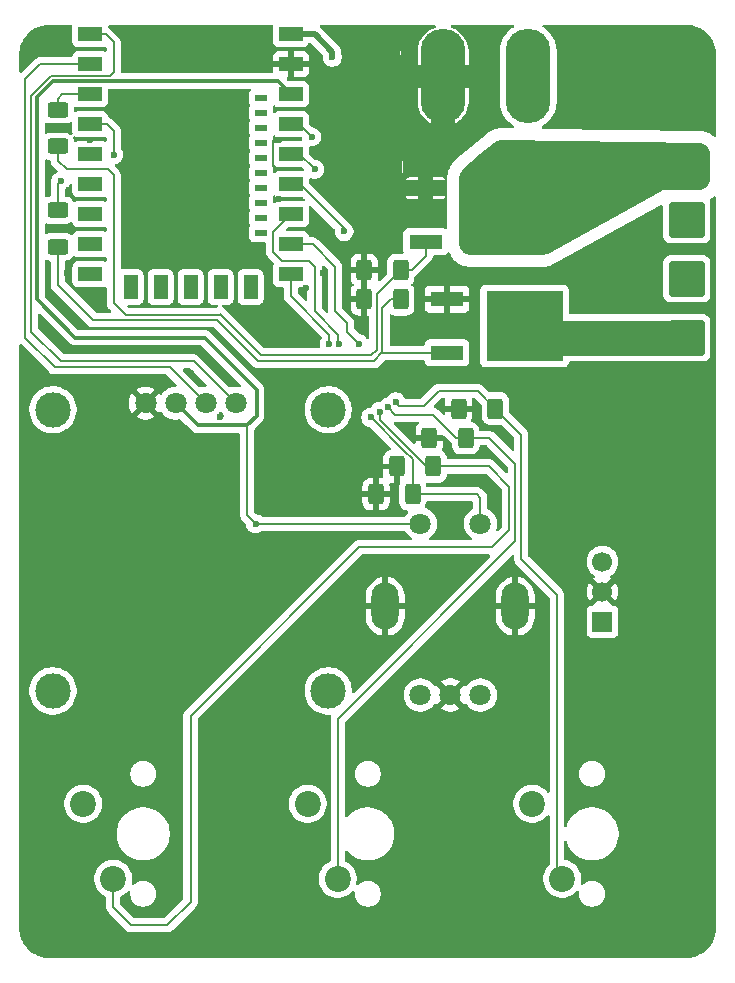
<source format=gbr>
%TF.GenerationSoftware,KiCad,Pcbnew,9.0.6*%
%TF.CreationDate,2026-01-14T19:17:06+00:00*%
%TF.ProjectId,Cinder,43696e64-6572-42e6-9b69-6361645f7063,rev?*%
%TF.SameCoordinates,Original*%
%TF.FileFunction,Copper,L2,Bot*%
%TF.FilePolarity,Positive*%
%FSLAX46Y46*%
G04 Gerber Fmt 4.6, Leading zero omitted, Abs format (unit mm)*
G04 Created by KiCad (PCBNEW 9.0.6) date 2026-01-14 19:17:06*
%MOMM*%
%LPD*%
G01*
G04 APERTURE LIST*
G04 Aperture macros list*
%AMRoundRect*
0 Rectangle with rounded corners*
0 $1 Rounding radius*
0 $2 $3 $4 $5 $6 $7 $8 $9 X,Y pos of 4 corners*
0 Add a 4 corners polygon primitive as box body*
4,1,4,$2,$3,$4,$5,$6,$7,$8,$9,$2,$3,0*
0 Add four circle primitives for the rounded corners*
1,1,$1+$1,$2,$3*
1,1,$1+$1,$4,$5*
1,1,$1+$1,$6,$7*
1,1,$1+$1,$8,$9*
0 Add four rect primitives between the rounded corners*
20,1,$1+$1,$2,$3,$4,$5,0*
20,1,$1+$1,$4,$5,$6,$7,0*
20,1,$1+$1,$6,$7,$8,$9,0*
20,1,$1+$1,$8,$9,$2,$3,0*%
G04 Aperture macros list end*
%TA.AperFunction,ComponentPad*%
%ADD10RoundRect,0.150000X-1.350000X-1.350000X1.350000X-1.350000X1.350000X1.350000X-1.350000X1.350000X0*%
%TD*%
%TA.AperFunction,ComponentPad*%
%ADD11C,2.200000*%
%TD*%
%TA.AperFunction,SMDPad,CuDef*%
%ADD12R,1.010000X0.610000*%
%TD*%
%TA.AperFunction,SMDPad,CuDef*%
%ADD13R,2.000000X1.200000*%
%TD*%
%TA.AperFunction,SMDPad,CuDef*%
%ADD14R,1.200000X2.000000*%
%TD*%
%TA.AperFunction,ComponentPad*%
%ADD15C,1.800000*%
%TD*%
%TA.AperFunction,ComponentPad*%
%ADD16C,3.000000*%
%TD*%
%TA.AperFunction,SMDPad,CuDef*%
%ADD17RoundRect,0.250000X0.400000X0.625000X-0.400000X0.625000X-0.400000X-0.625000X0.400000X-0.625000X0*%
%TD*%
%TA.AperFunction,SMDPad,CuDef*%
%ADD18R,2.800000X1.300000*%
%TD*%
%TA.AperFunction,SMDPad,CuDef*%
%ADD19R,6.500000X6.000000*%
%TD*%
%TA.AperFunction,SMDPad,CuDef*%
%ADD20RoundRect,0.250000X-0.400000X-0.625000X0.400000X-0.625000X0.400000X0.625000X-0.400000X0.625000X0*%
%TD*%
%TA.AperFunction,ComponentPad*%
%ADD21O,3.800000X8.000000*%
%TD*%
%TA.AperFunction,ComponentPad*%
%ADD22R,1.700000X1.700000*%
%TD*%
%TA.AperFunction,ComponentPad*%
%ADD23C,1.700000*%
%TD*%
%TA.AperFunction,ComponentPad*%
%ADD24O,2.300000X4.000000*%
%TD*%
%TA.AperFunction,SMDPad,CuDef*%
%ADD25RoundRect,0.250000X-0.625000X0.400000X-0.625000X-0.400000X0.625000X-0.400000X0.625000X0.400000X0*%
%TD*%
%TA.AperFunction,ViaPad*%
%ADD26C,0.600000*%
%TD*%
%TA.AperFunction,Conductor*%
%ADD27C,0.200000*%
%TD*%
%TA.AperFunction,Conductor*%
%ADD28C,3.000000*%
%TD*%
%TA.AperFunction,Conductor*%
%ADD29C,0.500000*%
%TD*%
%TA.AperFunction,Conductor*%
%ADD30C,0.300000*%
%TD*%
G04 APERTURE END LIST*
D10*
%TO.P,J1,1,Pin_1*%
%TO.N,Net-(J1-Pin_1)*%
X182000000Y-72410000D03*
%TD*%
%TO.P,J2,1,Pin_1*%
%TO.N,+19V*%
X182000000Y-77000000D03*
%TD*%
%TO.P,J3,1,Pin_1*%
%TO.N,+19V*%
X182000000Y-82000000D03*
%TD*%
%TO.P,J4,1,Pin_1*%
%TO.N,Net-(J4-Pin_1)*%
X182000000Y-87000000D03*
%TD*%
D11*
%TO.P,SW1,2,2*%
%TO.N,SW2*%
X133460000Y-132810000D03*
%TO.P,SW1,1,1*%
%TO.N,+3.3V*%
X130920000Y-126460000D03*
%TD*%
%TO.P,SW2,2,2*%
%TO.N,SW1*%
X152460000Y-132810000D03*
%TO.P,SW2,1,1*%
%TO.N,+3.3V*%
X149920000Y-126460000D03*
%TD*%
%TO.P,SW3,2,2*%
%TO.N,SW3*%
X171460000Y-132810000D03*
%TO.P,SW3,1,1*%
%TO.N,+3.3V*%
X168920000Y-126460000D03*
%TD*%
D12*
%TO.P,U1,33*%
%TO.N,N/C*%
X145990000Y-66690000D03*
%TO.P,U1,32*%
X145990000Y-67960000D03*
%TO.P,U1,31*%
X145990000Y-69230000D03*
%TO.P,U1,30*%
X145990000Y-70500000D03*
%TO.P,U1,29*%
X145990000Y-71770000D03*
%TO.P,U1,28*%
X145990000Y-73030000D03*
%TO.P,U1,27*%
X145990000Y-74300000D03*
%TO.P,U1,26*%
X145990000Y-75570000D03*
%TO.P,U1,25*%
X145990000Y-76840000D03*
%TO.P,U1,24*%
X145990000Y-78110000D03*
D13*
%TO.P,U1,23,5V*%
%TO.N,+5V*%
X148500000Y-61300000D03*
%TO.P,U1,22,GND*%
%TO.N,GND*%
X148500000Y-63840000D03*
%TO.P,U1,21,3V3*%
%TO.N,+3.3V*%
X148500000Y-66380000D03*
%TO.P,U1,20,GP29*%
%TO.N,EC1*%
X148500000Y-68920000D03*
%TO.P,U1,19,GP28*%
%TO.N,EC2*%
X148500000Y-71460000D03*
%TO.P,U1,18,GP27*%
%TO.N,SW1*%
X148500000Y-74000000D03*
%TO.P,U1,17,GP26*%
%TO.N,SW2*%
X148500000Y-76540000D03*
%TO.P,U1,16,GP15*%
%TO.N,SW3*%
X148500000Y-79080000D03*
%TO.P,U1,15,GP14*%
%TO.N,SW4*%
X148500000Y-81620000D03*
D14*
%TO.P,U1,14,GP13*%
%TO.N,unconnected-(U1-GP13-Pad14)*%
X145080000Y-82700000D03*
%TO.P,U1,13,GP12*%
%TO.N,unconnected-(U1-GP12-Pad13)*%
X142540000Y-82700000D03*
%TO.P,U1,12,GP11*%
%TO.N,unconnected-(U1-GP11-Pad12)*%
X140000000Y-82700000D03*
%TO.P,U1,11,GP10*%
%TO.N,unconnected-(U1-GP10-Pad11)*%
X137460000Y-82700000D03*
%TO.P,U1,10,GP9*%
%TO.N,unconnected-(U1-GP9-Pad10)*%
X134920000Y-82700000D03*
D13*
%TO.P,U1,9,GP8*%
%TO.N,unconnected-(U1-GP8-Pad9)*%
X131500000Y-81620000D03*
%TO.P,U1,8,GP7*%
%TO.N,unconnected-(U1-GP7-Pad8)*%
X131500000Y-79080000D03*
%TO.P,U1,7,GP6*%
%TO.N,unconnected-(U1-GP6-Pad7)*%
X131500000Y-76540000D03*
%TO.P,U1,6,GP5*%
%TO.N,unconnected-(U1-GP5-Pad6)*%
X131500000Y-74000000D03*
%TO.P,U1,5,GP4*%
%TO.N,unconnected-(U1-GP4-Pad5)*%
X131500000Y-71460000D03*
%TO.P,U1,4,GP3*%
%TO.N,Net-(U1-GP3)*%
X131500000Y-68920000D03*
%TO.P,U1,3,GP2*%
%TO.N,Net-(U1-GP2)*%
X131500000Y-66380000D03*
%TO.P,U1,2,GP1*%
%TO.N,Net-(U1-GP1)*%
X131500000Y-63840000D03*
%TO.P,U1,1,GP0*%
%TO.N,Net-(U1-GP0)*%
X131500000Y-61300000D03*
%TD*%
D15*
%TO.P,U2,1,GND*%
%TO.N,GND*%
X136190000Y-92540000D03*
%TO.P,U2,2,VCC*%
%TO.N,+3.3V*%
X138730000Y-92540000D03*
%TO.P,U2,3,SCL*%
%TO.N,Net-(U1-GP1)*%
X141270000Y-92540000D03*
%TO.P,U2,4,SDA*%
%TO.N,Net-(U1-GP0)*%
X143810000Y-92540000D03*
D16*
%TO.P,U2,*%
%TO.N,*%
X128350000Y-93100000D03*
X151650000Y-93100000D03*
X128350000Y-116900000D03*
X151650000Y-116900000D03*
%TD*%
D17*
%TO.P,R7,2*%
%TO.N,GND*%
X162700000Y-93000000D03*
%TO.P,R7,1*%
%TO.N,SW3*%
X165800000Y-93000000D03*
%TD*%
D18*
%TO.P,Q2,3,S*%
%TO.N,GND*%
X161710000Y-83730000D03*
%TO.P,Q2,1,G*%
%TO.N,Net-(Q2-G)*%
X161710000Y-88270000D03*
D19*
%TO.P,Q2,2,D*%
%TO.N,Net-(J4-Pin_1)*%
X168290000Y-86000000D03*
%TD*%
D20*
%TO.P,R4,2*%
%TO.N,Net-(Q1-G)*%
X157800000Y-81250000D03*
%TO.P,R4,1*%
%TO.N,GND*%
X154700000Y-81250000D03*
%TD*%
D18*
%TO.P,Q1,3,S*%
%TO.N,GND*%
X159910000Y-74330000D03*
%TO.P,Q1,1,G*%
%TO.N,Net-(Q1-G)*%
X159910000Y-78870000D03*
D19*
%TO.P,Q1,2,D*%
%TO.N,Net-(J1-Pin_1)*%
X166490000Y-76600000D03*
%TD*%
D21*
%TO.P,U3,4,-*%
%TO.N,GND*%
X161400000Y-64877500D03*
%TO.P,U3,3,+*%
%TO.N,+19V*%
X168600000Y-64877500D03*
%TD*%
D22*
%TO.P,U4,1,Vin*%
%TO.N,+19V*%
X174875000Y-111040000D03*
D23*
%TO.P,U4,2,GND*%
%TO.N,GND*%
X174875000Y-108500000D03*
%TO.P,U4,3,+Vo*%
%TO.N,+5V*%
X174875000Y-105960000D03*
%TD*%
D15*
%TO.P,SW9,A,A*%
%TO.N,EC2*%
X159460000Y-117250000D03*
%TO.P,SW9,C,C*%
%TO.N,GND*%
X162000000Y-117250000D03*
%TO.P,SW9,B,B*%
%TO.N,EC1*%
X164540000Y-117250000D03*
%TO.P,SW9,D,D*%
%TO.N,+3.3V*%
X159460000Y-102750000D03*
%TO.P,SW9,E,E*%
%TO.N,SW4*%
X164540000Y-102750000D03*
D24*
%TO.P,SW9,6,6*%
%TO.N,GND*%
X167500000Y-109750000D03*
%TO.P,SW9,7,7*%
X156500000Y-109750000D03*
%TD*%
D17*
%TO.P,R8,1*%
%TO.N,SW4*%
X158800000Y-100250000D03*
%TO.P,R8,2*%
%TO.N,GND*%
X155700000Y-100250000D03*
%TD*%
%TO.P,R6,1*%
%TO.N,SW2*%
X160550000Y-97900000D03*
%TO.P,R6,2*%
%TO.N,GND*%
X157450000Y-97900000D03*
%TD*%
%TO.P,R5,1*%
%TO.N,SW1*%
X163300000Y-95500000D03*
%TO.P,R5,2*%
%TO.N,GND*%
X160200000Y-95500000D03*
%TD*%
D25*
%TO.P,R2,1*%
%TO.N,Net-(U1-GP3)*%
X128750000Y-76200000D03*
%TO.P,R2,2*%
%TO.N,Net-(Q2-G)*%
X128750000Y-79300000D03*
%TD*%
%TO.P,R1,1*%
%TO.N,Net-(U1-GP2)*%
X128750000Y-67700000D03*
%TO.P,R1,2*%
%TO.N,Net-(Q1-G)*%
X128750000Y-70800000D03*
%TD*%
D20*
%TO.P,R3,1*%
%TO.N,GND*%
X154700000Y-83750000D03*
%TO.P,R3,2*%
%TO.N,Net-(Q2-G)*%
X157800000Y-83750000D03*
%TD*%
D26*
%TO.N,GND*%
X161750000Y-81750000D03*
X161750000Y-85750000D03*
X159500000Y-84250000D03*
X159500000Y-83250000D03*
X161250000Y-82250000D03*
X162250000Y-82250000D03*
X164000000Y-83250000D03*
X164000000Y-84250000D03*
X161250000Y-86250000D03*
X162250000Y-86250000D03*
X161250000Y-85250000D03*
X162250000Y-85250000D03*
X159000000Y-76000000D03*
X160000000Y-76000000D03*
X161000000Y-76000000D03*
X159500000Y-76500000D03*
X160500000Y-76500000D03*
X159000000Y-77000000D03*
X160000000Y-77000000D03*
X161000000Y-77000000D03*
X135500000Y-67500000D03*
X128500000Y-62000000D03*
X147500000Y-70250000D03*
X147500000Y-75250000D03*
X129750000Y-74500000D03*
X149750000Y-82750000D03*
X151250000Y-81500000D03*
X142500000Y-93750000D03*
X140000000Y-90000000D03*
X142500000Y-89750000D03*
X128500000Y-87000000D03*
X129500000Y-81500000D03*
X128750000Y-77750000D03*
X128000000Y-73000000D03*
X131500000Y-70250000D03*
X128750000Y-69250000D03*
X151000000Y-74000000D03*
X151000000Y-71250000D03*
X150500000Y-90250000D03*
X150250000Y-87250000D03*
X163000000Y-101500000D03*
X164750000Y-99250000D03*
X165000000Y-96750000D03*
X169250000Y-95500000D03*
X166500000Y-95250000D03*
%TO.N,Net-(U1-GP3)*%
X129000000Y-73750000D03*
X133500000Y-71500000D03*
%TO.N,EC2*%
X150500000Y-72750000D03*
%TO.N,EC1*%
X150250000Y-70000000D03*
%TO.N,+3.3V*%
X145500000Y-102750000D03*
%TO.N,SW1*%
X153000000Y-78000000D03*
%TO.N,SW3*%
X154250000Y-87500000D03*
X157360501Y-92418905D03*
%TO.N,SW1*%
X156715544Y-92892228D03*
%TO.N,SW2*%
X152550003Y-87500000D03*
X156000000Y-93250000D03*
%TO.N,SW4*%
X151750000Y-87500000D03*
X155250000Y-93750000D03*
%TO.N,+5V*%
X152000000Y-63250000D03*
%TD*%
D27*
%TO.N,GND*%
X147000000Y-72500000D02*
X147000000Y-70250000D01*
%TO.N,SW3*%
X150330000Y-79080000D02*
X148500000Y-79080000D01*
X152250000Y-84750000D02*
X152250000Y-81000000D01*
X153250000Y-85750000D02*
X152250000Y-84750000D01*
X152250000Y-81000000D02*
X150330000Y-79080000D01*
X153250000Y-86500000D02*
X153250000Y-85750000D01*
X154250000Y-87500000D02*
X153250000Y-86500000D01*
D28*
%TO.N,Net-(J4-Pin_1)*%
X169290000Y-87000000D02*
X168290000Y-86000000D01*
X182000000Y-87000000D02*
X169290000Y-87000000D01*
D27*
%TO.N,Net-(U1-GP3)*%
X132920000Y-68920000D02*
X131500000Y-68920000D01*
X133500000Y-69500000D02*
X132920000Y-68920000D01*
X133500000Y-71500000D02*
X133500000Y-69500000D01*
X128750000Y-74000000D02*
X129000000Y-73750000D01*
X128750000Y-76200000D02*
X128750000Y-74000000D01*
%TO.N,EC2*%
X149210000Y-71460000D02*
X148500000Y-71460000D01*
X150500000Y-72750000D02*
X149210000Y-71460000D01*
%TO.N,EC1*%
X149170000Y-68920000D02*
X148500000Y-68920000D01*
X150250000Y-70000000D02*
X149170000Y-68920000D01*
D29*
%TO.N,+5V*%
X152000000Y-62800000D02*
X150500000Y-61300000D01*
X152000000Y-63250000D02*
X152000000Y-62800000D01*
X150500000Y-61300000D02*
X148500000Y-61300000D01*
D27*
%TO.N,SW1*%
X149250000Y-74000000D02*
X148500000Y-74000000D01*
X153000000Y-77750000D02*
X149250000Y-74000000D01*
X153000000Y-78000000D02*
X153000000Y-77750000D01*
%TO.N,SW3*%
X158750000Y-92750000D02*
X157691596Y-92750000D01*
X157691596Y-92750000D02*
X157360501Y-92418905D01*
X159750000Y-92750000D02*
X158750000Y-92750000D01*
X161000000Y-91500000D02*
X159750000Y-92750000D01*
X161750000Y-91500000D02*
X161000000Y-91500000D01*
X164300000Y-91500000D02*
X161750000Y-91500000D01*
X165800000Y-93000000D02*
X164300000Y-91500000D01*
%TO.N,SW2*%
X147000000Y-78040000D02*
X148500000Y-76540000D01*
X150500000Y-81000000D02*
X150000000Y-80500000D01*
X147718000Y-80500000D02*
X147000000Y-79782000D01*
X147000000Y-79782000D02*
X147000000Y-78040000D01*
X150500000Y-84750000D02*
X150500000Y-81000000D01*
X150000000Y-80500000D02*
X147718000Y-80500000D01*
X152500000Y-86750000D02*
X150500000Y-84750000D01*
X152500000Y-87449997D02*
X152500000Y-86750000D01*
X152550003Y-87500000D02*
X152500000Y-87449997D01*
%TO.N,SW1*%
X162500000Y-95500000D02*
X163300000Y-95500000D01*
X160500000Y-93500000D02*
X162500000Y-95500000D01*
X156715544Y-92892228D02*
X157323316Y-93500000D01*
X157323316Y-93500000D02*
X160500000Y-93500000D01*
X165300000Y-95500000D02*
X163300000Y-95500000D01*
%TO.N,SW2*%
X158033550Y-95966450D02*
X156000000Y-93932900D01*
X156000000Y-93932900D02*
X156000000Y-93250000D01*
X159967100Y-97900000D02*
X158033550Y-95966450D01*
X160550000Y-97900000D02*
X159967100Y-97900000D01*
%TO.N,SW4*%
X151750000Y-87500000D02*
X151750000Y-86750000D01*
X158000000Y-96500000D02*
X155250000Y-93750000D01*
X148500000Y-83500000D02*
X148500000Y-81620000D01*
X158800000Y-97300000D02*
X158000000Y-96500000D01*
X151750000Y-86750000D02*
X148500000Y-83500000D01*
X158800000Y-100250000D02*
X158800000Y-97300000D01*
X164250000Y-100250000D02*
X158800000Y-100250000D01*
X164540000Y-100540000D02*
X164250000Y-100250000D01*
%TO.N,SW2*%
X165300000Y-97900000D02*
X160550000Y-97900000D01*
X167000000Y-99600000D02*
X165300000Y-97900000D01*
X167000000Y-103250000D02*
X167000000Y-99600000D01*
X140000000Y-134750000D02*
X140000000Y-119000000D01*
X140000000Y-119000000D02*
X154250000Y-104750000D01*
X138000000Y-136750000D02*
X140000000Y-134750000D01*
X135000000Y-136750000D02*
X138000000Y-136750000D01*
X133460000Y-135210000D02*
X135000000Y-136750000D01*
X165500000Y-104750000D02*
X167000000Y-103250000D01*
X133460000Y-132810000D02*
X133460000Y-135210000D01*
X154250000Y-104750000D02*
X165500000Y-104750000D01*
%TO.N,SW1*%
X167500000Y-97700000D02*
X165300000Y-95500000D01*
%TO.N,SW3*%
X168000000Y-105750000D02*
X168000000Y-95200000D01*
X168000000Y-95200000D02*
X165800000Y-93000000D01*
X171000000Y-108750000D02*
X168000000Y-105750000D01*
X171000000Y-132350000D02*
X171000000Y-108750000D01*
X171460000Y-132810000D02*
X171000000Y-132350000D01*
%TO.N,SW1*%
X167500000Y-104250000D02*
X152460000Y-119290000D01*
X152460000Y-119290000D02*
X152460000Y-132810000D01*
X167500000Y-97700000D02*
X167500000Y-104250000D01*
%TO.N,SW4*%
X164540000Y-102750000D02*
X164540000Y-100540000D01*
%TO.N,+3.3V*%
X144800000Y-102050000D02*
X144800000Y-94400000D01*
X145500000Y-102750000D02*
X144800000Y-102050000D01*
X159460000Y-102750000D02*
X145500000Y-102750000D01*
%TO.N,Net-(Q2-G)*%
X156270000Y-88270000D02*
X156250000Y-88250000D01*
X161710000Y-88270000D02*
X156270000Y-88270000D01*
X155500000Y-89000000D02*
X156250000Y-88250000D01*
X145750000Y-89000000D02*
X155500000Y-89000000D01*
X156250000Y-88250000D02*
X156250000Y-84500000D01*
%TO.N,Net-(Q1-G)*%
X128750000Y-72000000D02*
X128750000Y-70800000D01*
X129500000Y-72750000D02*
X128750000Y-72000000D01*
X133500000Y-73250000D02*
X133000000Y-72750000D01*
X133500000Y-84099000D02*
X133500000Y-73250000D01*
X134500000Y-85099000D02*
X133500000Y-84099000D01*
X142401000Y-85099000D02*
X134500000Y-85099000D01*
X142500000Y-85000000D02*
X142401000Y-85099000D01*
X133000000Y-72750000D02*
X129500000Y-72750000D01*
X146000000Y-88500000D02*
X142500000Y-85000000D01*
X155250000Y-88500000D02*
X146000000Y-88500000D01*
X155750000Y-88000000D02*
X155250000Y-88500000D01*
X155750000Y-83300000D02*
X155750000Y-88000000D01*
X157800000Y-81250000D02*
X155750000Y-83300000D01*
%TO.N,Net-(Q2-G)*%
X128750000Y-82500000D02*
X128750000Y-79300000D01*
X131750000Y-85500000D02*
X128750000Y-82500000D01*
X142250000Y-85500000D02*
X131750000Y-85500000D01*
X145750000Y-89000000D02*
X142250000Y-85500000D01*
%TO.N,Net-(Q1-G)*%
X159910000Y-80090000D02*
X159910000Y-78870000D01*
X157800000Y-81250000D02*
X158750000Y-81250000D01*
X158750000Y-81250000D02*
X159910000Y-80090000D01*
%TO.N,Net-(Q2-G)*%
X156250000Y-84500000D02*
X157000000Y-83750000D01*
X157000000Y-83750000D02*
X157800000Y-83750000D01*
%TO.N,Net-(U1-GP2)*%
X128750000Y-66750000D02*
X129120000Y-66380000D01*
X129120000Y-66380000D02*
X131500000Y-66380000D01*
X128750000Y-67700000D02*
X128750000Y-66750000D01*
D30*
%TO.N,+3.3V*%
X140590000Y-94400000D02*
X144800000Y-94400000D01*
X138730000Y-92540000D02*
X140590000Y-94400000D01*
D27*
%TO.N,Net-(U1-GP0)*%
X132800000Y-61300000D02*
X131500000Y-61300000D01*
X133500000Y-62000000D02*
X132800000Y-61300000D01*
X133200000Y-64800000D02*
X133500000Y-64500000D01*
X128200000Y-64800000D02*
X133200000Y-64800000D01*
X126500000Y-66500000D02*
X128200000Y-64800000D01*
X129000000Y-89000000D02*
X126500000Y-86500000D01*
X140270000Y-89000000D02*
X129000000Y-89000000D01*
X133500000Y-64500000D02*
X133500000Y-62000000D01*
X143810000Y-92540000D02*
X140270000Y-89000000D01*
X126500000Y-86500000D02*
X126500000Y-66500000D01*
%TO.N,Net-(U1-GP1)*%
X127261000Y-63840000D02*
X131500000Y-63840000D01*
X126000000Y-65101000D02*
X127261000Y-63840000D01*
X126000000Y-87000000D02*
X126000000Y-65101000D01*
X138230000Y-89500000D02*
X128500000Y-89500000D01*
X128500000Y-89500000D02*
X126000000Y-87000000D01*
X141270000Y-92540000D02*
X138230000Y-89500000D01*
D30*
%TO.N,+3.3V*%
X147371000Y-65251000D02*
X148500000Y-66380000D01*
X127000000Y-83750000D02*
X127000000Y-66637810D01*
X130250000Y-87000000D02*
X127000000Y-83750000D01*
X141200000Y-87000000D02*
X130250000Y-87000000D01*
X128386810Y-65251000D02*
X147371000Y-65251000D01*
X145600000Y-91400000D02*
X141200000Y-87000000D01*
X145600000Y-93600000D02*
X145600000Y-91400000D01*
X127000000Y-66637810D02*
X128386810Y-65251000D01*
X144800000Y-94400000D02*
X145600000Y-93600000D01*
%TD*%
%TA.AperFunction,Conductor*%
%TO.N,Net-(J1-Pin_1)*%
G36*
X183007855Y-70486220D02*
G01*
X183019888Y-70486973D01*
X183194967Y-70506522D01*
X183218528Y-70511506D01*
X183380749Y-70562721D01*
X183402900Y-70572168D01*
X183552148Y-70653785D01*
X183572062Y-70667343D01*
X183702704Y-70776277D01*
X183719622Y-70793432D01*
X183826728Y-70925569D01*
X183840010Y-70945672D01*
X183919543Y-71096034D01*
X183928686Y-71118326D01*
X183977639Y-71281229D01*
X183982298Y-71304868D01*
X183999413Y-71480194D01*
X184000000Y-71492241D01*
X184000000Y-73493907D01*
X183999403Y-73506061D01*
X183981982Y-73682934D01*
X183977240Y-73706775D01*
X183927424Y-73870998D01*
X183918121Y-73893456D01*
X183837227Y-74044798D01*
X183823722Y-74065010D01*
X183714854Y-74197666D01*
X183697666Y-74214854D01*
X183565010Y-74323722D01*
X183544798Y-74337227D01*
X183393456Y-74418121D01*
X183370998Y-74427424D01*
X183206775Y-74477240D01*
X183182935Y-74481982D01*
X183077046Y-74492411D01*
X183011136Y-74498903D01*
X182998984Y-74499500D01*
X180578988Y-74499500D01*
X180576078Y-74499702D01*
X180567490Y-74500000D01*
X179999999Y-74500000D01*
X179745220Y-74640128D01*
X179745219Y-74640129D01*
X170229617Y-79873710D01*
X170220312Y-79878331D01*
X170081639Y-79940098D01*
X170062035Y-79946927D01*
X169920066Y-79983393D01*
X169899597Y-79986857D01*
X169748321Y-79999565D01*
X169737941Y-80000000D01*
X163756093Y-80000000D01*
X163743939Y-79999403D01*
X163567065Y-79981982D01*
X163543224Y-79977240D01*
X163379001Y-79927424D01*
X163356543Y-79918121D01*
X163205201Y-79837227D01*
X163184989Y-79823722D01*
X163052333Y-79714854D01*
X163035145Y-79697666D01*
X162926277Y-79565010D01*
X162912772Y-79544798D01*
X162831878Y-79393456D01*
X162822575Y-79370998D01*
X162772757Y-79206769D01*
X162768018Y-79182941D01*
X162750597Y-79006061D01*
X162750000Y-78993907D01*
X162750000Y-73470537D01*
X162750730Y-73457102D01*
X162772016Y-73261803D01*
X162777803Y-73235566D01*
X162838500Y-73055845D01*
X162849800Y-73031484D01*
X162947789Y-72869061D01*
X162964071Y-72847705D01*
X163099418Y-72705294D01*
X163109201Y-72696061D01*
X164546135Y-71480194D01*
X165710095Y-70495304D01*
X165718877Y-70488524D01*
X165851508Y-70395284D01*
X165870705Y-70384209D01*
X166012762Y-70318420D01*
X166033606Y-70310949D01*
X166185113Y-70271509D01*
X166206975Y-70267865D01*
X166368640Y-70255615D01*
X166379721Y-70255274D01*
X183007855Y-70486220D01*
G37*
%TD.AperFunction*%
%TD*%
%TA.AperFunction,Conductor*%
%TO.N,GND*%
G36*
X160722592Y-60520185D02*
G01*
X160768347Y-60572989D01*
X160778291Y-60642147D01*
X160749266Y-60705703D01*
X160703006Y-60739061D01*
X160447042Y-60845084D01*
X160447031Y-60845089D01*
X160202968Y-60986000D01*
X160202952Y-60986011D01*
X159979366Y-61157574D01*
X159979359Y-61157580D01*
X159780080Y-61356859D01*
X159780074Y-61356866D01*
X159608511Y-61580452D01*
X159608500Y-61580468D01*
X159467589Y-61824531D01*
X159467584Y-61824542D01*
X159359733Y-62084917D01*
X159286786Y-62357159D01*
X159250001Y-62636571D01*
X159250000Y-62636588D01*
X159250000Y-63877500D01*
X163550000Y-63877500D01*
X163550000Y-62636588D01*
X163549998Y-62636571D01*
X163513213Y-62357159D01*
X163440266Y-62084917D01*
X163332415Y-61824542D01*
X163332410Y-61824531D01*
X163191499Y-61580468D01*
X163191488Y-61580452D01*
X163019925Y-61356866D01*
X163019919Y-61356859D01*
X162820640Y-61157580D01*
X162820633Y-61157574D01*
X162597047Y-60986011D01*
X162597031Y-60986000D01*
X162352968Y-60845089D01*
X162352957Y-60845084D01*
X162096994Y-60739061D01*
X162042591Y-60695220D01*
X162020526Y-60628926D01*
X162037805Y-60561227D01*
X162088942Y-60513616D01*
X162144447Y-60500500D01*
X164000000Y-60500500D01*
X164000000Y-67500000D01*
X161750000Y-72250000D01*
X161750000Y-75500000D01*
X158000000Y-75500000D01*
X157991744Y-75004628D01*
X158260000Y-75004628D01*
X158274503Y-75077540D01*
X158274505Y-75077544D01*
X158329760Y-75160239D01*
X158412455Y-75215494D01*
X158412459Y-75215496D01*
X158485371Y-75229999D01*
X158485374Y-75230000D01*
X159260000Y-75230000D01*
X160560000Y-75230000D01*
X161334626Y-75230000D01*
X161334628Y-75229999D01*
X161407540Y-75215496D01*
X161407544Y-75215494D01*
X161490239Y-75160239D01*
X161545494Y-75077544D01*
X161545496Y-75077540D01*
X161559999Y-75004628D01*
X161560000Y-75004626D01*
X161560000Y-74980000D01*
X160560000Y-74980000D01*
X160560000Y-75230000D01*
X159260000Y-75230000D01*
X159260000Y-74980000D01*
X158260000Y-74980000D01*
X158260000Y-75004628D01*
X157991744Y-75004628D01*
X157969256Y-73655371D01*
X158260000Y-73655371D01*
X158260000Y-73680000D01*
X159260000Y-73680000D01*
X160560000Y-73680000D01*
X161560000Y-73680000D01*
X161560000Y-73655373D01*
X161559999Y-73655371D01*
X161545496Y-73582459D01*
X161545494Y-73582455D01*
X161490239Y-73499760D01*
X161407544Y-73444505D01*
X161407540Y-73444503D01*
X161334627Y-73430000D01*
X160560000Y-73430000D01*
X160560000Y-73680000D01*
X159260000Y-73680000D01*
X159260000Y-73430000D01*
X158485373Y-73430000D01*
X158412459Y-73444503D01*
X158412455Y-73444505D01*
X158329760Y-73499760D01*
X158274505Y-73582455D01*
X158274503Y-73582459D01*
X158260000Y-73655371D01*
X157969256Y-73655371D01*
X157860307Y-67118411D01*
X159250000Y-67118411D01*
X159250001Y-67118428D01*
X159286786Y-67397840D01*
X159359733Y-67670082D01*
X159467584Y-67930457D01*
X159467589Y-67930468D01*
X159608500Y-68174531D01*
X159608511Y-68174547D01*
X159780074Y-68398133D01*
X159780080Y-68398140D01*
X159979359Y-68597419D01*
X159979366Y-68597425D01*
X160202961Y-68768995D01*
X160399999Y-68882755D01*
X160400000Y-68882755D01*
X162400000Y-68882755D01*
X162597038Y-68768995D01*
X162820633Y-68597425D01*
X162820640Y-68597419D01*
X163019919Y-68398140D01*
X163019925Y-68398133D01*
X163191488Y-68174547D01*
X163191499Y-68174531D01*
X163332410Y-67930468D01*
X163332415Y-67930457D01*
X163440266Y-67670082D01*
X163513213Y-67397840D01*
X163549998Y-67118428D01*
X163550000Y-67118411D01*
X163550000Y-65877500D01*
X162400000Y-65877500D01*
X162400000Y-68882755D01*
X160400000Y-68882755D01*
X160400000Y-65877500D01*
X159250000Y-65877500D01*
X159250000Y-67118411D01*
X157860307Y-67118411D01*
X157821727Y-64803631D01*
X160650000Y-64803631D01*
X160650000Y-64951369D01*
X160678822Y-65096267D01*
X160735359Y-65232758D01*
X160817437Y-65355597D01*
X160921903Y-65460063D01*
X161044742Y-65542141D01*
X161181233Y-65598678D01*
X161326131Y-65627500D01*
X161473869Y-65627500D01*
X161618767Y-65598678D01*
X161755258Y-65542141D01*
X161878097Y-65460063D01*
X161982563Y-65355597D01*
X162064641Y-65232758D01*
X162121178Y-65096267D01*
X162150000Y-64951369D01*
X162150000Y-64803631D01*
X162121178Y-64658733D01*
X162064641Y-64522242D01*
X161982563Y-64399403D01*
X161878097Y-64294937D01*
X161755258Y-64212859D01*
X161618767Y-64156322D01*
X161473869Y-64127500D01*
X161326131Y-64127500D01*
X161181233Y-64156322D01*
X161044742Y-64212859D01*
X160921903Y-64294937D01*
X160817437Y-64399403D01*
X160735359Y-64522242D01*
X160678822Y-64658733D01*
X160650000Y-64803631D01*
X157821727Y-64803631D01*
X157750008Y-60500500D01*
X160655553Y-60500500D01*
X160722592Y-60520185D01*
G37*
%TD.AperFunction*%
%TD*%
%TA.AperFunction,Conductor*%
%TO.N,GND*%
G36*
X184430012Y-75008365D02*
G01*
X184481572Y-75055517D01*
X184499500Y-75119740D01*
X184499500Y-136996249D01*
X184499274Y-137003736D01*
X184481728Y-137293794D01*
X184479923Y-137308659D01*
X184428219Y-137590798D01*
X184424635Y-137605336D01*
X184339306Y-137879167D01*
X184333997Y-137893168D01*
X184216275Y-138154736D01*
X184209316Y-138167995D01*
X184060928Y-138413459D01*
X184052422Y-138425782D01*
X183875526Y-138651573D01*
X183865596Y-138662781D01*
X183662781Y-138865596D01*
X183651573Y-138875526D01*
X183425782Y-139052422D01*
X183413459Y-139060928D01*
X183167995Y-139209316D01*
X183154736Y-139216275D01*
X182893168Y-139333997D01*
X182879167Y-139339306D01*
X182605336Y-139424635D01*
X182590798Y-139428219D01*
X182308659Y-139479923D01*
X182293794Y-139481728D01*
X182003736Y-139499274D01*
X181996249Y-139499500D01*
X128003751Y-139499500D01*
X127996264Y-139499274D01*
X127706205Y-139481728D01*
X127691340Y-139479923D01*
X127409201Y-139428219D01*
X127394663Y-139424635D01*
X127120832Y-139339306D01*
X127106831Y-139333997D01*
X126845263Y-139216275D01*
X126832004Y-139209316D01*
X126586540Y-139060928D01*
X126574217Y-139052422D01*
X126348426Y-138875526D01*
X126337218Y-138865596D01*
X126134403Y-138662781D01*
X126124473Y-138651573D01*
X125947573Y-138425776D01*
X125939075Y-138413465D01*
X125790680Y-138167989D01*
X125783727Y-138154743D01*
X125666000Y-137893163D01*
X125660693Y-137879167D01*
X125575364Y-137605336D01*
X125571780Y-137590798D01*
X125520076Y-137308659D01*
X125518271Y-137293794D01*
X125517475Y-137280642D01*
X125500726Y-137003736D01*
X125500500Y-136996249D01*
X125500500Y-128852486D01*
X133749500Y-128852486D01*
X133749500Y-129147513D01*
X133781571Y-129391113D01*
X133788007Y-129439993D01*
X133852874Y-129682080D01*
X133864361Y-129724951D01*
X133864364Y-129724961D01*
X133977254Y-129997500D01*
X133977258Y-129997510D01*
X134124761Y-130252993D01*
X134304352Y-130487040D01*
X134304358Y-130487047D01*
X134512952Y-130695641D01*
X134512959Y-130695647D01*
X134747006Y-130875238D01*
X135002489Y-131022741D01*
X135002490Y-131022741D01*
X135002493Y-131022743D01*
X135275048Y-131135639D01*
X135560007Y-131211993D01*
X135852494Y-131250500D01*
X135852501Y-131250500D01*
X136147499Y-131250500D01*
X136147506Y-131250500D01*
X136439993Y-131211993D01*
X136724952Y-131135639D01*
X136997507Y-131022743D01*
X137252994Y-130875238D01*
X137487042Y-130695646D01*
X137695646Y-130487042D01*
X137875238Y-130252994D01*
X138022743Y-129997507D01*
X138135639Y-129724952D01*
X138211993Y-129439993D01*
X138250500Y-129147506D01*
X138250500Y-128852494D01*
X138211993Y-128560007D01*
X138135639Y-128275048D01*
X138022743Y-128002493D01*
X137875238Y-127747006D01*
X137725674Y-127552091D01*
X137695647Y-127512959D01*
X137695641Y-127512952D01*
X137487047Y-127304358D01*
X137487040Y-127304352D01*
X137252993Y-127124761D01*
X136997510Y-126977258D01*
X136997500Y-126977254D01*
X136724961Y-126864364D01*
X136724954Y-126864362D01*
X136724952Y-126864361D01*
X136439993Y-126788007D01*
X136391113Y-126781571D01*
X136147513Y-126749500D01*
X136147506Y-126749500D01*
X135852494Y-126749500D01*
X135852486Y-126749500D01*
X135574085Y-126786153D01*
X135560007Y-126788007D01*
X135385428Y-126834785D01*
X135275048Y-126864361D01*
X135275038Y-126864364D01*
X135002499Y-126977254D01*
X135002489Y-126977258D01*
X134747006Y-127124761D01*
X134512959Y-127304352D01*
X134512952Y-127304358D01*
X134304358Y-127512952D01*
X134304352Y-127512959D01*
X134124761Y-127747006D01*
X133977258Y-128002489D01*
X133977254Y-128002499D01*
X133864364Y-128275038D01*
X133864361Y-128275048D01*
X133820109Y-128440202D01*
X133788008Y-128560004D01*
X133788006Y-128560015D01*
X133749500Y-128852486D01*
X125500500Y-128852486D01*
X125500500Y-126334038D01*
X129319500Y-126334038D01*
X129319500Y-126585961D01*
X129358910Y-126834785D01*
X129436760Y-127074383D01*
X129551132Y-127298848D01*
X129699201Y-127502649D01*
X129699205Y-127502654D01*
X129877345Y-127680794D01*
X129877350Y-127680798D01*
X130055117Y-127809952D01*
X130081155Y-127828870D01*
X130224184Y-127901747D01*
X130305616Y-127943239D01*
X130305618Y-127943239D01*
X130305621Y-127943241D01*
X130545215Y-128021090D01*
X130794038Y-128060500D01*
X130794039Y-128060500D01*
X131045961Y-128060500D01*
X131045962Y-128060500D01*
X131294785Y-128021090D01*
X131534379Y-127943241D01*
X131758845Y-127828870D01*
X131962656Y-127680793D01*
X132140793Y-127502656D01*
X132288870Y-127298845D01*
X132403241Y-127074379D01*
X132481090Y-126834785D01*
X132520500Y-126585962D01*
X132520500Y-126334038D01*
X132481090Y-126085215D01*
X132403241Y-125845621D01*
X132403239Y-125845618D01*
X132403239Y-125845616D01*
X132361747Y-125764184D01*
X132288870Y-125621155D01*
X132211401Y-125514528D01*
X132140798Y-125417350D01*
X132140794Y-125417345D01*
X131962654Y-125239205D01*
X131962649Y-125239201D01*
X131758848Y-125091132D01*
X131758847Y-125091131D01*
X131758845Y-125091130D01*
X131688747Y-125055413D01*
X131534383Y-124976760D01*
X131294785Y-124898910D01*
X131045962Y-124859500D01*
X130794038Y-124859500D01*
X130669626Y-124879205D01*
X130545214Y-124898910D01*
X130305616Y-124976760D01*
X130081151Y-125091132D01*
X129877350Y-125239201D01*
X129877345Y-125239205D01*
X129699205Y-125417345D01*
X129699201Y-125417350D01*
X129551132Y-125621151D01*
X129436760Y-125845616D01*
X129358910Y-126085214D01*
X129319500Y-126334038D01*
X125500500Y-126334038D01*
X125500500Y-123833389D01*
X134899500Y-123833389D01*
X134899500Y-124006611D01*
X134926598Y-124177701D01*
X134980127Y-124342445D01*
X135058768Y-124496788D01*
X135160586Y-124636928D01*
X135283072Y-124759414D01*
X135423212Y-124861232D01*
X135577555Y-124939873D01*
X135742299Y-124993402D01*
X135913389Y-125020500D01*
X135913390Y-125020500D01*
X136086610Y-125020500D01*
X136086611Y-125020500D01*
X136257701Y-124993402D01*
X136422445Y-124939873D01*
X136576788Y-124861232D01*
X136716928Y-124759414D01*
X136839414Y-124636928D01*
X136941232Y-124496788D01*
X137019873Y-124342445D01*
X137073402Y-124177701D01*
X137100500Y-124006611D01*
X137100500Y-123833389D01*
X137073402Y-123662299D01*
X137019873Y-123497555D01*
X136941232Y-123343212D01*
X136839414Y-123203072D01*
X136716928Y-123080586D01*
X136576788Y-122978768D01*
X136422445Y-122900127D01*
X136257701Y-122846598D01*
X136257699Y-122846597D01*
X136257698Y-122846597D01*
X136126271Y-122825781D01*
X136086611Y-122819500D01*
X135913389Y-122819500D01*
X135873728Y-122825781D01*
X135742302Y-122846597D01*
X135577552Y-122900128D01*
X135423211Y-122978768D01*
X135343256Y-123036859D01*
X135283072Y-123080586D01*
X135283070Y-123080588D01*
X135283069Y-123080588D01*
X135160588Y-123203069D01*
X135160588Y-123203070D01*
X135160586Y-123203072D01*
X135116859Y-123263256D01*
X135058768Y-123343211D01*
X134980128Y-123497552D01*
X134926597Y-123662302D01*
X134899500Y-123833389D01*
X125500500Y-123833389D01*
X125500500Y-116768872D01*
X126349500Y-116768872D01*
X126349500Y-117031127D01*
X126363805Y-117139778D01*
X126383730Y-117291116D01*
X126451602Y-117544418D01*
X126451605Y-117544428D01*
X126551953Y-117786690D01*
X126551958Y-117786700D01*
X126683075Y-118013803D01*
X126842718Y-118221851D01*
X126842726Y-118221860D01*
X127028140Y-118407274D01*
X127028148Y-118407281D01*
X127236196Y-118566924D01*
X127463299Y-118698041D01*
X127463301Y-118698042D01*
X127463303Y-118698043D01*
X127705581Y-118798398D01*
X127958884Y-118866270D01*
X128218880Y-118900500D01*
X128218887Y-118900500D01*
X128481113Y-118900500D01*
X128481120Y-118900500D01*
X128741116Y-118866270D01*
X128994419Y-118798398D01*
X129236697Y-118698043D01*
X129463803Y-118566924D01*
X129671851Y-118407282D01*
X129671855Y-118407277D01*
X129671860Y-118407274D01*
X129857274Y-118221860D01*
X129857277Y-118221855D01*
X129857282Y-118221851D01*
X130016924Y-118013803D01*
X130148043Y-117786697D01*
X130248398Y-117544419D01*
X130316270Y-117291116D01*
X130350500Y-117031120D01*
X130350500Y-116768880D01*
X130316270Y-116508884D01*
X130248398Y-116255581D01*
X130248394Y-116255571D01*
X130148046Y-116013309D01*
X130148041Y-116013299D01*
X130016924Y-115786196D01*
X129857281Y-115578148D01*
X129857274Y-115578140D01*
X129671860Y-115392726D01*
X129671851Y-115392718D01*
X129463803Y-115233075D01*
X129236700Y-115101958D01*
X129236690Y-115101953D01*
X128994428Y-115001605D01*
X128994421Y-115001603D01*
X128994419Y-115001602D01*
X128741116Y-114933730D01*
X128683339Y-114926123D01*
X128481127Y-114899500D01*
X128481120Y-114899500D01*
X128218880Y-114899500D01*
X128218872Y-114899500D01*
X127987772Y-114929926D01*
X127958884Y-114933730D01*
X127705581Y-115001602D01*
X127705571Y-115001605D01*
X127463309Y-115101953D01*
X127463299Y-115101958D01*
X127236196Y-115233075D01*
X127028148Y-115392718D01*
X126842718Y-115578148D01*
X126683075Y-115786196D01*
X126551958Y-116013299D01*
X126551953Y-116013309D01*
X126451605Y-116255571D01*
X126451602Y-116255581D01*
X126387794Y-116493719D01*
X126383730Y-116508885D01*
X126349500Y-116768872D01*
X125500500Y-116768872D01*
X125500500Y-92968872D01*
X126349500Y-92968872D01*
X126349500Y-93231127D01*
X126367892Y-93370821D01*
X126383730Y-93491116D01*
X126450329Y-93739667D01*
X126451602Y-93744418D01*
X126451605Y-93744428D01*
X126551953Y-93986690D01*
X126551958Y-93986700D01*
X126683075Y-94213803D01*
X126842718Y-94421851D01*
X126842726Y-94421860D01*
X127028140Y-94607274D01*
X127028148Y-94607281D01*
X127236196Y-94766924D01*
X127463299Y-94898041D01*
X127463309Y-94898046D01*
X127705571Y-94998394D01*
X127705581Y-94998398D01*
X127958884Y-95066270D01*
X128218880Y-95100500D01*
X128218887Y-95100500D01*
X128481113Y-95100500D01*
X128481120Y-95100500D01*
X128741116Y-95066270D01*
X128994419Y-94998398D01*
X129233177Y-94899501D01*
X129236690Y-94898046D01*
X129236691Y-94898045D01*
X129236697Y-94898043D01*
X129463803Y-94766924D01*
X129671851Y-94607282D01*
X129671855Y-94607277D01*
X129671860Y-94607274D01*
X129857274Y-94421860D01*
X129857277Y-94421855D01*
X129857282Y-94421851D01*
X130016924Y-94213803D01*
X130148043Y-93986697D01*
X130149369Y-93983497D01*
X130234571Y-93777800D01*
X130248398Y-93744419D01*
X130316270Y-93491116D01*
X130350500Y-93231120D01*
X130350500Y-92968880D01*
X130316270Y-92708884D01*
X130248398Y-92455581D01*
X130237710Y-92429778D01*
X130148046Y-92213309D01*
X130148041Y-92213299D01*
X130016924Y-91986196D01*
X129878636Y-91805978D01*
X129857282Y-91778149D01*
X129857281Y-91778148D01*
X129857274Y-91778140D01*
X129671860Y-91592726D01*
X129671855Y-91592722D01*
X129671851Y-91592718D01*
X129596064Y-91534564D01*
X129463803Y-91433075D01*
X129236700Y-91301958D01*
X129236690Y-91301953D01*
X128994428Y-91201605D01*
X128994421Y-91201603D01*
X128994419Y-91201602D01*
X128741116Y-91133730D01*
X128683339Y-91126123D01*
X128481127Y-91099500D01*
X128481120Y-91099500D01*
X128218880Y-91099500D01*
X128218872Y-91099500D01*
X127987772Y-91129926D01*
X127958884Y-91133730D01*
X127723461Y-91196811D01*
X127705581Y-91201602D01*
X127705571Y-91201605D01*
X127463309Y-91301953D01*
X127463299Y-91301958D01*
X127236196Y-91433075D01*
X127028148Y-91592718D01*
X126842718Y-91778148D01*
X126683075Y-91986196D01*
X126551958Y-92213299D01*
X126551953Y-92213309D01*
X126451605Y-92455571D01*
X126451602Y-92455581D01*
X126386450Y-92698735D01*
X126383730Y-92708885D01*
X126349500Y-92968872D01*
X125500500Y-92968872D01*
X125500500Y-87649097D01*
X125520185Y-87582058D01*
X125572989Y-87536303D01*
X125642147Y-87526359D01*
X125705703Y-87555384D01*
X125712181Y-87561416D01*
X128015139Y-89864374D01*
X128015149Y-89864385D01*
X128019479Y-89868715D01*
X128019480Y-89868716D01*
X128131284Y-89980520D01*
X128218095Y-90030639D01*
X128218097Y-90030641D01*
X128256151Y-90052611D01*
X128268215Y-90059577D01*
X128420943Y-90100501D01*
X128420946Y-90100501D01*
X128586653Y-90100501D01*
X128586669Y-90100500D01*
X137929903Y-90100500D01*
X137996942Y-90120185D01*
X138017584Y-90136819D01*
X138808584Y-90927819D01*
X138842069Y-90989142D01*
X138837085Y-91058834D01*
X138795213Y-91114767D01*
X138729749Y-91139184D01*
X138720903Y-91139500D01*
X138619778Y-91139500D01*
X138549929Y-91150563D01*
X138402047Y-91173985D01*
X138192396Y-91242103D01*
X138192393Y-91242104D01*
X137995974Y-91342187D01*
X137817641Y-91471752D01*
X137817636Y-91471756D01*
X137661756Y-91627636D01*
X137560008Y-91767681D01*
X137504678Y-91810346D01*
X137435065Y-91816325D01*
X137373270Y-91783719D01*
X137359371Y-91767680D01*
X137341066Y-91742485D01*
X137341065Y-91742485D01*
X136693369Y-92390182D01*
X136679215Y-92337360D01*
X136610099Y-92217647D01*
X136512353Y-92119901D01*
X136392640Y-92050785D01*
X136339814Y-92036630D01*
X136987513Y-91388932D01*
X136923756Y-91342611D01*
X136727410Y-91242567D01*
X136517835Y-91174473D01*
X136300181Y-91140000D01*
X136079819Y-91140000D01*
X135862164Y-91174473D01*
X135652589Y-91242567D01*
X135456233Y-91342616D01*
X135392485Y-91388931D01*
X135392485Y-91388932D01*
X136040183Y-92036630D01*
X135987360Y-92050785D01*
X135867647Y-92119901D01*
X135769901Y-92217647D01*
X135700785Y-92337360D01*
X135686630Y-92390183D01*
X135038932Y-91742485D01*
X135038931Y-91742485D01*
X134992616Y-91806233D01*
X134892567Y-92002589D01*
X134824473Y-92212164D01*
X134790000Y-92429818D01*
X134790000Y-92650181D01*
X134824473Y-92867835D01*
X134892567Y-93077410D01*
X134992611Y-93273756D01*
X135038932Y-93337513D01*
X135686630Y-92689815D01*
X135700785Y-92742640D01*
X135769901Y-92862353D01*
X135867647Y-92960099D01*
X135987360Y-93029215D01*
X136040183Y-93043369D01*
X135392485Y-93691065D01*
X135392485Y-93691066D01*
X135456243Y-93737388D01*
X135652589Y-93837432D01*
X135862164Y-93905526D01*
X136079819Y-93940000D01*
X136300181Y-93940000D01*
X136517835Y-93905526D01*
X136727410Y-93837432D01*
X136923760Y-93737386D01*
X136987513Y-93691066D01*
X136987514Y-93691066D01*
X136339816Y-93043369D01*
X136392640Y-93029215D01*
X136512353Y-92960099D01*
X136610099Y-92862353D01*
X136679215Y-92742640D01*
X136693369Y-92689817D01*
X137341066Y-93337514D01*
X137341066Y-93337513D01*
X137359372Y-93312319D01*
X137414701Y-93269653D01*
X137484315Y-93263674D01*
X137546110Y-93296279D01*
X137560008Y-93312319D01*
X137661752Y-93452358D01*
X137661756Y-93452363D01*
X137817636Y-93608243D01*
X137817641Y-93608247D01*
X137909521Y-93675001D01*
X137995978Y-93737815D01*
X138124375Y-93803237D01*
X138192393Y-93837895D01*
X138192396Y-93837896D01*
X138287243Y-93868713D01*
X138402049Y-93906015D01*
X138619778Y-93940500D01*
X138619779Y-93940500D01*
X138840221Y-93940500D01*
X138840222Y-93940500D01*
X139057951Y-93906015D01*
X139074829Y-93900531D01*
X139144670Y-93898532D01*
X139200833Y-93930779D01*
X139644474Y-94374419D01*
X140084724Y-94814669D01*
X140149870Y-94879815D01*
X140175332Y-94905277D01*
X140281866Y-94976461D01*
X140281872Y-94976464D01*
X140281873Y-94976465D01*
X140400256Y-95025501D01*
X140400260Y-95025501D01*
X140400261Y-95025502D01*
X140525928Y-95050500D01*
X140525931Y-95050500D01*
X144075500Y-95050500D01*
X144142539Y-95070185D01*
X144188294Y-95122989D01*
X144199500Y-95174500D01*
X144199500Y-101963330D01*
X144199499Y-101963348D01*
X144199499Y-102129054D01*
X144199498Y-102129054D01*
X144199499Y-102129057D01*
X144240423Y-102281785D01*
X144255765Y-102308357D01*
X144298241Y-102381929D01*
X144319479Y-102418715D01*
X144438349Y-102537585D01*
X144438355Y-102537590D01*
X144665425Y-102764660D01*
X144698910Y-102825983D01*
X144699361Y-102828149D01*
X144730261Y-102983491D01*
X144730264Y-102983501D01*
X144790602Y-103129172D01*
X144790609Y-103129185D01*
X144878210Y-103260288D01*
X144878213Y-103260292D01*
X144989707Y-103371786D01*
X144989711Y-103371789D01*
X145120814Y-103459390D01*
X145120827Y-103459397D01*
X145266498Y-103519735D01*
X145266503Y-103519737D01*
X145421153Y-103550499D01*
X145421156Y-103550500D01*
X145421158Y-103550500D01*
X145578844Y-103550500D01*
X145578845Y-103550499D01*
X145733497Y-103519737D01*
X145879179Y-103459394D01*
X145879185Y-103459390D01*
X146010875Y-103371398D01*
X146077553Y-103350520D01*
X146079766Y-103350500D01*
X158118164Y-103350500D01*
X158185203Y-103370185D01*
X158228648Y-103418204D01*
X158262185Y-103484023D01*
X158391752Y-103662358D01*
X158391756Y-103662363D01*
X158547636Y-103818243D01*
X158547641Y-103818247D01*
X158694825Y-103925182D01*
X158737491Y-103980511D01*
X158743470Y-104050125D01*
X158710865Y-104111920D01*
X158650026Y-104146277D01*
X158621940Y-104149500D01*
X154329057Y-104149500D01*
X154170942Y-104149500D01*
X154018215Y-104190423D01*
X154018214Y-104190423D01*
X154018212Y-104190424D01*
X154018209Y-104190425D01*
X153968096Y-104219359D01*
X153968095Y-104219360D01*
X153924689Y-104244420D01*
X153881285Y-104269479D01*
X153881282Y-104269481D01*
X139519481Y-118631282D01*
X139519480Y-118631284D01*
X139480937Y-118698043D01*
X139440423Y-118768215D01*
X139399499Y-118920943D01*
X139399499Y-118920945D01*
X139399499Y-119089046D01*
X139399500Y-119089059D01*
X139399500Y-134449903D01*
X139379815Y-134516942D01*
X139363181Y-134537584D01*
X137787584Y-136113181D01*
X137726261Y-136146666D01*
X137699903Y-136149500D01*
X135300097Y-136149500D01*
X135233058Y-136129815D01*
X135212416Y-136113181D01*
X134096819Y-134997584D01*
X134063334Y-134936261D01*
X134060500Y-134909903D01*
X134060500Y-134376300D01*
X134080185Y-134309261D01*
X134128204Y-134265815D01*
X134298845Y-134178870D01*
X134502656Y-134030793D01*
X134680793Y-133852656D01*
X134685380Y-133846341D01*
X134740708Y-133803675D01*
X134810322Y-133797693D01*
X134872118Y-133830296D01*
X134906477Y-133891134D01*
X134908174Y-133938621D01*
X134899500Y-133993388D01*
X134899500Y-134166610D01*
X134922810Y-134313789D01*
X134926598Y-134337701D01*
X134980127Y-134502445D01*
X135058768Y-134656788D01*
X135160586Y-134796928D01*
X135283072Y-134919414D01*
X135423212Y-135021232D01*
X135577555Y-135099873D01*
X135742299Y-135153402D01*
X135913389Y-135180500D01*
X135913390Y-135180500D01*
X136086610Y-135180500D01*
X136086611Y-135180500D01*
X136257701Y-135153402D01*
X136422445Y-135099873D01*
X136576788Y-135021232D01*
X136716928Y-134919414D01*
X136839414Y-134796928D01*
X136941232Y-134656788D01*
X137019873Y-134502445D01*
X137073402Y-134337701D01*
X137100500Y-134166611D01*
X137100500Y-133993389D01*
X137073402Y-133822299D01*
X137019873Y-133657555D01*
X136941232Y-133503212D01*
X136839414Y-133363072D01*
X136716928Y-133240586D01*
X136576788Y-133138768D01*
X136422445Y-133060127D01*
X136257701Y-133006598D01*
X136257699Y-133006597D01*
X136257698Y-133006597D01*
X136126271Y-132985781D01*
X136086611Y-132979500D01*
X135913389Y-132979500D01*
X135873728Y-132985781D01*
X135742302Y-133006597D01*
X135577552Y-133060128D01*
X135423211Y-133138768D01*
X135359875Y-133184785D01*
X135283072Y-133240586D01*
X135283070Y-133240588D01*
X135283068Y-133240589D01*
X135231139Y-133292518D01*
X135169816Y-133326002D01*
X135100124Y-133321017D01*
X135044191Y-133279146D01*
X135019775Y-133213681D01*
X135020986Y-133185438D01*
X135021088Y-133184788D01*
X135021090Y-133184785D01*
X135060500Y-132935962D01*
X135060500Y-132684038D01*
X135021090Y-132435215D01*
X134943241Y-132195621D01*
X134943239Y-132195618D01*
X134943239Y-132195616D01*
X134901747Y-132114184D01*
X134828870Y-131971155D01*
X134809952Y-131945117D01*
X134680798Y-131767350D01*
X134680794Y-131767345D01*
X134502654Y-131589205D01*
X134502649Y-131589201D01*
X134298848Y-131441132D01*
X134298847Y-131441131D01*
X134298845Y-131441130D01*
X134228747Y-131405413D01*
X134074383Y-131326760D01*
X133834785Y-131248910D01*
X133705095Y-131228369D01*
X133585962Y-131209500D01*
X133334038Y-131209500D01*
X133214905Y-131228369D01*
X133085214Y-131248910D01*
X132845616Y-131326760D01*
X132621151Y-131441132D01*
X132417350Y-131589201D01*
X132417345Y-131589205D01*
X132239205Y-131767345D01*
X132239201Y-131767350D01*
X132091132Y-131971151D01*
X131976760Y-132195616D01*
X131898910Y-132435214D01*
X131859500Y-132684038D01*
X131859500Y-132935961D01*
X131898910Y-133184785D01*
X131976760Y-133424383D01*
X132091132Y-133648848D01*
X132239201Y-133852649D01*
X132239205Y-133852654D01*
X132417345Y-134030794D01*
X132417350Y-134030798D01*
X132595117Y-134159952D01*
X132621155Y-134178870D01*
X132791795Y-134265815D01*
X132842591Y-134313789D01*
X132859500Y-134376300D01*
X132859500Y-135123330D01*
X132859499Y-135123348D01*
X132859499Y-135289054D01*
X132859498Y-135289054D01*
X132900423Y-135441785D01*
X132929358Y-135491900D01*
X132929359Y-135491904D01*
X132929360Y-135491904D01*
X132979479Y-135578714D01*
X132979481Y-135578717D01*
X133098349Y-135697585D01*
X133098355Y-135697590D01*
X134515139Y-137114374D01*
X134515149Y-137114385D01*
X134519479Y-137118715D01*
X134519480Y-137118716D01*
X134631284Y-137230520D01*
X134718095Y-137280639D01*
X134718097Y-137280641D01*
X134756151Y-137302611D01*
X134768215Y-137309577D01*
X134920943Y-137350501D01*
X134920946Y-137350501D01*
X135086653Y-137350501D01*
X135086669Y-137350500D01*
X137913331Y-137350500D01*
X137913347Y-137350501D01*
X137920943Y-137350501D01*
X138079054Y-137350501D01*
X138079057Y-137350501D01*
X138231785Y-137309577D01*
X138281904Y-137280639D01*
X138368716Y-137230520D01*
X138480520Y-137118716D01*
X138480520Y-137118714D01*
X138490728Y-137108507D01*
X138490730Y-137108504D01*
X140358506Y-135240728D01*
X140358511Y-135240724D01*
X140368714Y-135230520D01*
X140368716Y-135230520D01*
X140480520Y-135118716D01*
X140536802Y-135021232D01*
X140559577Y-134981785D01*
X140600500Y-134829057D01*
X140600500Y-134670943D01*
X140600500Y-126334038D01*
X148319500Y-126334038D01*
X148319500Y-126585961D01*
X148358910Y-126834785D01*
X148436760Y-127074383D01*
X148551132Y-127298848D01*
X148699201Y-127502649D01*
X148699205Y-127502654D01*
X148877345Y-127680794D01*
X148877350Y-127680798D01*
X149055117Y-127809952D01*
X149081155Y-127828870D01*
X149224184Y-127901747D01*
X149305616Y-127943239D01*
X149305618Y-127943239D01*
X149305621Y-127943241D01*
X149545215Y-128021090D01*
X149794038Y-128060500D01*
X149794039Y-128060500D01*
X150045961Y-128060500D01*
X150045962Y-128060500D01*
X150294785Y-128021090D01*
X150534379Y-127943241D01*
X150758845Y-127828870D01*
X150962656Y-127680793D01*
X151140793Y-127502656D01*
X151288870Y-127298845D01*
X151403241Y-127074379D01*
X151481090Y-126834785D01*
X151520500Y-126585962D01*
X151520500Y-126334038D01*
X151481090Y-126085215D01*
X151403241Y-125845621D01*
X151403239Y-125845618D01*
X151403239Y-125845616D01*
X151361747Y-125764184D01*
X151288870Y-125621155D01*
X151211401Y-125514528D01*
X151140798Y-125417350D01*
X151140794Y-125417345D01*
X150962654Y-125239205D01*
X150962649Y-125239201D01*
X150758848Y-125091132D01*
X150758847Y-125091131D01*
X150758845Y-125091130D01*
X150688747Y-125055413D01*
X150534383Y-124976760D01*
X150294785Y-124898910D01*
X150045962Y-124859500D01*
X149794038Y-124859500D01*
X149669626Y-124879205D01*
X149545214Y-124898910D01*
X149305616Y-124976760D01*
X149081151Y-125091132D01*
X148877350Y-125239201D01*
X148877345Y-125239205D01*
X148699205Y-125417345D01*
X148699201Y-125417350D01*
X148551132Y-125621151D01*
X148436760Y-125845616D01*
X148358910Y-126085214D01*
X148319500Y-126334038D01*
X140600500Y-126334038D01*
X140600500Y-119300097D01*
X140620185Y-119233058D01*
X140636819Y-119212416D01*
X151079093Y-108770142D01*
X154850000Y-108770142D01*
X154850000Y-109500000D01*
X155749989Y-109500000D01*
X155749989Y-110000000D01*
X154850000Y-110000000D01*
X154850000Y-110729857D01*
X154890629Y-110986377D01*
X154970883Y-111233377D01*
X155088796Y-111464791D01*
X155241445Y-111674896D01*
X155241449Y-111674901D01*
X155425098Y-111858550D01*
X155425103Y-111858554D01*
X155635208Y-112011203D01*
X155866622Y-112129116D01*
X156113622Y-112209370D01*
X156250000Y-112230971D01*
X156250000Y-111208238D01*
X156281230Y-111221175D01*
X156426130Y-111249997D01*
X156573870Y-111249997D01*
X156718770Y-111221175D01*
X156750000Y-111208238D01*
X156750000Y-112230970D01*
X156886377Y-112209370D01*
X157133377Y-112129116D01*
X157364791Y-112011203D01*
X157574896Y-111858554D01*
X157574901Y-111858550D01*
X157758550Y-111674901D01*
X157758554Y-111674896D01*
X157911203Y-111464791D01*
X158029116Y-111233377D01*
X158109370Y-110986377D01*
X158150000Y-110729857D01*
X158150000Y-110000000D01*
X157250011Y-110000000D01*
X157250011Y-109500000D01*
X158150000Y-109500000D01*
X158150000Y-108770142D01*
X158109370Y-108513622D01*
X158029116Y-108266622D01*
X157911203Y-108035208D01*
X157758554Y-107825103D01*
X157758550Y-107825098D01*
X157574901Y-107641449D01*
X157574896Y-107641445D01*
X157364791Y-107488796D01*
X157133375Y-107370882D01*
X156886374Y-107290628D01*
X156750000Y-107269028D01*
X156750000Y-108291761D01*
X156718770Y-108278825D01*
X156573870Y-108250003D01*
X156426130Y-108250003D01*
X156281230Y-108278825D01*
X156250000Y-108291761D01*
X156250000Y-107269028D01*
X156249999Y-107269028D01*
X156113625Y-107290628D01*
X155866624Y-107370882D01*
X155635208Y-107488796D01*
X155425103Y-107641445D01*
X155425098Y-107641449D01*
X155241449Y-107825098D01*
X155241445Y-107825103D01*
X155088796Y-108035208D01*
X154970883Y-108266622D01*
X154890629Y-108513622D01*
X154850000Y-108770142D01*
X151079093Y-108770142D01*
X154462416Y-105386819D01*
X154523739Y-105353334D01*
X154550097Y-105350500D01*
X165250903Y-105350500D01*
X165317942Y-105370185D01*
X165363697Y-105422989D01*
X165373641Y-105492147D01*
X165344616Y-105555703D01*
X165338584Y-105562181D01*
X153862181Y-117038583D01*
X153800858Y-117072068D01*
X153731166Y-117067084D01*
X153675233Y-117025212D01*
X153650816Y-116959748D01*
X153650500Y-116950902D01*
X153650500Y-116768886D01*
X153650499Y-116768872D01*
X153647370Y-116745103D01*
X153616270Y-116508884D01*
X153548398Y-116255581D01*
X153548394Y-116255571D01*
X153448046Y-116013309D01*
X153448041Y-116013299D01*
X153316924Y-115786196D01*
X153157281Y-115578148D01*
X153157274Y-115578140D01*
X152971860Y-115392726D01*
X152971851Y-115392718D01*
X152763803Y-115233075D01*
X152536700Y-115101958D01*
X152536690Y-115101953D01*
X152294428Y-115001605D01*
X152294421Y-115001603D01*
X152294419Y-115001602D01*
X152041116Y-114933730D01*
X151983339Y-114926123D01*
X151781127Y-114899500D01*
X151781120Y-114899500D01*
X151518880Y-114899500D01*
X151518872Y-114899500D01*
X151287772Y-114929926D01*
X151258884Y-114933730D01*
X151005581Y-115001602D01*
X151005571Y-115001605D01*
X150763309Y-115101953D01*
X150763299Y-115101958D01*
X150536196Y-115233075D01*
X150328148Y-115392718D01*
X150142718Y-115578148D01*
X149983075Y-115786196D01*
X149851958Y-116013299D01*
X149851953Y-116013309D01*
X149751605Y-116255571D01*
X149751602Y-116255581D01*
X149687794Y-116493719D01*
X149683730Y-116508885D01*
X149649500Y-116768872D01*
X149649500Y-117031127D01*
X149663805Y-117139778D01*
X149683730Y-117291116D01*
X149751602Y-117544418D01*
X149751605Y-117544428D01*
X149851953Y-117786690D01*
X149851958Y-117786700D01*
X149983075Y-118013803D01*
X150142718Y-118221851D01*
X150142726Y-118221860D01*
X150328140Y-118407274D01*
X150328148Y-118407281D01*
X150536196Y-118566924D01*
X150763299Y-118698041D01*
X150763301Y-118698042D01*
X150763303Y-118698043D01*
X151005581Y-118798398D01*
X151258884Y-118866270D01*
X151518880Y-118900500D01*
X151518887Y-118900500D01*
X151781083Y-118900500D01*
X151848122Y-118920185D01*
X151893877Y-118972989D01*
X151903821Y-119042147D01*
X151900858Y-119056594D01*
X151900424Y-119058212D01*
X151900423Y-119058215D01*
X151859499Y-119210943D01*
X151859499Y-119210945D01*
X151859499Y-119379046D01*
X151859500Y-119379059D01*
X151859500Y-131243699D01*
X151839815Y-131310738D01*
X151791795Y-131354184D01*
X151621151Y-131441132D01*
X151417350Y-131589201D01*
X151417345Y-131589205D01*
X151239205Y-131767345D01*
X151239201Y-131767350D01*
X151091132Y-131971151D01*
X150976760Y-132195616D01*
X150898910Y-132435214D01*
X150859500Y-132684038D01*
X150859500Y-132935961D01*
X150898910Y-133184785D01*
X150976760Y-133424383D01*
X151091132Y-133648848D01*
X151239201Y-133852649D01*
X151239205Y-133852654D01*
X151417345Y-134030794D01*
X151417350Y-134030798D01*
X151595117Y-134159952D01*
X151621155Y-134178870D01*
X151764184Y-134251747D01*
X151845616Y-134293239D01*
X151845618Y-134293239D01*
X151845621Y-134293241D01*
X152085215Y-134371090D01*
X152334038Y-134410500D01*
X152334039Y-134410500D01*
X152585961Y-134410500D01*
X152585962Y-134410500D01*
X152834785Y-134371090D01*
X153074379Y-134293241D01*
X153298845Y-134178870D01*
X153502656Y-134030793D01*
X153680793Y-133852656D01*
X153685380Y-133846341D01*
X153740708Y-133803675D01*
X153810322Y-133797693D01*
X153872118Y-133830296D01*
X153906477Y-133891134D01*
X153908174Y-133938621D01*
X153899500Y-133993388D01*
X153899500Y-134166610D01*
X153922810Y-134313789D01*
X153926598Y-134337701D01*
X153980127Y-134502445D01*
X154058768Y-134656788D01*
X154160586Y-134796928D01*
X154283072Y-134919414D01*
X154423212Y-135021232D01*
X154577555Y-135099873D01*
X154742299Y-135153402D01*
X154913389Y-135180500D01*
X154913390Y-135180500D01*
X155086610Y-135180500D01*
X155086611Y-135180500D01*
X155257701Y-135153402D01*
X155422445Y-135099873D01*
X155576788Y-135021232D01*
X155716928Y-134919414D01*
X155839414Y-134796928D01*
X155941232Y-134656788D01*
X156019873Y-134502445D01*
X156073402Y-134337701D01*
X156100500Y-134166611D01*
X156100500Y-133993389D01*
X156073402Y-133822299D01*
X156019873Y-133657555D01*
X155941232Y-133503212D01*
X155839414Y-133363072D01*
X155716928Y-133240586D01*
X155576788Y-133138768D01*
X155422445Y-133060127D01*
X155257701Y-133006598D01*
X155257699Y-133006597D01*
X155257698Y-133006597D01*
X155126271Y-132985781D01*
X155086611Y-132979500D01*
X154913389Y-132979500D01*
X154873728Y-132985781D01*
X154742302Y-133006597D01*
X154577552Y-133060128D01*
X154423211Y-133138768D01*
X154359875Y-133184785D01*
X154283072Y-133240586D01*
X154283070Y-133240588D01*
X154283068Y-133240589D01*
X154231139Y-133292518D01*
X154169816Y-133326002D01*
X154100124Y-133321017D01*
X154044191Y-133279146D01*
X154019775Y-133213681D01*
X154020986Y-133185438D01*
X154021088Y-133184788D01*
X154021090Y-133184785D01*
X154060500Y-132935962D01*
X154060500Y-132684038D01*
X154021090Y-132435215D01*
X153943241Y-132195621D01*
X153943239Y-132195618D01*
X153943239Y-132195616D01*
X153901747Y-132114184D01*
X153828870Y-131971155D01*
X153809952Y-131945117D01*
X153680798Y-131767350D01*
X153680794Y-131767345D01*
X153502654Y-131589205D01*
X153502649Y-131589201D01*
X153298848Y-131441132D01*
X153298847Y-131441131D01*
X153298845Y-131441130D01*
X153229186Y-131405637D01*
X153128205Y-131354184D01*
X153077409Y-131306209D01*
X153060500Y-131243699D01*
X153060500Y-130534538D01*
X153080185Y-130467499D01*
X153132989Y-130421744D01*
X153202147Y-130411800D01*
X153265703Y-130440825D01*
X153282876Y-130459052D01*
X153304352Y-130487040D01*
X153304358Y-130487047D01*
X153512952Y-130695641D01*
X153512959Y-130695647D01*
X153747006Y-130875238D01*
X154002489Y-131022741D01*
X154002490Y-131022741D01*
X154002493Y-131022743D01*
X154275048Y-131135639D01*
X154560007Y-131211993D01*
X154852494Y-131250500D01*
X154852501Y-131250500D01*
X155147499Y-131250500D01*
X155147506Y-131250500D01*
X155439993Y-131211993D01*
X155724952Y-131135639D01*
X155997507Y-131022743D01*
X156252994Y-130875238D01*
X156487042Y-130695646D01*
X156695646Y-130487042D01*
X156875238Y-130252994D01*
X157022743Y-129997507D01*
X157135639Y-129724952D01*
X157211993Y-129439993D01*
X157250500Y-129147506D01*
X157250500Y-128852494D01*
X157211993Y-128560007D01*
X157135639Y-128275048D01*
X157022743Y-128002493D01*
X156875238Y-127747006D01*
X156725674Y-127552091D01*
X156695647Y-127512959D01*
X156695641Y-127512952D01*
X156487047Y-127304358D01*
X156487040Y-127304352D01*
X156252993Y-127124761D01*
X155997510Y-126977258D01*
X155997500Y-126977254D01*
X155724961Y-126864364D01*
X155724954Y-126864362D01*
X155724952Y-126864361D01*
X155439993Y-126788007D01*
X155391113Y-126781571D01*
X155147513Y-126749500D01*
X155147506Y-126749500D01*
X154852494Y-126749500D01*
X154852486Y-126749500D01*
X154574085Y-126786153D01*
X154560007Y-126788007D01*
X154385428Y-126834785D01*
X154275048Y-126864361D01*
X154275038Y-126864364D01*
X154002499Y-126977254D01*
X154002489Y-126977258D01*
X153747006Y-127124761D01*
X153512959Y-127304352D01*
X153512952Y-127304358D01*
X153304355Y-127512955D01*
X153282875Y-127540949D01*
X153226446Y-127582151D01*
X153156700Y-127586305D01*
X153095780Y-127552091D01*
X153063028Y-127490374D01*
X153060500Y-127465461D01*
X153060500Y-123833389D01*
X153899500Y-123833389D01*
X153899500Y-124006611D01*
X153926598Y-124177701D01*
X153980127Y-124342445D01*
X154058768Y-124496788D01*
X154160586Y-124636928D01*
X154283072Y-124759414D01*
X154423212Y-124861232D01*
X154577555Y-124939873D01*
X154742299Y-124993402D01*
X154913389Y-125020500D01*
X154913390Y-125020500D01*
X155086610Y-125020500D01*
X155086611Y-125020500D01*
X155257701Y-124993402D01*
X155422445Y-124939873D01*
X155576788Y-124861232D01*
X155716928Y-124759414D01*
X155839414Y-124636928D01*
X155941232Y-124496788D01*
X156019873Y-124342445D01*
X156073402Y-124177701D01*
X156100500Y-124006611D01*
X156100500Y-123833389D01*
X156073402Y-123662299D01*
X156019873Y-123497555D01*
X155941232Y-123343212D01*
X155839414Y-123203072D01*
X155716928Y-123080586D01*
X155576788Y-122978768D01*
X155422445Y-122900127D01*
X155257701Y-122846598D01*
X155257699Y-122846597D01*
X155257698Y-122846597D01*
X155126271Y-122825781D01*
X155086611Y-122819500D01*
X154913389Y-122819500D01*
X154873728Y-122825781D01*
X154742302Y-122846597D01*
X154577552Y-122900128D01*
X154423211Y-122978768D01*
X154343256Y-123036859D01*
X154283072Y-123080586D01*
X154283070Y-123080588D01*
X154283069Y-123080588D01*
X154160588Y-123203069D01*
X154160588Y-123203070D01*
X154160586Y-123203072D01*
X154116859Y-123263256D01*
X154058768Y-123343211D01*
X153980128Y-123497552D01*
X153926597Y-123662302D01*
X153899500Y-123833389D01*
X153060500Y-123833389D01*
X153060500Y-119590097D01*
X153080185Y-119523058D01*
X153096819Y-119502416D01*
X155459457Y-117139778D01*
X158059500Y-117139778D01*
X158059500Y-117360221D01*
X158093985Y-117577952D01*
X158162103Y-117787603D01*
X158162104Y-117787606D01*
X158206651Y-117875032D01*
X158256912Y-117973674D01*
X158262187Y-117984025D01*
X158391752Y-118162358D01*
X158391756Y-118162363D01*
X158547636Y-118318243D01*
X158547641Y-118318247D01*
X158661632Y-118401065D01*
X158725978Y-118447815D01*
X158854375Y-118513237D01*
X158922393Y-118547895D01*
X158922396Y-118547896D01*
X158980960Y-118566924D01*
X159132049Y-118616015D01*
X159349778Y-118650500D01*
X159349779Y-118650500D01*
X159570221Y-118650500D01*
X159570222Y-118650500D01*
X159787951Y-118616015D01*
X159997606Y-118547895D01*
X160194022Y-118447815D01*
X160372365Y-118318242D01*
X160528242Y-118162365D01*
X160629991Y-118022317D01*
X160685320Y-117979653D01*
X160754933Y-117973674D01*
X160816729Y-118006279D01*
X160830628Y-118022319D01*
X160848932Y-118047513D01*
X161398948Y-117497496D01*
X161423967Y-117557896D01*
X161495103Y-117664358D01*
X161585642Y-117754897D01*
X161692104Y-117826033D01*
X161752501Y-117851050D01*
X161202485Y-118401065D01*
X161202485Y-118401066D01*
X161266243Y-118447388D01*
X161462589Y-118547432D01*
X161672164Y-118615526D01*
X161889819Y-118650000D01*
X162110181Y-118650000D01*
X162327835Y-118615526D01*
X162537410Y-118547432D01*
X162733760Y-118447386D01*
X162797513Y-118401066D01*
X162797514Y-118401066D01*
X162247497Y-117851050D01*
X162307896Y-117826033D01*
X162414358Y-117754897D01*
X162504897Y-117664358D01*
X162576033Y-117557896D01*
X162601050Y-117497498D01*
X163151066Y-118047514D01*
X163151066Y-118047513D01*
X163169372Y-118022319D01*
X163224701Y-117979653D01*
X163294315Y-117973674D01*
X163356110Y-118006279D01*
X163370008Y-118022319D01*
X163471752Y-118162358D01*
X163471756Y-118162363D01*
X163627636Y-118318243D01*
X163627641Y-118318247D01*
X163741632Y-118401065D01*
X163805978Y-118447815D01*
X163934375Y-118513237D01*
X164002393Y-118547895D01*
X164002396Y-118547896D01*
X164060960Y-118566924D01*
X164212049Y-118616015D01*
X164429778Y-118650500D01*
X164429779Y-118650500D01*
X164650221Y-118650500D01*
X164650222Y-118650500D01*
X164867951Y-118616015D01*
X165077606Y-118547895D01*
X165274022Y-118447815D01*
X165452365Y-118318242D01*
X165608242Y-118162365D01*
X165737815Y-117984022D01*
X165837895Y-117787606D01*
X165906015Y-117577951D01*
X165940500Y-117360222D01*
X165940500Y-117139778D01*
X165906015Y-116922049D01*
X165837895Y-116712394D01*
X165837895Y-116712393D01*
X165793349Y-116624968D01*
X165737815Y-116515978D01*
X165691685Y-116452485D01*
X165608247Y-116337641D01*
X165608243Y-116337636D01*
X165452363Y-116181756D01*
X165452358Y-116181752D01*
X165274025Y-116052187D01*
X165274024Y-116052186D01*
X165274022Y-116052185D01*
X165211096Y-116020122D01*
X165077606Y-115952104D01*
X165077603Y-115952103D01*
X164867952Y-115883985D01*
X164759086Y-115866742D01*
X164650222Y-115849500D01*
X164429778Y-115849500D01*
X164357201Y-115860995D01*
X164212047Y-115883985D01*
X164002396Y-115952103D01*
X164002393Y-115952104D01*
X163805974Y-116052187D01*
X163627641Y-116181752D01*
X163627636Y-116181756D01*
X163471756Y-116337636D01*
X163370008Y-116477681D01*
X163314678Y-116520346D01*
X163245065Y-116526325D01*
X163183270Y-116493719D01*
X163169371Y-116477680D01*
X163151066Y-116452485D01*
X163151065Y-116452485D01*
X162601050Y-117002501D01*
X162576033Y-116942104D01*
X162504897Y-116835642D01*
X162414358Y-116745103D01*
X162307896Y-116673967D01*
X162247496Y-116648948D01*
X162797513Y-116098932D01*
X162733756Y-116052611D01*
X162537410Y-115952567D01*
X162327835Y-115884473D01*
X162110181Y-115850000D01*
X161889819Y-115850000D01*
X161672164Y-115884473D01*
X161462589Y-115952567D01*
X161266233Y-116052616D01*
X161202485Y-116098931D01*
X161202485Y-116098932D01*
X161752502Y-116648949D01*
X161692104Y-116673967D01*
X161585642Y-116745103D01*
X161495103Y-116835642D01*
X161423967Y-116942104D01*
X161398949Y-117002502D01*
X160848932Y-116452485D01*
X160848930Y-116452485D01*
X160830626Y-116477679D01*
X160775296Y-116520345D01*
X160705683Y-116526324D01*
X160643888Y-116493718D01*
X160629990Y-116477679D01*
X160528247Y-116337640D01*
X160372363Y-116181756D01*
X160372358Y-116181752D01*
X160194025Y-116052187D01*
X160194024Y-116052186D01*
X160194022Y-116052185D01*
X160131096Y-116020122D01*
X159997606Y-115952104D01*
X159997603Y-115952103D01*
X159787952Y-115883985D01*
X159679086Y-115866742D01*
X159570222Y-115849500D01*
X159349778Y-115849500D01*
X159277201Y-115860995D01*
X159132047Y-115883985D01*
X158922396Y-115952103D01*
X158922393Y-115952104D01*
X158725974Y-116052187D01*
X158547641Y-116181752D01*
X158547636Y-116181756D01*
X158391756Y-116337636D01*
X158391752Y-116337641D01*
X158262187Y-116515974D01*
X158162104Y-116712393D01*
X158162103Y-116712396D01*
X158093985Y-116922047D01*
X158059500Y-117139778D01*
X155459457Y-117139778D01*
X163829093Y-108770142D01*
X165850000Y-108770142D01*
X165850000Y-109500000D01*
X166749989Y-109500000D01*
X166749989Y-110000000D01*
X165850000Y-110000000D01*
X165850000Y-110729857D01*
X165890629Y-110986377D01*
X165970883Y-111233377D01*
X166088796Y-111464791D01*
X166241445Y-111674896D01*
X166241449Y-111674901D01*
X166425098Y-111858550D01*
X166425103Y-111858554D01*
X166635208Y-112011203D01*
X166866622Y-112129116D01*
X167113622Y-112209370D01*
X167250000Y-112230971D01*
X167250000Y-111208238D01*
X167281230Y-111221175D01*
X167426130Y-111249997D01*
X167573870Y-111249997D01*
X167718770Y-111221175D01*
X167750000Y-111208238D01*
X167750000Y-112230970D01*
X167886377Y-112209370D01*
X168133377Y-112129116D01*
X168364791Y-112011203D01*
X168574896Y-111858554D01*
X168574901Y-111858550D01*
X168758550Y-111674901D01*
X168758554Y-111674896D01*
X168911203Y-111464791D01*
X169029116Y-111233377D01*
X169109370Y-110986377D01*
X169150000Y-110729857D01*
X169150000Y-110000000D01*
X168250011Y-110000000D01*
X168250011Y-109500000D01*
X169150000Y-109500000D01*
X169150000Y-108770142D01*
X169109370Y-108513622D01*
X169029116Y-108266622D01*
X168911203Y-108035208D01*
X168758554Y-107825103D01*
X168758550Y-107825098D01*
X168574901Y-107641449D01*
X168574896Y-107641445D01*
X168364791Y-107488796D01*
X168133375Y-107370882D01*
X167886374Y-107290628D01*
X167750000Y-107269028D01*
X167750000Y-108291761D01*
X167718770Y-108278825D01*
X167573870Y-108250003D01*
X167426130Y-108250003D01*
X167281230Y-108278825D01*
X167250000Y-108291761D01*
X167250000Y-107269028D01*
X167249999Y-107269028D01*
X167113625Y-107290628D01*
X166866624Y-107370882D01*
X166635208Y-107488796D01*
X166425103Y-107641445D01*
X166425098Y-107641449D01*
X166241449Y-107825098D01*
X166241445Y-107825103D01*
X166088796Y-108035208D01*
X165970883Y-108266622D01*
X165890629Y-108513622D01*
X165850000Y-108770142D01*
X163829093Y-108770142D01*
X167187819Y-105411416D01*
X167207255Y-105400803D01*
X167223989Y-105386303D01*
X167237320Y-105384386D01*
X167249142Y-105377931D01*
X167271228Y-105379510D01*
X167293147Y-105376359D01*
X167305398Y-105381954D01*
X167318834Y-105382915D01*
X167336560Y-105396185D01*
X167356703Y-105405384D01*
X167363985Y-105416715D01*
X167374767Y-105424787D01*
X167382504Y-105445532D01*
X167394477Y-105464162D01*
X167397628Y-105486080D01*
X167399184Y-105490251D01*
X167399500Y-105499097D01*
X167399500Y-105663330D01*
X167399499Y-105663348D01*
X167399499Y-105829054D01*
X167399498Y-105829054D01*
X167440423Y-105981785D01*
X167469358Y-106031900D01*
X167469359Y-106031904D01*
X167469360Y-106031904D01*
X167519479Y-106118714D01*
X167519481Y-106118717D01*
X167638349Y-106237585D01*
X167638355Y-106237590D01*
X170363181Y-108962416D01*
X170396666Y-109023739D01*
X170399500Y-109050097D01*
X170399500Y-125391790D01*
X170379815Y-125458829D01*
X170327011Y-125504584D01*
X170257853Y-125514528D01*
X170194297Y-125485503D01*
X170175182Y-125464675D01*
X170140798Y-125417350D01*
X170140794Y-125417345D01*
X169962654Y-125239205D01*
X169962649Y-125239201D01*
X169758848Y-125091132D01*
X169758847Y-125091131D01*
X169758845Y-125091130D01*
X169688747Y-125055413D01*
X169534383Y-124976760D01*
X169294785Y-124898910D01*
X169045962Y-124859500D01*
X168794038Y-124859500D01*
X168669626Y-124879205D01*
X168545214Y-124898910D01*
X168305616Y-124976760D01*
X168081151Y-125091132D01*
X167877350Y-125239201D01*
X167877345Y-125239205D01*
X167699205Y-125417345D01*
X167699201Y-125417350D01*
X167551132Y-125621151D01*
X167436760Y-125845616D01*
X167358910Y-126085214D01*
X167319500Y-126334038D01*
X167319500Y-126585961D01*
X167358910Y-126834785D01*
X167436760Y-127074383D01*
X167551132Y-127298848D01*
X167699201Y-127502649D01*
X167699205Y-127502654D01*
X167877345Y-127680794D01*
X167877350Y-127680798D01*
X168055117Y-127809952D01*
X168081155Y-127828870D01*
X168224184Y-127901747D01*
X168305616Y-127943239D01*
X168305618Y-127943239D01*
X168305621Y-127943241D01*
X168545215Y-128021090D01*
X168794038Y-128060500D01*
X168794039Y-128060500D01*
X169045961Y-128060500D01*
X169045962Y-128060500D01*
X169294785Y-128021090D01*
X169534379Y-127943241D01*
X169758845Y-127828870D01*
X169962656Y-127680793D01*
X170140793Y-127502656D01*
X170175181Y-127455325D01*
X170230511Y-127412658D01*
X170300124Y-127406679D01*
X170361919Y-127439284D01*
X170396277Y-127500122D01*
X170399500Y-127528209D01*
X170399500Y-131555689D01*
X170379815Y-131622728D01*
X170363181Y-131643370D01*
X170239205Y-131767345D01*
X170239201Y-131767350D01*
X170091132Y-131971151D01*
X169976760Y-132195616D01*
X169898910Y-132435214D01*
X169859500Y-132684038D01*
X169859500Y-132935961D01*
X169898910Y-133184785D01*
X169976760Y-133424383D01*
X170091132Y-133648848D01*
X170239201Y-133852649D01*
X170239205Y-133852654D01*
X170417345Y-134030794D01*
X170417350Y-134030798D01*
X170595117Y-134159952D01*
X170621155Y-134178870D01*
X170764184Y-134251747D01*
X170845616Y-134293239D01*
X170845618Y-134293239D01*
X170845621Y-134293241D01*
X171085215Y-134371090D01*
X171334038Y-134410500D01*
X171334039Y-134410500D01*
X171585961Y-134410500D01*
X171585962Y-134410500D01*
X171834785Y-134371090D01*
X172074379Y-134293241D01*
X172298845Y-134178870D01*
X172502656Y-134030793D01*
X172680793Y-133852656D01*
X172685380Y-133846341D01*
X172740708Y-133803675D01*
X172810322Y-133797693D01*
X172872118Y-133830296D01*
X172906477Y-133891134D01*
X172908174Y-133938621D01*
X172899500Y-133993388D01*
X172899500Y-134166610D01*
X172922810Y-134313789D01*
X172926598Y-134337701D01*
X172980127Y-134502445D01*
X173058768Y-134656788D01*
X173160586Y-134796928D01*
X173283072Y-134919414D01*
X173423212Y-135021232D01*
X173577555Y-135099873D01*
X173742299Y-135153402D01*
X173913389Y-135180500D01*
X173913390Y-135180500D01*
X174086610Y-135180500D01*
X174086611Y-135180500D01*
X174257701Y-135153402D01*
X174422445Y-135099873D01*
X174576788Y-135021232D01*
X174716928Y-134919414D01*
X174839414Y-134796928D01*
X174941232Y-134656788D01*
X175019873Y-134502445D01*
X175073402Y-134337701D01*
X175100500Y-134166611D01*
X175100500Y-133993389D01*
X175073402Y-133822299D01*
X175019873Y-133657555D01*
X174941232Y-133503212D01*
X174839414Y-133363072D01*
X174716928Y-133240586D01*
X174576788Y-133138768D01*
X174422445Y-133060127D01*
X174257701Y-133006598D01*
X174257699Y-133006597D01*
X174257698Y-133006597D01*
X174126271Y-132985781D01*
X174086611Y-132979500D01*
X173913389Y-132979500D01*
X173873728Y-132985781D01*
X173742302Y-133006597D01*
X173577552Y-133060128D01*
X173423211Y-133138768D01*
X173359875Y-133184785D01*
X173283072Y-133240586D01*
X173283070Y-133240588D01*
X173283068Y-133240589D01*
X173231139Y-133292518D01*
X173169816Y-133326002D01*
X173100124Y-133321017D01*
X173044191Y-133279146D01*
X173019775Y-133213681D01*
X173020986Y-133185438D01*
X173021088Y-133184788D01*
X173021090Y-133184785D01*
X173060500Y-132935962D01*
X173060500Y-132684038D01*
X173021090Y-132435215D01*
X172943241Y-132195621D01*
X172943239Y-132195618D01*
X172943239Y-132195616D01*
X172901747Y-132114184D01*
X172828870Y-131971155D01*
X172809952Y-131945117D01*
X172680798Y-131767350D01*
X172680794Y-131767345D01*
X172502654Y-131589205D01*
X172502649Y-131589201D01*
X172298848Y-131441132D01*
X172298847Y-131441131D01*
X172298845Y-131441130D01*
X172074379Y-131326759D01*
X171834785Y-131248910D01*
X171834783Y-131248909D01*
X171705101Y-131228369D01*
X171641967Y-131198439D01*
X171605036Y-131139127D01*
X171600500Y-131105896D01*
X171600500Y-129682080D01*
X171620185Y-129615041D01*
X171672989Y-129569286D01*
X171742147Y-129559342D01*
X171805703Y-129588367D01*
X171843477Y-129647145D01*
X171844260Y-129649934D01*
X171852874Y-129682080D01*
X171864361Y-129724951D01*
X171864364Y-129724961D01*
X171977254Y-129997500D01*
X171977258Y-129997510D01*
X172124761Y-130252993D01*
X172304352Y-130487040D01*
X172304358Y-130487047D01*
X172512952Y-130695641D01*
X172512959Y-130695647D01*
X172747006Y-130875238D01*
X173002489Y-131022741D01*
X173002490Y-131022741D01*
X173002493Y-131022743D01*
X173275048Y-131135639D01*
X173560007Y-131211993D01*
X173852494Y-131250500D01*
X173852501Y-131250500D01*
X174147499Y-131250500D01*
X174147506Y-131250500D01*
X174439993Y-131211993D01*
X174724952Y-131135639D01*
X174997507Y-131022743D01*
X175252994Y-130875238D01*
X175487042Y-130695646D01*
X175695646Y-130487042D01*
X175875238Y-130252994D01*
X176022743Y-129997507D01*
X176135639Y-129724952D01*
X176211993Y-129439993D01*
X176250500Y-129147506D01*
X176250500Y-128852494D01*
X176211993Y-128560007D01*
X176135639Y-128275048D01*
X176022743Y-128002493D01*
X175875238Y-127747006D01*
X175725674Y-127552091D01*
X175695647Y-127512959D01*
X175695641Y-127512952D01*
X175487047Y-127304358D01*
X175487040Y-127304352D01*
X175252993Y-127124761D01*
X174997510Y-126977258D01*
X174997500Y-126977254D01*
X174724961Y-126864364D01*
X174724954Y-126864362D01*
X174724952Y-126864361D01*
X174439993Y-126788007D01*
X174391113Y-126781571D01*
X174147513Y-126749500D01*
X174147506Y-126749500D01*
X173852494Y-126749500D01*
X173852486Y-126749500D01*
X173574085Y-126786153D01*
X173560007Y-126788007D01*
X173385428Y-126834785D01*
X173275048Y-126864361D01*
X173275038Y-126864364D01*
X173002499Y-126977254D01*
X173002489Y-126977258D01*
X172747006Y-127124761D01*
X172512959Y-127304352D01*
X172512952Y-127304358D01*
X172304358Y-127512952D01*
X172304352Y-127512959D01*
X172124761Y-127747006D01*
X171977258Y-128002489D01*
X171977254Y-128002499D01*
X171864364Y-128275038D01*
X171864361Y-128275048D01*
X171844275Y-128350012D01*
X171807910Y-128409673D01*
X171745063Y-128440202D01*
X171675688Y-128431907D01*
X171621810Y-128387422D01*
X171600535Y-128320870D01*
X171600500Y-128317919D01*
X171600500Y-123833389D01*
X172899500Y-123833389D01*
X172899500Y-124006611D01*
X172926598Y-124177701D01*
X172980127Y-124342445D01*
X173058768Y-124496788D01*
X173160586Y-124636928D01*
X173283072Y-124759414D01*
X173423212Y-124861232D01*
X173577555Y-124939873D01*
X173742299Y-124993402D01*
X173913389Y-125020500D01*
X173913390Y-125020500D01*
X174086610Y-125020500D01*
X174086611Y-125020500D01*
X174257701Y-124993402D01*
X174422445Y-124939873D01*
X174576788Y-124861232D01*
X174716928Y-124759414D01*
X174839414Y-124636928D01*
X174941232Y-124496788D01*
X175019873Y-124342445D01*
X175073402Y-124177701D01*
X175100500Y-124006611D01*
X175100500Y-123833389D01*
X175073402Y-123662299D01*
X175019873Y-123497555D01*
X174941232Y-123343212D01*
X174839414Y-123203072D01*
X174716928Y-123080586D01*
X174576788Y-122978768D01*
X174422445Y-122900127D01*
X174257701Y-122846598D01*
X174257699Y-122846597D01*
X174257698Y-122846597D01*
X174126271Y-122825781D01*
X174086611Y-122819500D01*
X173913389Y-122819500D01*
X173873728Y-122825781D01*
X173742302Y-122846597D01*
X173577552Y-122900128D01*
X173423211Y-122978768D01*
X173343256Y-123036859D01*
X173283072Y-123080586D01*
X173283070Y-123080588D01*
X173283069Y-123080588D01*
X173160588Y-123203069D01*
X173160588Y-123203070D01*
X173160586Y-123203072D01*
X173116859Y-123263256D01*
X173058768Y-123343211D01*
X172980128Y-123497552D01*
X172926597Y-123662302D01*
X172899500Y-123833389D01*
X171600500Y-123833389D01*
X171600500Y-108839060D01*
X171600501Y-108839047D01*
X171600501Y-108670944D01*
X171600501Y-108670943D01*
X171559577Y-108518216D01*
X171480520Y-108381284D01*
X168952949Y-105853713D01*
X173524500Y-105853713D01*
X173524500Y-106066286D01*
X173557753Y-106276239D01*
X173623444Y-106478414D01*
X173719951Y-106667820D01*
X173844890Y-106839786D01*
X173995213Y-106990109D01*
X174167179Y-107115048D01*
X174167181Y-107115049D01*
X174167184Y-107115051D01*
X174176493Y-107119794D01*
X174227290Y-107167766D01*
X174244087Y-107235587D01*
X174221552Y-107301722D01*
X174176505Y-107340760D01*
X174167446Y-107345376D01*
X174167440Y-107345380D01*
X174113282Y-107384727D01*
X174113282Y-107384728D01*
X174745592Y-108017038D01*
X174682008Y-108034076D01*
X174567994Y-108099902D01*
X174474902Y-108192994D01*
X174409076Y-108307008D01*
X174392038Y-108370592D01*
X173759728Y-107738282D01*
X173759727Y-107738282D01*
X173720380Y-107792439D01*
X173623904Y-107981782D01*
X173558242Y-108183869D01*
X173558242Y-108183872D01*
X173525000Y-108393753D01*
X173525000Y-108606246D01*
X173558242Y-108816127D01*
X173558242Y-108816130D01*
X173623904Y-109018217D01*
X173720375Y-109207550D01*
X173759728Y-109261716D01*
X174392038Y-108629407D01*
X174409076Y-108692992D01*
X174474902Y-108807006D01*
X174567994Y-108900098D01*
X174682008Y-108965924D01*
X174745591Y-108982961D01*
X174075370Y-109653181D01*
X174014047Y-109686666D01*
X173987698Y-109689500D01*
X173977134Y-109689500D01*
X173977123Y-109689501D01*
X173917516Y-109695908D01*
X173782671Y-109746202D01*
X173782664Y-109746206D01*
X173667455Y-109832452D01*
X173667452Y-109832455D01*
X173581206Y-109947664D01*
X173581202Y-109947671D01*
X173530908Y-110082517D01*
X173524501Y-110142116D01*
X173524501Y-110142123D01*
X173524500Y-110142135D01*
X173524500Y-111937870D01*
X173524501Y-111937876D01*
X173530908Y-111997483D01*
X173581202Y-112132328D01*
X173581206Y-112132335D01*
X173667452Y-112247544D01*
X173667455Y-112247547D01*
X173782664Y-112333793D01*
X173782671Y-112333797D01*
X173917517Y-112384091D01*
X173917516Y-112384091D01*
X173924444Y-112384835D01*
X173977127Y-112390500D01*
X175772872Y-112390499D01*
X175832483Y-112384091D01*
X175967331Y-112333796D01*
X176082546Y-112247546D01*
X176168796Y-112132331D01*
X176219091Y-111997483D01*
X176225500Y-111937873D01*
X176225499Y-110142128D01*
X176219091Y-110082517D01*
X176168796Y-109947669D01*
X176168795Y-109947668D01*
X176168793Y-109947664D01*
X176082547Y-109832455D01*
X176082544Y-109832452D01*
X175967335Y-109746206D01*
X175967328Y-109746202D01*
X175832482Y-109695908D01*
X175832483Y-109695908D01*
X175772883Y-109689501D01*
X175772881Y-109689500D01*
X175772873Y-109689500D01*
X175772865Y-109689500D01*
X175762309Y-109689500D01*
X175695270Y-109669815D01*
X175674628Y-109653181D01*
X175004407Y-108982961D01*
X175067992Y-108965924D01*
X175182006Y-108900098D01*
X175275098Y-108807006D01*
X175340924Y-108692992D01*
X175357961Y-108629407D01*
X175990270Y-109261717D01*
X175990270Y-109261716D01*
X176029622Y-109207554D01*
X176126095Y-109018217D01*
X176191757Y-108816130D01*
X176191757Y-108816127D01*
X176225000Y-108606246D01*
X176225000Y-108393753D01*
X176191757Y-108183872D01*
X176191757Y-108183869D01*
X176126095Y-107981782D01*
X176029624Y-107792449D01*
X175990270Y-107738282D01*
X175990269Y-107738282D01*
X175357961Y-108370591D01*
X175340924Y-108307008D01*
X175275098Y-108192994D01*
X175182006Y-108099902D01*
X175067992Y-108034076D01*
X175004408Y-108017038D01*
X175636716Y-107384728D01*
X175582547Y-107345373D01*
X175582547Y-107345372D01*
X175573500Y-107340763D01*
X175522706Y-107292788D01*
X175505912Y-107224966D01*
X175528451Y-107158832D01*
X175573508Y-107119793D01*
X175582816Y-107115051D01*
X175662007Y-107057515D01*
X175754786Y-106990109D01*
X175754788Y-106990106D01*
X175754792Y-106990104D01*
X175905104Y-106839792D01*
X175905106Y-106839788D01*
X175905109Y-106839786D01*
X176030048Y-106667820D01*
X176030047Y-106667820D01*
X176030051Y-106667816D01*
X176126557Y-106478412D01*
X176192246Y-106276243D01*
X176225500Y-106066287D01*
X176225500Y-105853713D01*
X176192246Y-105643757D01*
X176126557Y-105441588D01*
X176030051Y-105252184D01*
X176030049Y-105252181D01*
X176030048Y-105252179D01*
X175905109Y-105080213D01*
X175754786Y-104929890D01*
X175582820Y-104804951D01*
X175393414Y-104708444D01*
X175393413Y-104708443D01*
X175393412Y-104708443D01*
X175191243Y-104642754D01*
X175191241Y-104642753D01*
X175191240Y-104642753D01*
X175029957Y-104617208D01*
X174981287Y-104609500D01*
X174768713Y-104609500D01*
X174720042Y-104617208D01*
X174558760Y-104642753D01*
X174356585Y-104708444D01*
X174167179Y-104804951D01*
X173995213Y-104929890D01*
X173844890Y-105080213D01*
X173719951Y-105252179D01*
X173623444Y-105441585D01*
X173557753Y-105643760D01*
X173524500Y-105853713D01*
X168952949Y-105853713D01*
X168636819Y-105537583D01*
X168603334Y-105476260D01*
X168600500Y-105449902D01*
X168600500Y-95289059D01*
X168600501Y-95289046D01*
X168600501Y-95120945D01*
X168600501Y-95120943D01*
X168559577Y-94968215D01*
X168519904Y-94899500D01*
X168480520Y-94831284D01*
X168368716Y-94719480D01*
X168364385Y-94715149D01*
X168364374Y-94715139D01*
X166986818Y-93337583D01*
X166953333Y-93276260D01*
X166950499Y-93249902D01*
X166950499Y-92324998D01*
X166950498Y-92324981D01*
X166939999Y-92222203D01*
X166939998Y-92222200D01*
X166937050Y-92213303D01*
X166884814Y-92055666D01*
X166792712Y-91906344D01*
X166668656Y-91782288D01*
X166519334Y-91690186D01*
X166352797Y-91635001D01*
X166352795Y-91635000D01*
X166250010Y-91624500D01*
X165349999Y-91624500D01*
X165349983Y-91624501D01*
X165339413Y-91625581D01*
X165270721Y-91612807D01*
X165239138Y-91589903D01*
X164787590Y-91138355D01*
X164787588Y-91138352D01*
X164668717Y-91019481D01*
X164668716Y-91019480D01*
X164581904Y-90969360D01*
X164581904Y-90969359D01*
X164581900Y-90969358D01*
X164531785Y-90940423D01*
X164379057Y-90899499D01*
X164220943Y-90899499D01*
X164213347Y-90899499D01*
X164213331Y-90899500D01*
X161086669Y-90899500D01*
X161086653Y-90899499D01*
X161079057Y-90899499D01*
X160920943Y-90899499D01*
X160815253Y-90927819D01*
X160768210Y-90940424D01*
X160768209Y-90940425D01*
X160718096Y-90969359D01*
X160718095Y-90969360D01*
X160690432Y-90985331D01*
X160631285Y-91019479D01*
X160631282Y-91019481D01*
X160558892Y-91091872D01*
X160519480Y-91131284D01*
X160519478Y-91131286D01*
X160015764Y-91635001D01*
X159537584Y-92113181D01*
X159476261Y-92146666D01*
X159449903Y-92149500D01*
X158198219Y-92149500D01*
X158131180Y-92129815D01*
X158085425Y-92077011D01*
X158083658Y-92072952D01*
X158069898Y-92039732D01*
X158069891Y-92039719D01*
X157982290Y-91908616D01*
X157982287Y-91908612D01*
X157870793Y-91797118D01*
X157870789Y-91797115D01*
X157739686Y-91709514D01*
X157739673Y-91709507D01*
X157594002Y-91649169D01*
X157593990Y-91649166D01*
X157439346Y-91618405D01*
X157439343Y-91618405D01*
X157281659Y-91618405D01*
X157281656Y-91618405D01*
X157127011Y-91649166D01*
X157126999Y-91649169D01*
X156981328Y-91709507D01*
X156981315Y-91709514D01*
X156850212Y-91797115D01*
X156850208Y-91797118D01*
X156738714Y-91908612D01*
X156738708Y-91908620D01*
X156651104Y-92039728D01*
X156649358Y-92042996D01*
X156647994Y-92044384D01*
X156647723Y-92044790D01*
X156647645Y-92044738D01*
X156600391Y-92092835D01*
X156564198Y-92106149D01*
X156482052Y-92122489D01*
X156482042Y-92122492D01*
X156336371Y-92182830D01*
X156336358Y-92182837D01*
X156205255Y-92270438D01*
X156205251Y-92270441D01*
X156093758Y-92381934D01*
X156093755Y-92381939D01*
X156085435Y-92394390D01*
X156031825Y-92439195D01*
X155982333Y-92449500D01*
X155921155Y-92449500D01*
X155766510Y-92480261D01*
X155766498Y-92480264D01*
X155620827Y-92540602D01*
X155620814Y-92540609D01*
X155489711Y-92628210D01*
X155489707Y-92628213D01*
X155378213Y-92739707D01*
X155378210Y-92739711D01*
X155290609Y-92870814D01*
X155290607Y-92870819D01*
X155289725Y-92872949D01*
X155288964Y-92873893D01*
X155287736Y-92876191D01*
X155287300Y-92875958D01*
X155245885Y-92927354D01*
X155179592Y-92949421D01*
X155175162Y-92949500D01*
X155171155Y-92949500D01*
X155016510Y-92980261D01*
X155016498Y-92980264D01*
X154870827Y-93040602D01*
X154870814Y-93040609D01*
X154739711Y-93128210D01*
X154739707Y-93128213D01*
X154628213Y-93239707D01*
X154628210Y-93239711D01*
X154540609Y-93370814D01*
X154540602Y-93370827D01*
X154480264Y-93516498D01*
X154480261Y-93516510D01*
X154449500Y-93671153D01*
X154449500Y-93828846D01*
X154480261Y-93983489D01*
X154480264Y-93983501D01*
X154540602Y-94129172D01*
X154540609Y-94129185D01*
X154628210Y-94260288D01*
X154628213Y-94260292D01*
X154739707Y-94371786D01*
X154739711Y-94371789D01*
X154870814Y-94459390D01*
X154870827Y-94459397D01*
X155016498Y-94519735D01*
X155016503Y-94519737D01*
X155081147Y-94532595D01*
X155171849Y-94550638D01*
X155233760Y-94583023D01*
X155235339Y-94584574D01*
X156974957Y-96324192D01*
X157008442Y-96385515D01*
X157003458Y-96455207D01*
X156961586Y-96511140D01*
X156903837Y-96533685D01*
X156903921Y-96534077D01*
X156901514Y-96534592D01*
X156899878Y-96535231D01*
X156897302Y-96535494D01*
X156730880Y-96590641D01*
X156730875Y-96590643D01*
X156581654Y-96682684D01*
X156457684Y-96806654D01*
X156365643Y-96955875D01*
X156365641Y-96955880D01*
X156310494Y-97122302D01*
X156310493Y-97122309D01*
X156300000Y-97225013D01*
X156300000Y-97650000D01*
X157326000Y-97650000D01*
X157393039Y-97669685D01*
X157438794Y-97722489D01*
X157450000Y-97774000D01*
X157450000Y-97900000D01*
X157576000Y-97900000D01*
X157643039Y-97919685D01*
X157688794Y-97972489D01*
X157700000Y-98024000D01*
X157700000Y-99326361D01*
X157697113Y-99326361D01*
X157694981Y-99366639D01*
X157660001Y-99472200D01*
X157660000Y-99472204D01*
X157649500Y-99574983D01*
X157649500Y-100925001D01*
X157649501Y-100925018D01*
X157660000Y-101027796D01*
X157660001Y-101027799D01*
X157715115Y-101194119D01*
X157715186Y-101194334D01*
X157807288Y-101343656D01*
X157931344Y-101467712D01*
X158080666Y-101559814D01*
X158247203Y-101614999D01*
X158320762Y-101622513D01*
X158385452Y-101648908D01*
X158425604Y-101706089D01*
X158428468Y-101775900D01*
X158395846Y-101833546D01*
X158391759Y-101837633D01*
X158391752Y-101837641D01*
X158262185Y-102015976D01*
X158228648Y-102081796D01*
X158180674Y-102132591D01*
X158118164Y-102149500D01*
X146079766Y-102149500D01*
X146012727Y-102129815D01*
X146010875Y-102128602D01*
X145879185Y-102040609D01*
X145879172Y-102040602D01*
X145733501Y-101980264D01*
X145733491Y-101980261D01*
X145578149Y-101949361D01*
X145561392Y-101940595D01*
X145542914Y-101936576D01*
X145517877Y-101917833D01*
X145516238Y-101916976D01*
X145514660Y-101915425D01*
X145436819Y-101837584D01*
X145403334Y-101776261D01*
X145400500Y-101749903D01*
X145400500Y-100924986D01*
X154550001Y-100924986D01*
X154560494Y-101027697D01*
X154615641Y-101194119D01*
X154615643Y-101194124D01*
X154707684Y-101343345D01*
X154831654Y-101467315D01*
X154980875Y-101559356D01*
X154980880Y-101559358D01*
X155147302Y-101614505D01*
X155147309Y-101614506D01*
X155250019Y-101624999D01*
X155449999Y-101624999D01*
X155950000Y-101624999D01*
X156149972Y-101624999D01*
X156149986Y-101624998D01*
X156252697Y-101614505D01*
X156419119Y-101559358D01*
X156419124Y-101559356D01*
X156568345Y-101467315D01*
X156692315Y-101343345D01*
X156784356Y-101194124D01*
X156784358Y-101194119D01*
X156839505Y-101027697D01*
X156839506Y-101027690D01*
X156849999Y-100924986D01*
X156850000Y-100924973D01*
X156850000Y-100500000D01*
X155950000Y-100500000D01*
X155950000Y-101624999D01*
X155449999Y-101624999D01*
X155450000Y-101624998D01*
X155450000Y-100500000D01*
X154550001Y-100500000D01*
X154550001Y-100924986D01*
X145400500Y-100924986D01*
X145400500Y-99575013D01*
X154550000Y-99575013D01*
X154550000Y-100000000D01*
X155450000Y-100000000D01*
X155450000Y-98875000D01*
X155950000Y-98875000D01*
X155950000Y-100000000D01*
X156849999Y-100000000D01*
X156849999Y-99575028D01*
X156849998Y-99575013D01*
X156839506Y-99472304D01*
X156826463Y-99432944D01*
X156824061Y-99363115D01*
X156859792Y-99303073D01*
X156922313Y-99271880D01*
X156956773Y-99270581D01*
X157000021Y-99274999D01*
X157199999Y-99274999D01*
X157200000Y-99274998D01*
X157200000Y-98150000D01*
X156300001Y-98150000D01*
X156300001Y-98574986D01*
X156310494Y-98677698D01*
X156323536Y-98717057D01*
X156325937Y-98786885D01*
X156290205Y-98846927D01*
X156227685Y-98878119D01*
X156193228Y-98879418D01*
X156149988Y-98875000D01*
X155950000Y-98875000D01*
X155450000Y-98875000D01*
X155250029Y-98875000D01*
X155250012Y-98875001D01*
X155147302Y-98885494D01*
X154980880Y-98940641D01*
X154980875Y-98940643D01*
X154831654Y-99032684D01*
X154707684Y-99156654D01*
X154615643Y-99305875D01*
X154615641Y-99305880D01*
X154560494Y-99472302D01*
X154560493Y-99472309D01*
X154550000Y-99575013D01*
X145400500Y-99575013D01*
X145400500Y-94770808D01*
X145420185Y-94703769D01*
X145436819Y-94683127D01*
X146105273Y-94014673D01*
X146105277Y-94014669D01*
X146176465Y-93908127D01*
X146177543Y-93905526D01*
X146189338Y-93877048D01*
X146225501Y-93789744D01*
X146227876Y-93777800D01*
X146227877Y-93777800D01*
X146227877Y-93777796D01*
X146250500Y-93664069D01*
X146250500Y-92968872D01*
X149649500Y-92968872D01*
X149649500Y-93231127D01*
X149667892Y-93370821D01*
X149683730Y-93491116D01*
X149750329Y-93739667D01*
X149751602Y-93744418D01*
X149751605Y-93744428D01*
X149851953Y-93986690D01*
X149851958Y-93986700D01*
X149983075Y-94213803D01*
X150142718Y-94421851D01*
X150142726Y-94421860D01*
X150328140Y-94607274D01*
X150328148Y-94607281D01*
X150536196Y-94766924D01*
X150763299Y-94898041D01*
X150763309Y-94898046D01*
X151005571Y-94998394D01*
X151005581Y-94998398D01*
X151258884Y-95066270D01*
X151518880Y-95100500D01*
X151518887Y-95100500D01*
X151781113Y-95100500D01*
X151781120Y-95100500D01*
X152041116Y-95066270D01*
X152294419Y-94998398D01*
X152533177Y-94899501D01*
X152536690Y-94898046D01*
X152536691Y-94898045D01*
X152536697Y-94898043D01*
X152763803Y-94766924D01*
X152971851Y-94607282D01*
X152971855Y-94607277D01*
X152971860Y-94607274D01*
X153157274Y-94421860D01*
X153157277Y-94421855D01*
X153157282Y-94421851D01*
X153316924Y-94213803D01*
X153448043Y-93986697D01*
X153449369Y-93983497D01*
X153534571Y-93777800D01*
X153548398Y-93744419D01*
X153616270Y-93491116D01*
X153650500Y-93231120D01*
X153650500Y-92968880D01*
X153616270Y-92708884D01*
X153548398Y-92455581D01*
X153537710Y-92429778D01*
X153448046Y-92213309D01*
X153448041Y-92213299D01*
X153316924Y-91986196D01*
X153178636Y-91805978D01*
X153157282Y-91778149D01*
X153157281Y-91778148D01*
X153157274Y-91778140D01*
X152971860Y-91592726D01*
X152971851Y-91592718D01*
X152763803Y-91433075D01*
X152536700Y-91301958D01*
X152536690Y-91301953D01*
X152294428Y-91201605D01*
X152294421Y-91201603D01*
X152294419Y-91201602D01*
X152041116Y-91133730D01*
X151983339Y-91126123D01*
X151781127Y-91099500D01*
X151781120Y-91099500D01*
X151518880Y-91099500D01*
X151518872Y-91099500D01*
X151287772Y-91129926D01*
X151258884Y-91133730D01*
X151023461Y-91196811D01*
X151005581Y-91201602D01*
X151005571Y-91201605D01*
X150763309Y-91301953D01*
X150763299Y-91301958D01*
X150536196Y-91433075D01*
X150328148Y-91592718D01*
X150142718Y-91778148D01*
X149983075Y-91986196D01*
X149851958Y-92213299D01*
X149851953Y-92213309D01*
X149751605Y-92455571D01*
X149751602Y-92455581D01*
X149686450Y-92698735D01*
X149683730Y-92708885D01*
X149649500Y-92968872D01*
X146250500Y-92968872D01*
X146250500Y-91335931D01*
X146250500Y-91335928D01*
X146225502Y-91210261D01*
X146225501Y-91210260D01*
X146225501Y-91210256D01*
X146176465Y-91091873D01*
X146162208Y-91070535D01*
X146147952Y-91049199D01*
X146105275Y-90985328D01*
X141614673Y-86494726D01*
X141614669Y-86494723D01*
X141508127Y-86423535D01*
X141389744Y-86374499D01*
X141389738Y-86374497D01*
X141264071Y-86349500D01*
X141264069Y-86349500D01*
X130570808Y-86349500D01*
X130503769Y-86329815D01*
X130483127Y-86313181D01*
X127686819Y-83516873D01*
X127653334Y-83455550D01*
X127650500Y-83429192D01*
X127650500Y-80505116D01*
X127670185Y-80438077D01*
X127722989Y-80392322D01*
X127792147Y-80382378D01*
X127813488Y-80387406D01*
X127972203Y-80439999D01*
X128038103Y-80446731D01*
X128102794Y-80473127D01*
X128142945Y-80530307D01*
X128149500Y-80570089D01*
X128149500Y-82413330D01*
X128149499Y-82413348D01*
X128149499Y-82579054D01*
X128149498Y-82579054D01*
X128190423Y-82731786D01*
X128190424Y-82731787D01*
X128205218Y-82757411D01*
X128216608Y-82777139D01*
X128269480Y-82868716D01*
X128269482Y-82868718D01*
X128388349Y-82987585D01*
X128388354Y-82987589D01*
X131381284Y-85980520D01*
X131381286Y-85980521D01*
X131381290Y-85980524D01*
X131502087Y-86050265D01*
X131518216Y-86059577D01*
X131670943Y-86100501D01*
X131670945Y-86100501D01*
X131836654Y-86100501D01*
X131836670Y-86100500D01*
X141949903Y-86100500D01*
X142016942Y-86120185D01*
X142037584Y-86136819D01*
X145265139Y-89364374D01*
X145265149Y-89364385D01*
X145269479Y-89368715D01*
X145269480Y-89368716D01*
X145381284Y-89480520D01*
X145381286Y-89480521D01*
X145381290Y-89480524D01*
X145518209Y-89559573D01*
X145518216Y-89559577D01*
X145630019Y-89589534D01*
X145670942Y-89600500D01*
X145670943Y-89600500D01*
X155413331Y-89600500D01*
X155413347Y-89600501D01*
X155420943Y-89600501D01*
X155579054Y-89600501D01*
X155579057Y-89600501D01*
X155731785Y-89559577D01*
X155781904Y-89530639D01*
X155868716Y-89480520D01*
X155980520Y-89368716D01*
X155980520Y-89368714D01*
X155990728Y-89358507D01*
X155990729Y-89358504D01*
X156442416Y-88906819D01*
X156503739Y-88873334D01*
X156530097Y-88870500D01*
X159687649Y-88870500D01*
X159754688Y-88890185D01*
X159800443Y-88942989D01*
X159810939Y-88981248D01*
X159815908Y-89027483D01*
X159866202Y-89162328D01*
X159866206Y-89162335D01*
X159952452Y-89277544D01*
X159952455Y-89277547D01*
X160067664Y-89363793D01*
X160067671Y-89363797D01*
X160202517Y-89414091D01*
X160202516Y-89414091D01*
X160209444Y-89414835D01*
X160262127Y-89420500D01*
X163157872Y-89420499D01*
X163217483Y-89414091D01*
X163352331Y-89363796D01*
X163467546Y-89277546D01*
X163553796Y-89162331D01*
X163604091Y-89027483D01*
X163610500Y-88967873D01*
X163610499Y-87572128D01*
X163604091Y-87512517D01*
X163592157Y-87480521D01*
X163553797Y-87377671D01*
X163553793Y-87377664D01*
X163467547Y-87262455D01*
X163467544Y-87262452D01*
X163352335Y-87176206D01*
X163352328Y-87176202D01*
X163217482Y-87125908D01*
X163217483Y-87125908D01*
X163157883Y-87119501D01*
X163157881Y-87119500D01*
X163157873Y-87119500D01*
X163157864Y-87119500D01*
X160262129Y-87119500D01*
X160262123Y-87119501D01*
X160202516Y-87125908D01*
X160067671Y-87176202D01*
X160067664Y-87176206D01*
X159952455Y-87262452D01*
X159952452Y-87262455D01*
X159866206Y-87377664D01*
X159866202Y-87377671D01*
X159818611Y-87505272D01*
X159815909Y-87512517D01*
X159810937Y-87558757D01*
X159784201Y-87623306D01*
X159726809Y-87663154D01*
X159687649Y-87669500D01*
X156974500Y-87669500D01*
X156907461Y-87649815D01*
X156861706Y-87597011D01*
X156850500Y-87545500D01*
X156850500Y-85140021D01*
X156870185Y-85072982D01*
X156922989Y-85027227D01*
X156992147Y-85017283D01*
X157039594Y-85034481D01*
X157080666Y-85059814D01*
X157247203Y-85114999D01*
X157349991Y-85125500D01*
X158250008Y-85125499D01*
X158250016Y-85125498D01*
X158250019Y-85125498D01*
X158306302Y-85119748D01*
X158352797Y-85114999D01*
X158519334Y-85059814D01*
X158668656Y-84967712D01*
X158792712Y-84843656D01*
X158884814Y-84694334D01*
X158939999Y-84527797D01*
X158950210Y-84427844D01*
X159810000Y-84427844D01*
X159816401Y-84487372D01*
X159816403Y-84487379D01*
X159866645Y-84622086D01*
X159866649Y-84622093D01*
X159952809Y-84737187D01*
X159952812Y-84737190D01*
X160067906Y-84823350D01*
X160067913Y-84823354D01*
X160202620Y-84873596D01*
X160202627Y-84873598D01*
X160262155Y-84879999D01*
X160262172Y-84880000D01*
X161460000Y-84880000D01*
X161960000Y-84880000D01*
X163157828Y-84880000D01*
X163157844Y-84879999D01*
X163217372Y-84873598D01*
X163217379Y-84873596D01*
X163352086Y-84823354D01*
X163352093Y-84823350D01*
X163467187Y-84737190D01*
X163467190Y-84737187D01*
X163553350Y-84622093D01*
X163553354Y-84622086D01*
X163603596Y-84487379D01*
X163603598Y-84487372D01*
X163609999Y-84427844D01*
X163610000Y-84427827D01*
X163610000Y-83980000D01*
X161960000Y-83980000D01*
X161960000Y-84880000D01*
X161460000Y-84880000D01*
X161460000Y-83980000D01*
X159810000Y-83980000D01*
X159810000Y-84427844D01*
X158950210Y-84427844D01*
X158950500Y-84425009D01*
X158950499Y-83747883D01*
X158950499Y-83074998D01*
X158950498Y-83074981D01*
X158947073Y-83041452D01*
X158946123Y-83032155D01*
X159810000Y-83032155D01*
X159810000Y-83480000D01*
X161460000Y-83480000D01*
X161960000Y-83480000D01*
X163610000Y-83480000D01*
X163610000Y-83032172D01*
X163609999Y-83032155D01*
X163603598Y-82972629D01*
X163603595Y-82972617D01*
X163595956Y-82952135D01*
X164539500Y-82952135D01*
X164539500Y-89047870D01*
X164539501Y-89047876D01*
X164545908Y-89107483D01*
X164596202Y-89242328D01*
X164596206Y-89242335D01*
X164682452Y-89357544D01*
X164682455Y-89357547D01*
X164797664Y-89443793D01*
X164797671Y-89443797D01*
X164932517Y-89494091D01*
X164932516Y-89494091D01*
X164939444Y-89494835D01*
X164992127Y-89500500D01*
X171587872Y-89500499D01*
X171647483Y-89494091D01*
X171782331Y-89443796D01*
X171897546Y-89357546D01*
X171983796Y-89242331D01*
X172034091Y-89107483D01*
X172034091Y-89107481D01*
X172035874Y-89099938D01*
X172038146Y-89100474D01*
X172060429Y-89046688D01*
X172117823Y-89006843D01*
X172156976Y-89000500D01*
X183415686Y-89000500D01*
X183415694Y-89000500D01*
X183452569Y-88997598D01*
X183452571Y-88997597D01*
X183452573Y-88997597D01*
X183494191Y-88985505D01*
X183610398Y-88951744D01*
X183751865Y-88868081D01*
X183868081Y-88751865D01*
X183951744Y-88610398D01*
X183997598Y-88452569D01*
X184000500Y-88415694D01*
X184000500Y-85584306D01*
X183997598Y-85547431D01*
X183989110Y-85518216D01*
X183951745Y-85389606D01*
X183951744Y-85389603D01*
X183951744Y-85389602D01*
X183868081Y-85248135D01*
X183868079Y-85248133D01*
X183868076Y-85248129D01*
X183751870Y-85131923D01*
X183751862Y-85131917D01*
X183673681Y-85085681D01*
X183610398Y-85048256D01*
X183610397Y-85048255D01*
X183610396Y-85048255D01*
X183610393Y-85048254D01*
X183452573Y-85002402D01*
X183452567Y-85002401D01*
X183415701Y-84999500D01*
X183415694Y-84999500D01*
X182131120Y-84999500D01*
X172164499Y-84999500D01*
X172097460Y-84979815D01*
X172051705Y-84927011D01*
X172040499Y-84875500D01*
X172040499Y-82952129D01*
X172040498Y-82952123D01*
X172040497Y-82952116D01*
X172034091Y-82892517D01*
X172025212Y-82868712D01*
X171983797Y-82757671D01*
X171983793Y-82757664D01*
X171897547Y-82642455D01*
X171897544Y-82642452D01*
X171782335Y-82556206D01*
X171782328Y-82556202D01*
X171647482Y-82505908D01*
X171647483Y-82505908D01*
X171587883Y-82499501D01*
X171587881Y-82499500D01*
X171587873Y-82499500D01*
X171587864Y-82499500D01*
X164992129Y-82499500D01*
X164992123Y-82499501D01*
X164932516Y-82505908D01*
X164797671Y-82556202D01*
X164797664Y-82556206D01*
X164682455Y-82642452D01*
X164682452Y-82642455D01*
X164596206Y-82757664D01*
X164596202Y-82757671D01*
X164545908Y-82892517D01*
X164539501Y-82952116D01*
X164539501Y-82952123D01*
X164539500Y-82952135D01*
X163595956Y-82952135D01*
X163553354Y-82837913D01*
X163553350Y-82837906D01*
X163467190Y-82722812D01*
X163467187Y-82722809D01*
X163352093Y-82636649D01*
X163352086Y-82636645D01*
X163217379Y-82586403D01*
X163217372Y-82586401D01*
X163157844Y-82580000D01*
X161960000Y-82580000D01*
X161960000Y-83480000D01*
X161460000Y-83480000D01*
X161460000Y-82580000D01*
X160262155Y-82580000D01*
X160202627Y-82586401D01*
X160202620Y-82586403D01*
X160067913Y-82636645D01*
X160067906Y-82636649D01*
X159952812Y-82722809D01*
X159952809Y-82722812D01*
X159866649Y-82837906D01*
X159866645Y-82837913D01*
X159816403Y-82972620D01*
X159816401Y-82972627D01*
X159810000Y-83032155D01*
X158946123Y-83032155D01*
X158939999Y-82972203D01*
X158939998Y-82972200D01*
X158926440Y-82931284D01*
X158884814Y-82805666D01*
X158792712Y-82656344D01*
X158724049Y-82587681D01*
X158690564Y-82526358D01*
X158695548Y-82456666D01*
X158724049Y-82412319D01*
X158792712Y-82343656D01*
X158884814Y-82194334D01*
X158939999Y-82027797D01*
X158950500Y-81925009D01*
X158950499Y-81899230D01*
X158953881Y-81887712D01*
X158952740Y-81875760D01*
X158963541Y-81854809D01*
X158970181Y-81832193D01*
X158980055Y-81822777D01*
X158984757Y-81813658D01*
X159012492Y-81791846D01*
X159031904Y-81780639D01*
X159118716Y-81730520D01*
X159230520Y-81618716D01*
X159230520Y-81618714D01*
X159240728Y-81608507D01*
X159240729Y-81608504D01*
X160390520Y-80458716D01*
X160469577Y-80321784D01*
X160510501Y-80169057D01*
X160510501Y-80144499D01*
X160530186Y-80077460D01*
X160582990Y-80031705D01*
X160634501Y-80020499D01*
X161357871Y-80020499D01*
X161357872Y-80020499D01*
X161417483Y-80014091D01*
X161552331Y-79963796D01*
X161667546Y-79877546D01*
X161717213Y-79811198D01*
X161773145Y-79769328D01*
X161842837Y-79764344D01*
X161904160Y-79797829D01*
X161928572Y-79832490D01*
X161945089Y-79867411D01*
X161945111Y-79867454D01*
X162025996Y-80018781D01*
X162026001Y-80018789D01*
X162027026Y-80020499D01*
X162076725Y-80103417D01*
X162090230Y-80123629D01*
X162149015Y-80202893D01*
X162257883Y-80335549D01*
X162324149Y-80408662D01*
X162341337Y-80425850D01*
X162414450Y-80492116D01*
X162547106Y-80600984D01*
X162626370Y-80659769D01*
X162646582Y-80673274D01*
X162731209Y-80723997D01*
X162731217Y-80724002D01*
X162781659Y-80750963D01*
X162882554Y-80804893D01*
X162882584Y-80804907D01*
X162971713Y-80847064D01*
X162971732Y-80847072D01*
X162994184Y-80856373D01*
X162994189Y-80856374D01*
X162994192Y-80856376D01*
X163087122Y-80889628D01*
X163251345Y-80939444D01*
X163347071Y-80963422D01*
X163347089Y-80963425D01*
X163347105Y-80963429D01*
X163351650Y-80964332D01*
X163370912Y-80968164D01*
X163468506Y-80982640D01*
X163645380Y-81000061D01*
X163694609Y-81003692D01*
X163706763Y-81004289D01*
X163756093Y-81005500D01*
X163756108Y-81005500D01*
X169737933Y-81005500D01*
X169737941Y-81005500D01*
X169780042Y-81004618D01*
X169786241Y-81004358D01*
X169790428Y-81004183D01*
X169832462Y-81001538D01*
X169832467Y-81001537D01*
X169832492Y-81001536D01*
X169983768Y-80988828D01*
X170067374Y-80978261D01*
X170087843Y-80974797D01*
X170170217Y-80957279D01*
X170312186Y-80920813D01*
X170392804Y-80896465D01*
X170412408Y-80889636D01*
X170490755Y-80858604D01*
X170629428Y-80796837D01*
X170667545Y-80778894D01*
X170676850Y-80774273D01*
X170714186Y-80754745D01*
X171024090Y-80584298D01*
X179999500Y-80584298D01*
X179999500Y-83415701D01*
X180002401Y-83452567D01*
X180002402Y-83452573D01*
X180048254Y-83610393D01*
X180048255Y-83610396D01*
X180131917Y-83751862D01*
X180131923Y-83751870D01*
X180248129Y-83868076D01*
X180248133Y-83868079D01*
X180248135Y-83868081D01*
X180389602Y-83951744D01*
X180431224Y-83963836D01*
X180547426Y-83997597D01*
X180547429Y-83997597D01*
X180547431Y-83997598D01*
X180584306Y-84000500D01*
X180584314Y-84000500D01*
X183415686Y-84000500D01*
X183415694Y-84000500D01*
X183452569Y-83997598D01*
X183452571Y-83997597D01*
X183452573Y-83997597D01*
X183513141Y-83980000D01*
X183610398Y-83951744D01*
X183751865Y-83868081D01*
X183868081Y-83751865D01*
X183951744Y-83610398D01*
X183989468Y-83480554D01*
X183997597Y-83452573D01*
X183997598Y-83452567D01*
X184000500Y-83415694D01*
X184000500Y-80584306D01*
X183997598Y-80547431D01*
X183991345Y-80525909D01*
X183951745Y-80389606D01*
X183951744Y-80389603D01*
X183951744Y-80389602D01*
X183868081Y-80248135D01*
X183868079Y-80248133D01*
X183868076Y-80248129D01*
X183751870Y-80131923D01*
X183751862Y-80131917D01*
X183610396Y-80048255D01*
X183610393Y-80048254D01*
X183452573Y-80002402D01*
X183452567Y-80002401D01*
X183415701Y-79999500D01*
X183415694Y-79999500D01*
X180584306Y-79999500D01*
X180584298Y-79999500D01*
X180547432Y-80002401D01*
X180547426Y-80002402D01*
X180389606Y-80048254D01*
X180389603Y-80048255D01*
X180248137Y-80131917D01*
X180248129Y-80131923D01*
X180131923Y-80248129D01*
X180131917Y-80248137D01*
X180048255Y-80389603D01*
X180048254Y-80389606D01*
X180002402Y-80547426D01*
X180002401Y-80547432D01*
X179999500Y-80584298D01*
X171024090Y-80584298D01*
X179815744Y-75748887D01*
X179883969Y-75733829D01*
X179949508Y-75758046D01*
X179991549Y-75813852D01*
X179999500Y-75857539D01*
X179999500Y-78415701D01*
X180002401Y-78452567D01*
X180002402Y-78452573D01*
X180048254Y-78610393D01*
X180048255Y-78610396D01*
X180131917Y-78751862D01*
X180131923Y-78751870D01*
X180248129Y-78868076D01*
X180248133Y-78868079D01*
X180248135Y-78868081D01*
X180389602Y-78951744D01*
X180431224Y-78963836D01*
X180547426Y-78997597D01*
X180547429Y-78997597D01*
X180547431Y-78997598D01*
X180584306Y-79000500D01*
X180584314Y-79000500D01*
X183415686Y-79000500D01*
X183415694Y-79000500D01*
X183452569Y-78997598D01*
X183452571Y-78997597D01*
X183452573Y-78997597D01*
X183494191Y-78985505D01*
X183610398Y-78951744D01*
X183751865Y-78868081D01*
X183868081Y-78751865D01*
X183951744Y-78610398D01*
X183997598Y-78452569D01*
X184000500Y-78415694D01*
X184000500Y-75584306D01*
X183997598Y-75547431D01*
X183991673Y-75527036D01*
X183951748Y-75389613D01*
X183951745Y-75389607D01*
X183951744Y-75389602D01*
X183951741Y-75389597D01*
X183951485Y-75389006D01*
X183951421Y-75388488D01*
X183949568Y-75382110D01*
X183950596Y-75381811D01*
X183942919Y-75319663D01*
X183973203Y-75256697D01*
X184006829Y-75230390D01*
X184018787Y-75223999D01*
X184103417Y-75173274D01*
X184123629Y-75159769D01*
X184202893Y-75100984D01*
X184296836Y-75023886D01*
X184361145Y-74996574D01*
X184430012Y-75008365D01*
G37*
%TD.AperFunction*%
%TA.AperFunction,Conductor*%
G36*
X163882539Y-100870185D02*
G01*
X163928294Y-100922989D01*
X163939500Y-100974500D01*
X163939500Y-101408164D01*
X163919815Y-101475203D01*
X163871796Y-101518648D01*
X163805976Y-101552185D01*
X163627641Y-101681752D01*
X163627636Y-101681756D01*
X163471756Y-101837636D01*
X163471752Y-101837641D01*
X163342187Y-102015974D01*
X163242104Y-102212393D01*
X163242103Y-102212396D01*
X163173985Y-102422047D01*
X163139500Y-102639778D01*
X163139500Y-102860221D01*
X163173985Y-103077952D01*
X163242103Y-103287603D01*
X163242104Y-103287606D01*
X163308649Y-103418204D01*
X163329636Y-103459394D01*
X163342187Y-103484025D01*
X163471752Y-103662358D01*
X163471756Y-103662363D01*
X163627636Y-103818243D01*
X163627641Y-103818247D01*
X163774825Y-103925182D01*
X163817491Y-103980511D01*
X163823470Y-104050125D01*
X163790865Y-104111920D01*
X163730026Y-104146277D01*
X163701940Y-104149500D01*
X160298060Y-104149500D01*
X160231021Y-104129815D01*
X160185266Y-104077011D01*
X160175322Y-104007853D01*
X160204347Y-103944297D01*
X160225175Y-103925182D01*
X160372358Y-103818247D01*
X160372356Y-103818247D01*
X160372365Y-103818242D01*
X160528242Y-103662365D01*
X160657815Y-103484022D01*
X160757895Y-103287606D01*
X160826015Y-103077951D01*
X160860500Y-102860222D01*
X160860500Y-102639778D01*
X160826015Y-102422049D01*
X160757895Y-102212394D01*
X160757895Y-102212393D01*
X160691351Y-102081796D01*
X160657815Y-102015978D01*
X160625095Y-101970943D01*
X160528247Y-101837641D01*
X160528243Y-101837636D01*
X160372363Y-101681756D01*
X160372358Y-101681752D01*
X160194025Y-101552187D01*
X160194024Y-101552186D01*
X160194022Y-101552185D01*
X160128203Y-101518648D01*
X159997606Y-101452104D01*
X159997603Y-101452103D01*
X159921237Y-101427291D01*
X159863562Y-101387854D01*
X159836363Y-101323495D01*
X159848278Y-101254649D01*
X159854005Y-101244282D01*
X159884814Y-101194334D01*
X159939999Y-101027797D01*
X159945444Y-100974500D01*
X159946732Y-100961897D01*
X159973129Y-100897205D01*
X160030310Y-100857054D01*
X160070090Y-100850500D01*
X163815500Y-100850500D01*
X163882539Y-100870185D01*
G37*
%TD.AperFunction*%
%TA.AperFunction,Conductor*%
G36*
X165066942Y-98520185D02*
G01*
X165087584Y-98536819D01*
X166363181Y-99812416D01*
X166396666Y-99873739D01*
X166399500Y-99900097D01*
X166399500Y-102949903D01*
X166379815Y-103016942D01*
X166363181Y-103037584D01*
X166070626Y-103330138D01*
X166009303Y-103363623D01*
X165939611Y-103358639D01*
X165883678Y-103316767D01*
X165859261Y-103251303D01*
X165865013Y-103204142D01*
X165906015Y-103077951D01*
X165940500Y-102860222D01*
X165940500Y-102639778D01*
X165906015Y-102422049D01*
X165837895Y-102212394D01*
X165837895Y-102212393D01*
X165771351Y-102081796D01*
X165737815Y-102015978D01*
X165705095Y-101970943D01*
X165608247Y-101837641D01*
X165608243Y-101837636D01*
X165452363Y-101681756D01*
X165452358Y-101681752D01*
X165274023Y-101552185D01*
X165208204Y-101518648D01*
X165157409Y-101470674D01*
X165140500Y-101408164D01*
X165140500Y-100629059D01*
X165140501Y-100629046D01*
X165140501Y-100460945D01*
X165140501Y-100460943D01*
X165099577Y-100308215D01*
X165070639Y-100258095D01*
X165020520Y-100171284D01*
X164908716Y-100059480D01*
X164908715Y-100059479D01*
X164904385Y-100055149D01*
X164904374Y-100055139D01*
X164737590Y-99888355D01*
X164737588Y-99888352D01*
X164618717Y-99769481D01*
X164618716Y-99769480D01*
X164531904Y-99719360D01*
X164531904Y-99719359D01*
X164531900Y-99719358D01*
X164481785Y-99690423D01*
X164329057Y-99649499D01*
X164170943Y-99649499D01*
X164163347Y-99649499D01*
X164163331Y-99649500D01*
X160070089Y-99649500D01*
X160039270Y-99640450D01*
X160008056Y-99632868D01*
X160005961Y-99630669D01*
X160003050Y-99629815D01*
X159982021Y-99605547D01*
X159959856Y-99582286D01*
X159958807Y-99578756D01*
X159957295Y-99577011D01*
X159948323Y-99548929D01*
X159947286Y-99543540D01*
X159939999Y-99472203D01*
X159924643Y-99425863D01*
X159923120Y-99417945D01*
X159925713Y-99390874D01*
X159924778Y-99363694D01*
X159928996Y-99356605D01*
X159929783Y-99348394D01*
X159946600Y-99327022D01*
X159960508Y-99303651D01*
X159967889Y-99299968D01*
X159972990Y-99293486D01*
X159998693Y-99284598D01*
X160023028Y-99272458D01*
X160035129Y-99272001D01*
X160039024Y-99270655D01*
X160043298Y-99271693D01*
X160057489Y-99271158D01*
X160061278Y-99271545D01*
X160099991Y-99275500D01*
X161000008Y-99275499D01*
X161000016Y-99275498D01*
X161000019Y-99275498D01*
X161056302Y-99269748D01*
X161102797Y-99264999D01*
X161269334Y-99209814D01*
X161418656Y-99117712D01*
X161542712Y-98993656D01*
X161634814Y-98844334D01*
X161689999Y-98677797D01*
X161692812Y-98650265D01*
X161696732Y-98611897D01*
X161723129Y-98547205D01*
X161780310Y-98507054D01*
X161820090Y-98500500D01*
X164999903Y-98500500D01*
X165066942Y-98520185D01*
G37*
%TD.AperFunction*%
%TA.AperFunction,Conductor*%
G36*
X159281516Y-94120185D02*
G01*
X159327271Y-94172989D01*
X159337215Y-94242147D01*
X159308190Y-94305703D01*
X159302158Y-94312181D01*
X159207684Y-94406654D01*
X159115643Y-94555875D01*
X159115641Y-94555880D01*
X159060494Y-94722302D01*
X159060493Y-94722309D01*
X159050000Y-94825013D01*
X159050000Y-95250000D01*
X161349403Y-95250000D01*
X161416442Y-95269685D01*
X161437084Y-95286319D01*
X162019478Y-95868713D01*
X162019480Y-95868716D01*
X162113182Y-95962418D01*
X162146666Y-96023739D01*
X162149500Y-96050097D01*
X162149500Y-96175000D01*
X162149501Y-96175019D01*
X162160000Y-96277796D01*
X162160001Y-96277799D01*
X162195695Y-96385515D01*
X162215186Y-96444334D01*
X162307288Y-96593656D01*
X162431344Y-96717712D01*
X162580666Y-96809814D01*
X162747203Y-96864999D01*
X162849991Y-96875500D01*
X163750008Y-96875499D01*
X163750016Y-96875498D01*
X163750019Y-96875498D01*
X163806302Y-96869748D01*
X163852797Y-96864999D01*
X164019334Y-96809814D01*
X164168656Y-96717712D01*
X164292712Y-96593656D01*
X164384814Y-96444334D01*
X164439999Y-96277797D01*
X164442431Y-96253989D01*
X164446732Y-96211897D01*
X164473129Y-96147205D01*
X164530310Y-96107054D01*
X164570090Y-96100500D01*
X164999903Y-96100500D01*
X165066942Y-96120185D01*
X165087584Y-96136819D01*
X166863181Y-97912416D01*
X166896666Y-97973739D01*
X166899500Y-98000097D01*
X166899500Y-98350903D01*
X166879815Y-98417942D01*
X166827011Y-98463697D01*
X166757853Y-98473641D01*
X166694297Y-98444616D01*
X166687819Y-98438584D01*
X165787590Y-97538355D01*
X165787588Y-97538352D01*
X165668717Y-97419481D01*
X165668716Y-97419480D01*
X165581904Y-97369360D01*
X165581904Y-97369359D01*
X165581900Y-97369358D01*
X165531785Y-97340423D01*
X165379057Y-97299499D01*
X165220943Y-97299499D01*
X165213347Y-97299499D01*
X165213331Y-97299500D01*
X161820089Y-97299500D01*
X161753050Y-97279815D01*
X161707295Y-97227011D01*
X161696731Y-97188102D01*
X161694839Y-97169591D01*
X161689999Y-97122203D01*
X161634814Y-96955666D01*
X161542712Y-96806344D01*
X161418656Y-96682288D01*
X161418655Y-96682287D01*
X161320493Y-96621741D01*
X161273768Y-96569793D01*
X161262545Y-96500831D01*
X161280054Y-96451100D01*
X161284356Y-96444125D01*
X161339505Y-96277697D01*
X161339506Y-96277690D01*
X161349999Y-96174986D01*
X161350000Y-96174973D01*
X161350000Y-95750000D01*
X159050000Y-95750000D01*
X159050000Y-95834304D01*
X159030315Y-95901343D01*
X158977511Y-95947098D01*
X158908352Y-95957041D01*
X158844797Y-95928015D01*
X158838319Y-95921984D01*
X157228516Y-94312181D01*
X157195031Y-94250858D01*
X157200015Y-94181166D01*
X157241887Y-94125233D01*
X157307351Y-94100816D01*
X157316197Y-94100500D01*
X159214477Y-94100500D01*
X159281516Y-94120185D01*
G37*
%TD.AperFunction*%
%TA.AperFunction,Conductor*%
G36*
X161450333Y-92104819D02*
G01*
X161465654Y-92104191D01*
X161483178Y-92114463D01*
X161502663Y-92120185D01*
X161512701Y-92131769D01*
X161525931Y-92139525D01*
X161535120Y-92157642D01*
X161548418Y-92172989D01*
X161551071Y-92189092D01*
X161557536Y-92201838D01*
X161558982Y-92237101D01*
X161558982Y-92237103D01*
X161550000Y-92325013D01*
X161550000Y-92750000D01*
X163849999Y-92750000D01*
X163849999Y-92325028D01*
X163849998Y-92325010D01*
X163841018Y-92237101D01*
X163843820Y-92222028D01*
X163841638Y-92206853D01*
X163850075Y-92188376D01*
X163853788Y-92168408D01*
X163864294Y-92157242D01*
X163870663Y-92143297D01*
X163887750Y-92132315D01*
X163901669Y-92117524D01*
X163917421Y-92113247D01*
X163929441Y-92105523D01*
X163964376Y-92100500D01*
X163999903Y-92100500D01*
X164066942Y-92120185D01*
X164087584Y-92136819D01*
X164613181Y-92662416D01*
X164646666Y-92723739D01*
X164649500Y-92750097D01*
X164649500Y-93675001D01*
X164649501Y-93675019D01*
X164660000Y-93777796D01*
X164660001Y-93777799D01*
X164715185Y-93944331D01*
X164715187Y-93944336D01*
X164741317Y-93986700D01*
X164807288Y-94093656D01*
X164931344Y-94217712D01*
X165080666Y-94309814D01*
X165247203Y-94364999D01*
X165349991Y-94375500D01*
X166250008Y-94375499D01*
X166260576Y-94374419D01*
X166329268Y-94387187D01*
X166360861Y-94410096D01*
X167363181Y-95412416D01*
X167396666Y-95473739D01*
X167399500Y-95500097D01*
X167399500Y-96450903D01*
X167379815Y-96517942D01*
X167327011Y-96563697D01*
X167257853Y-96573641D01*
X167194297Y-96544616D01*
X167187819Y-96538584D01*
X165787590Y-95138355D01*
X165787588Y-95138352D01*
X165668717Y-95019481D01*
X165668709Y-95019475D01*
X165579923Y-94968215D01*
X165579922Y-94968215D01*
X165531785Y-94940423D01*
X165379057Y-94899499D01*
X165220943Y-94899499D01*
X165213347Y-94899499D01*
X165213331Y-94899500D01*
X164570089Y-94899500D01*
X164503050Y-94879815D01*
X164457295Y-94827011D01*
X164446731Y-94788102D01*
X164444567Y-94766924D01*
X164439999Y-94722203D01*
X164384814Y-94555666D01*
X164292712Y-94406344D01*
X164168656Y-94282288D01*
X164063958Y-94217710D01*
X164019336Y-94190187D01*
X164019331Y-94190185D01*
X163847079Y-94133106D01*
X163789634Y-94093333D01*
X163762811Y-94028817D01*
X163775126Y-93960041D01*
X163780548Y-93950297D01*
X163784356Y-93944122D01*
X163784358Y-93944119D01*
X163839505Y-93777697D01*
X163839506Y-93777690D01*
X163849999Y-93674986D01*
X163850000Y-93674973D01*
X163850000Y-93250000D01*
X161550001Y-93250000D01*
X161550001Y-93401404D01*
X161530316Y-93468443D01*
X161477512Y-93514198D01*
X161408354Y-93524142D01*
X161344798Y-93495117D01*
X161338320Y-93489085D01*
X160987590Y-93138355D01*
X160987588Y-93138352D01*
X160868717Y-93019481D01*
X160868709Y-93019475D01*
X160759281Y-92956297D01*
X160759281Y-92956298D01*
X160731783Y-92940422D01*
X160684519Y-92927758D01*
X160624858Y-92891392D01*
X160594330Y-92828545D01*
X160602625Y-92759170D01*
X160628929Y-92720305D01*
X161212416Y-92136819D01*
X161273739Y-92103334D01*
X161300097Y-92100500D01*
X161435624Y-92100500D01*
X161450333Y-92104819D01*
G37*
%TD.AperFunction*%
%TA.AperFunction,Conductor*%
G36*
X142626420Y-93296705D02*
G01*
X142640318Y-93312745D01*
X142741752Y-93452358D01*
X142741756Y-93452363D01*
X142827212Y-93537819D01*
X142860697Y-93599142D01*
X142855713Y-93668834D01*
X142813841Y-93724767D01*
X142748377Y-93749184D01*
X142739531Y-93749500D01*
X142340469Y-93749500D01*
X142273430Y-93729815D01*
X142227675Y-93677011D01*
X142217731Y-93607853D01*
X142246756Y-93544297D01*
X142252788Y-93537819D01*
X142295490Y-93495117D01*
X142338242Y-93452365D01*
X142375267Y-93401404D01*
X142439682Y-93312745D01*
X142495011Y-93270079D01*
X142564625Y-93264100D01*
X142626420Y-93296705D01*
G37*
%TD.AperFunction*%
%TA.AperFunction,Conductor*%
G36*
X140036942Y-89620185D02*
G01*
X140057584Y-89636819D01*
X141348584Y-90927819D01*
X141382069Y-90989142D01*
X141377085Y-91058834D01*
X141335213Y-91114767D01*
X141269749Y-91139184D01*
X141260903Y-91139500D01*
X141159778Y-91139500D01*
X141116232Y-91146397D01*
X140942045Y-91173985D01*
X140871794Y-91196811D01*
X140801953Y-91198806D01*
X140745796Y-91166561D01*
X139391416Y-89812181D01*
X139357931Y-89750858D01*
X139362915Y-89681166D01*
X139404787Y-89625233D01*
X139470251Y-89600816D01*
X139479097Y-89600500D01*
X139969903Y-89600500D01*
X140036942Y-89620185D01*
G37*
%TD.AperFunction*%
%TA.AperFunction,Conductor*%
G36*
X127305703Y-84976095D02*
G01*
X127312181Y-84982127D01*
X129835325Y-87505272D01*
X129835328Y-87505275D01*
X129916599Y-87559578D01*
X129916598Y-87559578D01*
X129935375Y-87572123D01*
X129941873Y-87576465D01*
X130060256Y-87625501D01*
X130060260Y-87625501D01*
X130060261Y-87625502D01*
X130185928Y-87650500D01*
X130185931Y-87650500D01*
X140879192Y-87650500D01*
X140946231Y-87670185D01*
X140966873Y-87686819D01*
X144243669Y-90963615D01*
X144277154Y-91024938D01*
X144272170Y-91094630D01*
X144230298Y-91150563D01*
X144164834Y-91174980D01*
X144136590Y-91173769D01*
X143977677Y-91148600D01*
X143920222Y-91139500D01*
X143699778Y-91139500D01*
X143656232Y-91146397D01*
X143482045Y-91173985D01*
X143411794Y-91196811D01*
X143341953Y-91198806D01*
X143285796Y-91166561D01*
X140757590Y-88638355D01*
X140757588Y-88638352D01*
X140638717Y-88519481D01*
X140638709Y-88519475D01*
X140522823Y-88452569D01*
X140522822Y-88452568D01*
X140508035Y-88444031D01*
X140501785Y-88440423D01*
X140349057Y-88399499D01*
X140190943Y-88399499D01*
X140183347Y-88399499D01*
X140183331Y-88399500D01*
X129300097Y-88399500D01*
X129233058Y-88379815D01*
X129212416Y-88363181D01*
X127136819Y-86287584D01*
X127103334Y-86226261D01*
X127100500Y-86199903D01*
X127100500Y-85069808D01*
X127120185Y-85002769D01*
X127172989Y-84957014D01*
X127242147Y-84947070D01*
X127305703Y-84976095D01*
G37*
%TD.AperFunction*%
%TA.AperFunction,Conductor*%
G36*
X144986944Y-65905294D02*
G01*
X145000381Y-65904334D01*
X145019816Y-65914947D01*
X145041060Y-65921185D01*
X145049880Y-65931363D01*
X145061703Y-65937820D01*
X145072316Y-65957256D01*
X145086815Y-65973989D01*
X145088731Y-65987319D01*
X145095188Y-65999143D01*
X145093607Y-66021230D01*
X145096759Y-66043147D01*
X145091054Y-66056918D01*
X145090202Y-66068835D01*
X145073287Y-66099812D01*
X145041204Y-66142668D01*
X145041202Y-66142671D01*
X144990910Y-66277513D01*
X144990909Y-66277517D01*
X144984500Y-66337127D01*
X144984500Y-66337134D01*
X144984500Y-66337135D01*
X144984500Y-67042870D01*
X144984501Y-67042876D01*
X144990908Y-67102483D01*
X145041202Y-67237328D01*
X145041205Y-67237333D01*
X145051205Y-67250692D01*
X145075620Y-67316157D01*
X145060767Y-67384429D01*
X145051205Y-67399308D01*
X145041205Y-67412666D01*
X145041202Y-67412671D01*
X144990910Y-67547513D01*
X144990909Y-67547517D01*
X144984500Y-67607127D01*
X144984500Y-67607134D01*
X144984500Y-67607135D01*
X144984500Y-68312870D01*
X144984501Y-68312876D01*
X144990908Y-68372483D01*
X145041202Y-68507328D01*
X145041205Y-68507333D01*
X145051205Y-68520692D01*
X145075620Y-68586157D01*
X145060767Y-68654429D01*
X145051205Y-68669308D01*
X145041205Y-68682666D01*
X145041202Y-68682671D01*
X144990910Y-68817513D01*
X144990909Y-68817517D01*
X144984500Y-68877127D01*
X144984500Y-68877134D01*
X144984500Y-68877135D01*
X144984500Y-69582870D01*
X144984501Y-69582876D01*
X144990908Y-69642483D01*
X145041202Y-69777328D01*
X145041205Y-69777333D01*
X145051205Y-69790692D01*
X145075620Y-69856157D01*
X145060767Y-69924429D01*
X145051205Y-69939308D01*
X145041205Y-69952666D01*
X145041202Y-69952671D01*
X144990953Y-70087399D01*
X144990909Y-70087517D01*
X144984500Y-70147127D01*
X144984500Y-70147134D01*
X144984500Y-70147135D01*
X144984500Y-70852870D01*
X144984501Y-70852876D01*
X144990908Y-70912483D01*
X145041202Y-71047328D01*
X145041205Y-71047333D01*
X145051205Y-71060692D01*
X145075620Y-71126157D01*
X145060767Y-71194429D01*
X145051205Y-71209308D01*
X145041205Y-71222666D01*
X145041202Y-71222671D01*
X144993749Y-71349902D01*
X144990909Y-71357517D01*
X144984500Y-71417127D01*
X144984500Y-71417134D01*
X144984500Y-71417135D01*
X144984500Y-72122870D01*
X144984501Y-72122876D01*
X144990908Y-72182483D01*
X145041202Y-72317328D01*
X145041207Y-72317337D01*
X145047462Y-72325693D01*
X145071877Y-72391158D01*
X145057023Y-72459430D01*
X145047462Y-72474307D01*
X145041207Y-72482662D01*
X145041202Y-72482671D01*
X144994317Y-72608379D01*
X144990909Y-72617517D01*
X144984500Y-72677127D01*
X144984500Y-72677128D01*
X144984500Y-72677132D01*
X144984500Y-73382870D01*
X144984501Y-73382876D01*
X144990908Y-73442483D01*
X145041202Y-73577328D01*
X145041205Y-73577333D01*
X145051205Y-73590692D01*
X145075620Y-73656157D01*
X145060767Y-73724429D01*
X145051205Y-73739308D01*
X145041205Y-73752666D01*
X145041202Y-73752671D01*
X144990910Y-73887513D01*
X144990909Y-73887517D01*
X144984500Y-73947127D01*
X144984500Y-73947134D01*
X144984500Y-73947135D01*
X144984500Y-74652870D01*
X144984501Y-74652876D01*
X144990908Y-74712483D01*
X145041202Y-74847328D01*
X145041205Y-74847333D01*
X145051205Y-74860692D01*
X145075620Y-74926157D01*
X145060767Y-74994429D01*
X145051205Y-75009308D01*
X145041205Y-75022666D01*
X145041202Y-75022671D01*
X144990910Y-75157513D01*
X144990909Y-75157517D01*
X144984500Y-75217127D01*
X144984500Y-75217134D01*
X144984500Y-75217135D01*
X144984500Y-75922870D01*
X144984501Y-75922876D01*
X144990908Y-75982483D01*
X145041202Y-76117328D01*
X145041205Y-76117333D01*
X145051205Y-76130692D01*
X145075620Y-76196157D01*
X145060767Y-76264429D01*
X145051205Y-76279308D01*
X145041205Y-76292666D01*
X145041202Y-76292671D01*
X144990910Y-76427513D01*
X144990909Y-76427517D01*
X144984500Y-76487127D01*
X144984500Y-76487134D01*
X144984500Y-76487135D01*
X144984500Y-77192870D01*
X144984501Y-77192876D01*
X144990908Y-77252483D01*
X145041202Y-77387328D01*
X145041205Y-77387333D01*
X145051205Y-77400692D01*
X145075620Y-77466157D01*
X145060767Y-77534429D01*
X145051205Y-77549308D01*
X145041205Y-77562666D01*
X145041202Y-77562671D01*
X144990910Y-77697513D01*
X144990909Y-77697517D01*
X144984500Y-77757127D01*
X144984500Y-77757134D01*
X144984500Y-77757135D01*
X144984500Y-78462870D01*
X144984501Y-78462876D01*
X144990908Y-78522483D01*
X145041202Y-78657328D01*
X145041206Y-78657335D01*
X145127452Y-78772544D01*
X145127455Y-78772547D01*
X145242664Y-78858793D01*
X145242671Y-78858797D01*
X145377517Y-78909091D01*
X145377516Y-78909091D01*
X145384444Y-78909835D01*
X145437127Y-78915500D01*
X146275500Y-78915499D01*
X146342539Y-78935183D01*
X146388294Y-78987987D01*
X146399500Y-79039499D01*
X146399500Y-79695330D01*
X146399499Y-79695348D01*
X146399499Y-79861054D01*
X146399498Y-79861054D01*
X146405915Y-79885001D01*
X146440423Y-80013785D01*
X146440424Y-80013786D01*
X146444298Y-80020498D01*
X146444300Y-80020500D01*
X146519477Y-80150712D01*
X146519481Y-80150717D01*
X146638349Y-80269585D01*
X146638355Y-80269590D01*
X147024366Y-80655601D01*
X147057851Y-80716924D01*
X147052867Y-80786615D01*
X147005908Y-80912517D01*
X146999501Y-80972116D01*
X146999500Y-80972135D01*
X146999500Y-82267870D01*
X146999501Y-82267876D01*
X147005908Y-82327483D01*
X147056202Y-82462328D01*
X147056206Y-82462335D01*
X147142452Y-82577544D01*
X147142455Y-82577547D01*
X147257664Y-82663793D01*
X147257671Y-82663797D01*
X147267833Y-82667587D01*
X147392517Y-82714091D01*
X147452127Y-82720500D01*
X147775500Y-82720499D01*
X147842539Y-82740183D01*
X147888294Y-82792987D01*
X147899500Y-82844499D01*
X147899500Y-83413330D01*
X147899499Y-83413348D01*
X147899499Y-83579054D01*
X147899498Y-83579054D01*
X147940423Y-83731785D01*
X147952014Y-83751862D01*
X147968560Y-83780519D01*
X148019114Y-83868082D01*
X148019479Y-83868714D01*
X148019481Y-83868717D01*
X148138349Y-83987585D01*
X148138355Y-83987590D01*
X151061165Y-86910400D01*
X151094650Y-86971723D01*
X151089666Y-87041415D01*
X151076586Y-87066972D01*
X151040609Y-87120814D01*
X151040602Y-87120827D01*
X150980264Y-87266498D01*
X150980261Y-87266510D01*
X150949500Y-87421153D01*
X150949500Y-87578846D01*
X150980261Y-87733489D01*
X150982031Y-87739324D01*
X150979279Y-87740158D01*
X150985503Y-87797359D01*
X150954309Y-87859878D01*
X150894266Y-87895608D01*
X150863445Y-87899500D01*
X146300097Y-87899500D01*
X146233058Y-87879815D01*
X146212416Y-87863181D01*
X142868718Y-84519483D01*
X142868716Y-84519481D01*
X142731785Y-84440423D01*
X142731780Y-84440420D01*
X142728496Y-84439060D01*
X142726150Y-84437169D01*
X142724746Y-84436359D01*
X142724872Y-84436140D01*
X142674092Y-84395220D01*
X142652027Y-84328926D01*
X142669306Y-84261226D01*
X142720443Y-84213615D01*
X142775946Y-84200499D01*
X143187872Y-84200499D01*
X143247483Y-84194091D01*
X143382331Y-84143796D01*
X143497546Y-84057546D01*
X143583796Y-83942331D01*
X143634091Y-83807483D01*
X143640500Y-83747873D01*
X143640499Y-81652135D01*
X143979500Y-81652135D01*
X143979500Y-83747870D01*
X143979501Y-83747876D01*
X143985908Y-83807483D01*
X144036202Y-83942328D01*
X144036206Y-83942335D01*
X144122452Y-84057544D01*
X144122455Y-84057547D01*
X144237664Y-84143793D01*
X144237671Y-84143797D01*
X144372517Y-84194091D01*
X144372516Y-84194091D01*
X144379444Y-84194835D01*
X144432127Y-84200500D01*
X145727872Y-84200499D01*
X145787483Y-84194091D01*
X145922331Y-84143796D01*
X146037546Y-84057546D01*
X146123796Y-83942331D01*
X146174091Y-83807483D01*
X146180500Y-83747873D01*
X146180499Y-81652128D01*
X146174091Y-81592517D01*
X146172250Y-81587582D01*
X146123797Y-81457671D01*
X146123793Y-81457664D01*
X146037547Y-81342455D01*
X146037544Y-81342452D01*
X145922335Y-81256206D01*
X145922328Y-81256202D01*
X145787482Y-81205908D01*
X145787483Y-81205908D01*
X145727883Y-81199501D01*
X145727881Y-81199500D01*
X145727873Y-81199500D01*
X145727864Y-81199500D01*
X144432129Y-81199500D01*
X144432123Y-81199501D01*
X144372516Y-81205908D01*
X144237671Y-81256202D01*
X144237664Y-81256206D01*
X144122455Y-81342452D01*
X144122452Y-81342455D01*
X144036206Y-81457664D01*
X144036202Y-81457671D01*
X143985908Y-81592517D01*
X143983092Y-81618716D01*
X143979501Y-81652123D01*
X143979500Y-81652135D01*
X143640499Y-81652135D01*
X143640499Y-81652128D01*
X143634091Y-81592517D01*
X143632250Y-81587582D01*
X143583797Y-81457671D01*
X143583793Y-81457664D01*
X143497547Y-81342455D01*
X143497544Y-81342452D01*
X143382335Y-81256206D01*
X143382328Y-81256202D01*
X143247482Y-81205908D01*
X143247483Y-81205908D01*
X143187883Y-81199501D01*
X143187881Y-81199500D01*
X143187873Y-81199500D01*
X143187864Y-81199500D01*
X141892129Y-81199500D01*
X141892123Y-81199501D01*
X141832516Y-81205908D01*
X141697671Y-81256202D01*
X141697664Y-81256206D01*
X141582455Y-81342452D01*
X141582452Y-81342455D01*
X141496206Y-81457664D01*
X141496202Y-81457671D01*
X141445908Y-81592517D01*
X141443092Y-81618716D01*
X141439501Y-81652123D01*
X141439500Y-81652135D01*
X141439500Y-83747870D01*
X141439501Y-83747876D01*
X141445908Y-83807483D01*
X141496202Y-83942328D01*
X141496206Y-83942335D01*
X141582452Y-84057544D01*
X141582455Y-84057547D01*
X141697664Y-84143793D01*
X141697671Y-84143797D01*
X141832517Y-84194091D01*
X141832516Y-84194091D01*
X141839444Y-84194835D01*
X141892127Y-84200500D01*
X142224052Y-84200499D01*
X142227888Y-84201626D01*
X142231789Y-84200741D01*
X142261129Y-84211386D01*
X142291089Y-84220183D01*
X142293709Y-84223206D01*
X142297469Y-84224571D01*
X142316399Y-84249392D01*
X142336844Y-84272987D01*
X142337413Y-84276946D01*
X142339839Y-84280127D01*
X142342344Y-84311241D01*
X142346788Y-84342146D01*
X142345125Y-84345785D01*
X142345447Y-84349772D01*
X142330732Y-84377302D01*
X142317763Y-84405701D01*
X142313854Y-84408879D01*
X142312512Y-84411392D01*
X142302262Y-84418307D01*
X142284449Y-84432795D01*
X142273136Y-84439104D01*
X142268215Y-84440423D01*
X142195612Y-84482340D01*
X142194796Y-84482796D01*
X142183096Y-84485450D01*
X142134397Y-84498500D01*
X134800098Y-84498500D01*
X134733059Y-84478815D01*
X134712417Y-84462181D01*
X134662416Y-84412180D01*
X134628931Y-84350857D01*
X134633915Y-84281165D01*
X134675787Y-84225232D01*
X134741251Y-84200815D01*
X134750097Y-84200499D01*
X135567871Y-84200499D01*
X135567872Y-84200499D01*
X135627483Y-84194091D01*
X135762331Y-84143796D01*
X135877546Y-84057546D01*
X135963796Y-83942331D01*
X136014091Y-83807483D01*
X136020500Y-83747873D01*
X136020499Y-81652135D01*
X136359500Y-81652135D01*
X136359500Y-83747870D01*
X136359501Y-83747876D01*
X136365908Y-83807483D01*
X136416202Y-83942328D01*
X136416206Y-83942335D01*
X136502452Y-84057544D01*
X136502455Y-84057547D01*
X136617664Y-84143793D01*
X136617671Y-84143797D01*
X136752517Y-84194091D01*
X136752516Y-84194091D01*
X136759444Y-84194835D01*
X136812127Y-84200500D01*
X138107872Y-84200499D01*
X138167483Y-84194091D01*
X138302331Y-84143796D01*
X138417546Y-84057546D01*
X138503796Y-83942331D01*
X138554091Y-83807483D01*
X138560500Y-83747873D01*
X138560499Y-81652135D01*
X138899500Y-81652135D01*
X138899500Y-83747870D01*
X138899501Y-83747876D01*
X138905908Y-83807483D01*
X138956202Y-83942328D01*
X138956206Y-83942335D01*
X139042452Y-84057544D01*
X139042455Y-84057547D01*
X139157664Y-84143793D01*
X139157671Y-84143797D01*
X139292517Y-84194091D01*
X139292516Y-84194091D01*
X139299444Y-84194835D01*
X139352127Y-84200500D01*
X140647872Y-84200499D01*
X140707483Y-84194091D01*
X140842331Y-84143796D01*
X140957546Y-84057546D01*
X141043796Y-83942331D01*
X141094091Y-83807483D01*
X141100500Y-83747873D01*
X141100499Y-81652128D01*
X141094091Y-81592517D01*
X141092250Y-81587582D01*
X141043797Y-81457671D01*
X141043793Y-81457664D01*
X140957547Y-81342455D01*
X140957544Y-81342452D01*
X140842335Y-81256206D01*
X140842328Y-81256202D01*
X140707482Y-81205908D01*
X140707483Y-81205908D01*
X140647883Y-81199501D01*
X140647881Y-81199500D01*
X140647873Y-81199500D01*
X140647864Y-81199500D01*
X139352129Y-81199500D01*
X139352123Y-81199501D01*
X139292516Y-81205908D01*
X139157671Y-81256202D01*
X139157664Y-81256206D01*
X139042455Y-81342452D01*
X139042452Y-81342455D01*
X138956206Y-81457664D01*
X138956202Y-81457671D01*
X138905908Y-81592517D01*
X138903092Y-81618716D01*
X138899501Y-81652123D01*
X138899500Y-81652135D01*
X138560499Y-81652135D01*
X138560499Y-81652128D01*
X138554091Y-81592517D01*
X138552250Y-81587582D01*
X138503797Y-81457671D01*
X138503793Y-81457664D01*
X138417547Y-81342455D01*
X138417544Y-81342452D01*
X138302335Y-81256206D01*
X138302328Y-81256202D01*
X138167482Y-81205908D01*
X138167483Y-81205908D01*
X138107883Y-81199501D01*
X138107881Y-81199500D01*
X138107873Y-81199500D01*
X138107864Y-81199500D01*
X136812129Y-81199500D01*
X136812123Y-81199501D01*
X136752516Y-81205908D01*
X136617671Y-81256202D01*
X136617664Y-81256206D01*
X136502455Y-81342452D01*
X136502452Y-81342455D01*
X136416206Y-81457664D01*
X136416202Y-81457671D01*
X136365908Y-81592517D01*
X136363092Y-81618716D01*
X136359501Y-81652123D01*
X136359500Y-81652135D01*
X136020499Y-81652135D01*
X136020499Y-81652128D01*
X136014091Y-81592517D01*
X136012250Y-81587582D01*
X135963797Y-81457671D01*
X135963793Y-81457664D01*
X135877547Y-81342455D01*
X135877544Y-81342452D01*
X135762335Y-81256206D01*
X135762328Y-81256202D01*
X135627482Y-81205908D01*
X135627483Y-81205908D01*
X135567883Y-81199501D01*
X135567881Y-81199500D01*
X135567873Y-81199500D01*
X135567864Y-81199500D01*
X134272129Y-81199500D01*
X134272123Y-81199501D01*
X134237753Y-81203196D01*
X134168994Y-81190789D01*
X134117857Y-81143178D01*
X134100500Y-81079906D01*
X134100500Y-73339060D01*
X134100501Y-73339047D01*
X134100501Y-73170944D01*
X134095655Y-73152859D01*
X134059577Y-73018216D01*
X134050470Y-73002442D01*
X133980524Y-72881290D01*
X133980518Y-72881282D01*
X133593491Y-72494255D01*
X133560006Y-72432932D01*
X133564990Y-72363240D01*
X133606862Y-72307307D01*
X133656976Y-72284957D01*
X133733497Y-72269737D01*
X133879179Y-72209394D01*
X134010289Y-72121789D01*
X134121789Y-72010289D01*
X134209394Y-71879179D01*
X134269737Y-71733497D01*
X134300500Y-71578842D01*
X134300500Y-71421158D01*
X134300500Y-71421155D01*
X134300499Y-71421153D01*
X134269738Y-71266510D01*
X134269737Y-71266503D01*
X134269735Y-71266498D01*
X134209397Y-71120827D01*
X134209390Y-71120814D01*
X134121398Y-70989125D01*
X134100520Y-70922447D01*
X134100500Y-70920234D01*
X134100500Y-69589059D01*
X134100501Y-69589046D01*
X134100501Y-69420945D01*
X134100501Y-69420943D01*
X134059577Y-69268215D01*
X134019481Y-69198767D01*
X133980520Y-69131284D01*
X133868716Y-69019480D01*
X133868715Y-69019479D01*
X133864385Y-69015149D01*
X133864374Y-69015139D01*
X133407590Y-68558355D01*
X133407588Y-68558352D01*
X133288717Y-68439481D01*
X133288709Y-68439475D01*
X133182144Y-68377950D01*
X133182139Y-68377948D01*
X133172673Y-68372483D01*
X133151785Y-68360423D01*
X133082756Y-68341926D01*
X133077734Y-68340106D01*
X133053699Y-68322459D01*
X133028234Y-68306937D01*
X133025836Y-68302001D01*
X133021415Y-68298755D01*
X133010734Y-68270910D01*
X132997706Y-68244089D01*
X132996699Y-68236780D01*
X132994091Y-68212516D01*
X132943797Y-68077671D01*
X132943793Y-68077664D01*
X132857547Y-67962455D01*
X132857544Y-67962452D01*
X132742335Y-67876206D01*
X132742328Y-67876202D01*
X132607482Y-67825908D01*
X132607483Y-67825908D01*
X132547883Y-67819501D01*
X132547881Y-67819500D01*
X132547873Y-67819500D01*
X132547864Y-67819500D01*
X130452129Y-67819500D01*
X130452123Y-67819501D01*
X130392515Y-67825909D01*
X130292831Y-67863088D01*
X130262224Y-67865276D01*
X130231852Y-67869644D01*
X130227696Y-67867746D01*
X130223140Y-67868072D01*
X130196212Y-67853368D01*
X130168296Y-67840619D01*
X130165825Y-67836774D01*
X130161817Y-67834586D01*
X130147111Y-67807655D01*
X130130522Y-67781841D01*
X130129630Y-67775641D01*
X130128332Y-67773263D01*
X130125499Y-67746906D01*
X130125499Y-67553093D01*
X130145184Y-67486054D01*
X130197988Y-67440299D01*
X130267146Y-67430355D01*
X130292832Y-67436911D01*
X130392517Y-67474091D01*
X130392516Y-67474091D01*
X130399444Y-67474835D01*
X130452127Y-67480500D01*
X132547872Y-67480499D01*
X132607483Y-67474091D01*
X132742331Y-67423796D01*
X132857546Y-67337546D01*
X132943796Y-67222331D01*
X132994091Y-67087483D01*
X133000500Y-67027873D01*
X133000499Y-66025499D01*
X133020183Y-65958461D01*
X133072987Y-65912706D01*
X133124499Y-65901500D01*
X144974021Y-65901500D01*
X144986944Y-65905294D01*
G37*
%TD.AperFunction*%
%TA.AperFunction,Conductor*%
G36*
X146944795Y-60520185D02*
G01*
X146990550Y-60572989D01*
X147001045Y-60637752D01*
X146999500Y-60652127D01*
X146999500Y-60652133D01*
X146999500Y-60652134D01*
X146999500Y-61947870D01*
X146999501Y-61947876D01*
X147005908Y-62007483D01*
X147056202Y-62142328D01*
X147056206Y-62142335D01*
X147142452Y-62257544D01*
X147142455Y-62257547D01*
X147257664Y-62343793D01*
X147257671Y-62343797D01*
X147392517Y-62394091D01*
X147392516Y-62394091D01*
X147397837Y-62394663D01*
X147452127Y-62400500D01*
X149547872Y-62400499D01*
X149607483Y-62394091D01*
X149742331Y-62343796D01*
X149857546Y-62257546D01*
X149943796Y-62142331D01*
X149947960Y-62131165D01*
X149961228Y-62113441D01*
X149970428Y-62093297D01*
X149981758Y-62086015D01*
X149989829Y-62075234D01*
X150010577Y-62067495D01*
X150029206Y-62055523D01*
X150051121Y-62052371D01*
X150055293Y-62050816D01*
X150064141Y-62050500D01*
X150137770Y-62050500D01*
X150204809Y-62070185D01*
X150225451Y-62086819D01*
X151170931Y-63032298D01*
X151204416Y-63093621D01*
X151204868Y-63144168D01*
X151199500Y-63171157D01*
X151199500Y-63328846D01*
X151230261Y-63483489D01*
X151230264Y-63483501D01*
X151290602Y-63629172D01*
X151290609Y-63629185D01*
X151378210Y-63760288D01*
X151378213Y-63760292D01*
X151489707Y-63871786D01*
X151489711Y-63871789D01*
X151620814Y-63959390D01*
X151620827Y-63959397D01*
X151766498Y-64019735D01*
X151766503Y-64019737D01*
X151921153Y-64050499D01*
X151921156Y-64050500D01*
X151921158Y-64050500D01*
X152078844Y-64050500D01*
X152078845Y-64050499D01*
X152233497Y-64019737D01*
X152379179Y-63959394D01*
X152510289Y-63871789D01*
X152621789Y-63760289D01*
X152709394Y-63629179D01*
X152769737Y-63483497D01*
X152800500Y-63328842D01*
X152800500Y-63171158D01*
X152800500Y-63171157D01*
X152800500Y-63171155D01*
X152800499Y-63171153D01*
X152769739Y-63016511D01*
X152769738Y-63016508D01*
X152769737Y-63016503D01*
X152759937Y-62992844D01*
X152750500Y-62945396D01*
X152750500Y-62726079D01*
X152721659Y-62581092D01*
X152721658Y-62581091D01*
X152721658Y-62581087D01*
X152721656Y-62581082D01*
X152665087Y-62444511D01*
X152665080Y-62444498D01*
X152582952Y-62321585D01*
X152582951Y-62321584D01*
X152478416Y-62217049D01*
X152106630Y-61845263D01*
X150974109Y-60712740D01*
X150975980Y-60710868D01*
X150943106Y-60662595D01*
X150941243Y-60592751D01*
X150977436Y-60532986D01*
X151040195Y-60502276D01*
X151061109Y-60500500D01*
X157750008Y-60500500D01*
X158000000Y-75500000D01*
X161737594Y-75500000D01*
X161744500Y-75527036D01*
X161744500Y-77672339D01*
X161724815Y-77739378D01*
X161672011Y-77785133D01*
X161602853Y-77795077D01*
X161561484Y-77777944D01*
X161560114Y-77780454D01*
X161552328Y-77776202D01*
X161417482Y-77725908D01*
X161417483Y-77725908D01*
X161357883Y-77719501D01*
X161357881Y-77719500D01*
X161357873Y-77719500D01*
X161357864Y-77719500D01*
X158462129Y-77719500D01*
X158462123Y-77719501D01*
X158402516Y-77725908D01*
X158267671Y-77776202D01*
X158267664Y-77776206D01*
X158152455Y-77862452D01*
X158152452Y-77862455D01*
X158066206Y-77977664D01*
X158066202Y-77977671D01*
X158015908Y-78112517D01*
X158009501Y-78172116D01*
X158009500Y-78172135D01*
X158009500Y-79567870D01*
X158009501Y-79567876D01*
X158015909Y-79627485D01*
X158045628Y-79707168D01*
X158050612Y-79776860D01*
X158017126Y-79838182D01*
X157955802Y-79871667D01*
X157929446Y-79874500D01*
X157349998Y-79874500D01*
X157349980Y-79874501D01*
X157247203Y-79885000D01*
X157247200Y-79885001D01*
X157080668Y-79940185D01*
X157080663Y-79940187D01*
X156931342Y-80032289D01*
X156807289Y-80156342D01*
X156715187Y-80305663D01*
X156715185Y-80305668D01*
X156709843Y-80321790D01*
X156660001Y-80472203D01*
X156660001Y-80472204D01*
X156660000Y-80472204D01*
X156649500Y-80574983D01*
X156649500Y-81499901D01*
X156629815Y-81566940D01*
X156613181Y-81587582D01*
X156044154Y-82156608D01*
X155982831Y-82190093D01*
X155913139Y-82185109D01*
X155857206Y-82143237D01*
X155832789Y-82077773D01*
X155838217Y-82034338D01*
X155838089Y-82034311D01*
X155838405Y-82032834D01*
X155838770Y-82029915D01*
X155839505Y-82027696D01*
X155839506Y-82027690D01*
X155849999Y-81924986D01*
X155850000Y-81924973D01*
X155850000Y-81500000D01*
X154950000Y-81500000D01*
X154950000Y-85124999D01*
X155025500Y-85124999D01*
X155092539Y-85144684D01*
X155138294Y-85197488D01*
X155149500Y-85248999D01*
X155149500Y-86996560D01*
X155129815Y-87063599D01*
X155077011Y-87109354D01*
X155007853Y-87119298D01*
X154944297Y-87090273D01*
X154922398Y-87065451D01*
X154871789Y-86989711D01*
X154871786Y-86989707D01*
X154760292Y-86878213D01*
X154760288Y-86878210D01*
X154629185Y-86790609D01*
X154629172Y-86790602D01*
X154483501Y-86730264D01*
X154483491Y-86730261D01*
X154328151Y-86699362D01*
X154266241Y-86666977D01*
X154264662Y-86665426D01*
X153886819Y-86287583D01*
X153853334Y-86226260D01*
X153850500Y-86199902D01*
X153850500Y-85839060D01*
X153850501Y-85839047D01*
X153850501Y-85670944D01*
X153827284Y-85584298D01*
X153809577Y-85518216D01*
X153735323Y-85389603D01*
X153730524Y-85381290D01*
X153730518Y-85381282D01*
X152886819Y-84537583D01*
X152853334Y-84476260D01*
X152850500Y-84449902D01*
X152850500Y-84424986D01*
X153550001Y-84424986D01*
X153560494Y-84527697D01*
X153615641Y-84694119D01*
X153615643Y-84694124D01*
X153707684Y-84843345D01*
X153831654Y-84967315D01*
X153980875Y-85059356D01*
X153980880Y-85059358D01*
X154147302Y-85114505D01*
X154147309Y-85114506D01*
X154250019Y-85124999D01*
X154449999Y-85124999D01*
X154450000Y-85124998D01*
X154450000Y-84000000D01*
X153550001Y-84000000D01*
X153550001Y-84424986D01*
X152850500Y-84424986D01*
X152850500Y-83075013D01*
X153550000Y-83075013D01*
X153550000Y-83500000D01*
X154450000Y-83500000D01*
X154450000Y-81500000D01*
X153550001Y-81500000D01*
X153550001Y-81924986D01*
X153560494Y-82027697D01*
X153615641Y-82194119D01*
X153615643Y-82194124D01*
X153707684Y-82343345D01*
X153776658Y-82412319D01*
X153810143Y-82473642D01*
X153805159Y-82543334D01*
X153776658Y-82587681D01*
X153707684Y-82656654D01*
X153615643Y-82805875D01*
X153615641Y-82805880D01*
X153560494Y-82972302D01*
X153560493Y-82972309D01*
X153550000Y-83075013D01*
X152850500Y-83075013D01*
X152850500Y-81089059D01*
X152850501Y-81089046D01*
X152850501Y-80920945D01*
X152850501Y-80920943D01*
X152809577Y-80768215D01*
X152764708Y-80690500D01*
X152730520Y-80631284D01*
X152674249Y-80575013D01*
X153550000Y-80575013D01*
X153550000Y-81000000D01*
X154450000Y-81000000D01*
X154950000Y-81000000D01*
X155849999Y-81000000D01*
X155849999Y-80575028D01*
X155849998Y-80575013D01*
X155839505Y-80472302D01*
X155784358Y-80305880D01*
X155784356Y-80305875D01*
X155692315Y-80156654D01*
X155568345Y-80032684D01*
X155419124Y-79940643D01*
X155419119Y-79940641D01*
X155252697Y-79885494D01*
X155252690Y-79885493D01*
X155149986Y-79875000D01*
X154950000Y-79875000D01*
X154950000Y-81000000D01*
X154450000Y-81000000D01*
X154450000Y-79875000D01*
X154250029Y-79875000D01*
X154250012Y-79875001D01*
X154147302Y-79885494D01*
X153980880Y-79940641D01*
X153980875Y-79940643D01*
X153831654Y-80032684D01*
X153707684Y-80156654D01*
X153615643Y-80305875D01*
X153615641Y-80305880D01*
X153560494Y-80472302D01*
X153560493Y-80472309D01*
X153550000Y-80575013D01*
X152674249Y-80575013D01*
X152618716Y-80519480D01*
X152618715Y-80519479D01*
X152614385Y-80515149D01*
X152614374Y-80515139D01*
X150817590Y-78718355D01*
X150817588Y-78718352D01*
X150698717Y-78599481D01*
X150698716Y-78599480D01*
X150611904Y-78549360D01*
X150611904Y-78549359D01*
X150611900Y-78549358D01*
X150561785Y-78520423D01*
X150409057Y-78479499D01*
X150250943Y-78479499D01*
X150243347Y-78479499D01*
X150243331Y-78479500D01*
X150116977Y-78479500D01*
X150049938Y-78459815D01*
X150004183Y-78407011D01*
X149996733Y-78379865D01*
X149995876Y-78380068D01*
X149994092Y-78372520D01*
X149943797Y-78237671D01*
X149943793Y-78237664D01*
X149857547Y-78122455D01*
X149857544Y-78122452D01*
X149742335Y-78036206D01*
X149742328Y-78036202D01*
X149607482Y-77985908D01*
X149607483Y-77985908D01*
X149547883Y-77979501D01*
X149547881Y-77979500D01*
X149547873Y-77979500D01*
X149547865Y-77979500D01*
X148209096Y-77979500D01*
X148187850Y-77973261D01*
X148165762Y-77971682D01*
X148154978Y-77963609D01*
X148142057Y-77959815D01*
X148127557Y-77943081D01*
X148109829Y-77929810D01*
X148105121Y-77917189D01*
X148096302Y-77907011D01*
X148093150Y-77885093D01*
X148085412Y-77864346D01*
X148088274Y-77851185D01*
X148086358Y-77837853D01*
X148095557Y-77817709D01*
X148100264Y-77796073D01*
X148113532Y-77778347D01*
X148115383Y-77774297D01*
X148121415Y-77767819D01*
X148212416Y-77676818D01*
X148273739Y-77643333D01*
X148300097Y-77640499D01*
X149547871Y-77640499D01*
X149547872Y-77640499D01*
X149607483Y-77634091D01*
X149742331Y-77583796D01*
X149857546Y-77497546D01*
X149943796Y-77382331D01*
X149994091Y-77247483D01*
X150000500Y-77187873D01*
X150000499Y-75899095D01*
X150020184Y-75832057D01*
X150072987Y-75786302D01*
X150142146Y-75776358D01*
X150205702Y-75805383D01*
X150212180Y-75811415D01*
X152172944Y-77772179D01*
X152206429Y-77833502D01*
X152206881Y-77884050D01*
X152200290Y-77917189D01*
X152199500Y-77921159D01*
X152199500Y-78078846D01*
X152230261Y-78233489D01*
X152230264Y-78233501D01*
X152290602Y-78379172D01*
X152290609Y-78379185D01*
X152378210Y-78510288D01*
X152378213Y-78510292D01*
X152489707Y-78621786D01*
X152489711Y-78621789D01*
X152620814Y-78709390D01*
X152620827Y-78709397D01*
X152766498Y-78769735D01*
X152766503Y-78769737D01*
X152921153Y-78800499D01*
X152921156Y-78800500D01*
X152921158Y-78800500D01*
X153078844Y-78800500D01*
X153078845Y-78800499D01*
X153233497Y-78769737D01*
X153379179Y-78709394D01*
X153510289Y-78621789D01*
X153621789Y-78510289D01*
X153709394Y-78379179D01*
X153712154Y-78372517D01*
X153769735Y-78233501D01*
X153769737Y-78233497D01*
X153800500Y-78078842D01*
X153800500Y-77921158D01*
X153800500Y-77921155D01*
X153800499Y-77921153D01*
X153769737Y-77766503D01*
X153743752Y-77703769D01*
X153709397Y-77620827D01*
X153709390Y-77620814D01*
X153621789Y-77489711D01*
X153621786Y-77489707D01*
X153510292Y-77378213D01*
X153510288Y-77378210D01*
X153421466Y-77318861D01*
X153402677Y-77303441D01*
X153384048Y-77284812D01*
X153368716Y-77269480D01*
X153368713Y-77269478D01*
X150036818Y-73937583D01*
X150003333Y-73876260D01*
X150000499Y-73849902D01*
X150000499Y-73595134D01*
X150020184Y-73528095D01*
X150072988Y-73482340D01*
X150142146Y-73472396D01*
X150171951Y-73480573D01*
X150258683Y-73516498D01*
X150266503Y-73519737D01*
X150421153Y-73550499D01*
X150421156Y-73550500D01*
X150421158Y-73550500D01*
X150578844Y-73550500D01*
X150578845Y-73550499D01*
X150733497Y-73519737D01*
X150741317Y-73516498D01*
X150746648Y-73514290D01*
X150879172Y-73459397D01*
X150879172Y-73459396D01*
X150879179Y-73459394D01*
X151010289Y-73371789D01*
X151121789Y-73260289D01*
X151209394Y-73129179D01*
X151269737Y-72983497D01*
X151300500Y-72828842D01*
X151300500Y-72671158D01*
X151300500Y-72671155D01*
X151300499Y-72671153D01*
X151288012Y-72608379D01*
X151269737Y-72516503D01*
X151267909Y-72512089D01*
X151209397Y-72370827D01*
X151209390Y-72370814D01*
X151121789Y-72239711D01*
X151121786Y-72239707D01*
X151010292Y-72128213D01*
X151010288Y-72128210D01*
X150879185Y-72040609D01*
X150879172Y-72040602D01*
X150733501Y-71980264D01*
X150733491Y-71980261D01*
X150578149Y-71949361D01*
X150516238Y-71916976D01*
X150514660Y-71915425D01*
X150036818Y-71437583D01*
X150003333Y-71376260D01*
X150000499Y-71349902D01*
X150000499Y-70917648D01*
X150020184Y-70850609D01*
X150072988Y-70804854D01*
X150142146Y-70794910D01*
X150148684Y-70796029D01*
X150160081Y-70798296D01*
X150171157Y-70800500D01*
X150171158Y-70800500D01*
X150328844Y-70800500D01*
X150328845Y-70800499D01*
X150483497Y-70769737D01*
X150629179Y-70709394D01*
X150760289Y-70621789D01*
X150871789Y-70510289D01*
X150959394Y-70379179D01*
X151019737Y-70233497D01*
X151050500Y-70078842D01*
X151050500Y-69921158D01*
X151050500Y-69921155D01*
X151050499Y-69921153D01*
X151041825Y-69877546D01*
X151019737Y-69766503D01*
X151003672Y-69727719D01*
X150959397Y-69620827D01*
X150959390Y-69620814D01*
X150871789Y-69489711D01*
X150871786Y-69489707D01*
X150760292Y-69378213D01*
X150760288Y-69378210D01*
X150629185Y-69290609D01*
X150629172Y-69290602D01*
X150483501Y-69230264D01*
X150483489Y-69230261D01*
X150328151Y-69199362D01*
X150266240Y-69166977D01*
X150264710Y-69165475D01*
X150150253Y-69051018D01*
X150036818Y-68937582D01*
X150003333Y-68876259D01*
X150000499Y-68849901D01*
X150000499Y-68272129D01*
X150000498Y-68272123D01*
X149994091Y-68212516D01*
X149943797Y-68077671D01*
X149943793Y-68077664D01*
X149857547Y-67962455D01*
X149857544Y-67962452D01*
X149742335Y-67876206D01*
X149742328Y-67876202D01*
X149607482Y-67825908D01*
X149607483Y-67825908D01*
X149547883Y-67819501D01*
X149547881Y-67819500D01*
X149547873Y-67819500D01*
X149547864Y-67819500D01*
X147452129Y-67819500D01*
X147452123Y-67819501D01*
X147392516Y-67825908D01*
X147257671Y-67876202D01*
X147257669Y-67876203D01*
X147193810Y-67924009D01*
X147128346Y-67948426D01*
X147060073Y-67933575D01*
X147010667Y-67884170D01*
X146995499Y-67824742D01*
X146995499Y-67607129D01*
X146995498Y-67607123D01*
X146989091Y-67547516D01*
X146968612Y-67492610D01*
X146963628Y-67422919D01*
X146997113Y-67361596D01*
X147058436Y-67328111D01*
X147128128Y-67333095D01*
X147159102Y-67350009D01*
X147257665Y-67423793D01*
X147257668Y-67423795D01*
X147257671Y-67423797D01*
X147392517Y-67474091D01*
X147392516Y-67474091D01*
X147399444Y-67474835D01*
X147452127Y-67480500D01*
X149547872Y-67480499D01*
X149607483Y-67474091D01*
X149742331Y-67423796D01*
X149857546Y-67337546D01*
X149943796Y-67222331D01*
X149994091Y-67087483D01*
X150000500Y-67027873D01*
X150000499Y-65732128D01*
X149994091Y-65672517D01*
X149943796Y-65537669D01*
X149943795Y-65537668D01*
X149943793Y-65537664D01*
X149857547Y-65422455D01*
X149857544Y-65422452D01*
X149742335Y-65336206D01*
X149742328Y-65336202D01*
X149607482Y-65285908D01*
X149607483Y-65285908D01*
X149547883Y-65279501D01*
X149547881Y-65279500D01*
X149547873Y-65279500D01*
X149547865Y-65279500D01*
X148370808Y-65279500D01*
X148341367Y-65270855D01*
X148311381Y-65264332D01*
X148306365Y-65260577D01*
X148303769Y-65259815D01*
X148283127Y-65243181D01*
X148191627Y-65151681D01*
X148158142Y-65090358D01*
X148163126Y-65020666D01*
X148204998Y-64964733D01*
X148237324Y-64952675D01*
X148250000Y-64940000D01*
X148750000Y-64940000D01*
X149547828Y-64940000D01*
X149547844Y-64939999D01*
X149607372Y-64933598D01*
X149607379Y-64933596D01*
X149742086Y-64883354D01*
X149742093Y-64883350D01*
X149857187Y-64797190D01*
X149857190Y-64797187D01*
X149943350Y-64682093D01*
X149943354Y-64682086D01*
X149993596Y-64547379D01*
X149993598Y-64547372D01*
X149999999Y-64487844D01*
X150000000Y-64487827D01*
X150000000Y-64090000D01*
X148750000Y-64090000D01*
X148750000Y-64940000D01*
X148250000Y-64940000D01*
X148250000Y-64090000D01*
X147000000Y-64090000D01*
X147000000Y-64476500D01*
X146980315Y-64543539D01*
X146927511Y-64589294D01*
X146876000Y-64600500D01*
X134224500Y-64600500D01*
X134157461Y-64580815D01*
X134111706Y-64528011D01*
X134100500Y-64476500D01*
X134100500Y-63192155D01*
X147000000Y-63192155D01*
X147000000Y-63590000D01*
X148250000Y-63590000D01*
X148750000Y-63590000D01*
X150000000Y-63590000D01*
X150000000Y-63192172D01*
X149999999Y-63192155D01*
X149993598Y-63132627D01*
X149993596Y-63132620D01*
X149943354Y-62997913D01*
X149943350Y-62997906D01*
X149857190Y-62882812D01*
X149857187Y-62882809D01*
X149742093Y-62796649D01*
X149742086Y-62796645D01*
X149607379Y-62746403D01*
X149607372Y-62746401D01*
X149547844Y-62740000D01*
X148750000Y-62740000D01*
X148750000Y-63590000D01*
X148250000Y-63590000D01*
X148250000Y-62740000D01*
X147452155Y-62740000D01*
X147392627Y-62746401D01*
X147392620Y-62746403D01*
X147257913Y-62796645D01*
X147257906Y-62796649D01*
X147142812Y-62882809D01*
X147142809Y-62882812D01*
X147056649Y-62997906D01*
X147056645Y-62997913D01*
X147006403Y-63132620D01*
X147006401Y-63132627D01*
X147000000Y-63192155D01*
X134100500Y-63192155D01*
X134100500Y-61920945D01*
X134100500Y-61920943D01*
X134059577Y-61768216D01*
X134059573Y-61768209D01*
X133980524Y-61631290D01*
X133980521Y-61631286D01*
X133980520Y-61631284D01*
X133868716Y-61519480D01*
X133868715Y-61519479D01*
X133864385Y-61515149D01*
X133864374Y-61515139D01*
X133287590Y-60938355D01*
X133287588Y-60938352D01*
X133168717Y-60819481D01*
X133168716Y-60819480D01*
X133081904Y-60769360D01*
X133062494Y-60758153D01*
X133014282Y-60707586D01*
X133001618Y-60655385D01*
X133000882Y-60655424D01*
X133000854Y-60655428D01*
X133000853Y-60655426D01*
X133000676Y-60655436D01*
X133000499Y-60652134D01*
X133000499Y-60652128D01*
X132998954Y-60637752D01*
X133011361Y-60568993D01*
X133058973Y-60517857D01*
X133122244Y-60500500D01*
X146877756Y-60500500D01*
X146944795Y-60520185D01*
G37*
%TD.AperFunction*%
%TA.AperFunction,Conductor*%
G36*
X130186853Y-80070783D02*
G01*
X130257669Y-80123796D01*
X130257671Y-80123797D01*
X130392517Y-80174091D01*
X130392516Y-80174091D01*
X130399444Y-80174835D01*
X130452127Y-80180500D01*
X132547872Y-80180499D01*
X132607483Y-80174091D01*
X132670155Y-80150716D01*
X132732167Y-80127587D01*
X132762775Y-80125398D01*
X132793147Y-80121031D01*
X132797302Y-80122928D01*
X132801859Y-80122603D01*
X132828791Y-80137309D01*
X132856703Y-80150056D01*
X132859172Y-80153898D01*
X132863182Y-80156088D01*
X132877888Y-80183021D01*
X132894477Y-80208834D01*
X132895368Y-80215034D01*
X132896666Y-80217411D01*
X132899500Y-80243769D01*
X132899500Y-80456230D01*
X132879815Y-80523269D01*
X132827011Y-80569024D01*
X132757853Y-80578968D01*
X132732168Y-80572412D01*
X132607485Y-80525909D01*
X132607483Y-80525908D01*
X132547883Y-80519501D01*
X132547881Y-80519500D01*
X132547873Y-80519500D01*
X132547864Y-80519500D01*
X130452129Y-80519500D01*
X130452123Y-80519501D01*
X130392516Y-80525908D01*
X130257671Y-80576202D01*
X130257664Y-80576206D01*
X130142455Y-80662452D01*
X130142452Y-80662455D01*
X130056206Y-80777664D01*
X130056202Y-80777671D01*
X130005908Y-80912517D01*
X129999501Y-80972116D01*
X129999500Y-80972135D01*
X129999500Y-82267870D01*
X129999501Y-82267876D01*
X130005908Y-82327483D01*
X130056202Y-82462328D01*
X130056206Y-82462335D01*
X130142452Y-82577544D01*
X130142455Y-82577547D01*
X130257664Y-82663793D01*
X130257671Y-82663797D01*
X130392517Y-82714091D01*
X130392516Y-82714091D01*
X130399444Y-82714835D01*
X130452127Y-82720500D01*
X132547872Y-82720499D01*
X132607483Y-82714091D01*
X132732167Y-82667587D01*
X132801859Y-82662603D01*
X132863182Y-82696088D01*
X132896666Y-82757411D01*
X132899500Y-82783769D01*
X132899500Y-84012330D01*
X132899499Y-84012348D01*
X132899499Y-84178054D01*
X132899498Y-84178054D01*
X132912140Y-84225232D01*
X132940423Y-84330785D01*
X132941736Y-84333059D01*
X132941741Y-84333078D01*
X132941746Y-84333076D01*
X133019477Y-84467712D01*
X133019481Y-84467717D01*
X133138349Y-84586585D01*
X133138355Y-84586590D01*
X133239584Y-84687819D01*
X133273069Y-84749142D01*
X133268085Y-84818834D01*
X133226213Y-84874767D01*
X133160749Y-84899184D01*
X133151903Y-84899500D01*
X132050098Y-84899500D01*
X131983059Y-84879815D01*
X131962417Y-84863181D01*
X129386819Y-82287583D01*
X129353334Y-82226260D01*
X129350500Y-82199902D01*
X129350500Y-80570088D01*
X129370185Y-80503049D01*
X129422989Y-80457294D01*
X129461897Y-80446730D01*
X129527797Y-80439999D01*
X129694334Y-80384814D01*
X129843656Y-80292712D01*
X129967712Y-80168656D01*
X130007004Y-80104953D01*
X130058950Y-80058229D01*
X130127913Y-80047006D01*
X130186853Y-80070783D01*
G37*
%TD.AperFunction*%
%TA.AperFunction,Conductor*%
G36*
X151305704Y-80905385D02*
G01*
X151312182Y-80911417D01*
X151613181Y-81212416D01*
X151646666Y-81273739D01*
X151649500Y-81300097D01*
X151649500Y-84670939D01*
X151649499Y-84670943D01*
X151649499Y-84737187D01*
X151649499Y-84750903D01*
X151629814Y-84817943D01*
X151577009Y-84863697D01*
X151517795Y-84872210D01*
X151507852Y-84873640D01*
X151507851Y-84873639D01*
X151507851Y-84873640D01*
X151478826Y-84860384D01*
X151444296Y-84844615D01*
X151437818Y-84838583D01*
X151136819Y-84537584D01*
X151103334Y-84476261D01*
X151100500Y-84449903D01*
X151100500Y-81089060D01*
X151100501Y-81089047D01*
X151100501Y-80999098D01*
X151120186Y-80932059D01*
X151172990Y-80886304D01*
X151242148Y-80876360D01*
X151305704Y-80905385D01*
G37*
%TD.AperFunction*%
%TA.AperFunction,Conductor*%
G36*
X149863182Y-82696088D02*
G01*
X149896666Y-82757411D01*
X149899500Y-82783769D01*
X149899500Y-83750903D01*
X149879815Y-83817942D01*
X149827011Y-83863697D01*
X149757853Y-83873641D01*
X149694297Y-83844616D01*
X149687819Y-83838584D01*
X149136819Y-83287584D01*
X149103334Y-83226261D01*
X149100500Y-83199903D01*
X149100500Y-82844499D01*
X149120185Y-82777460D01*
X149172989Y-82731705D01*
X149224500Y-82720499D01*
X149547871Y-82720499D01*
X149547872Y-82720499D01*
X149607483Y-82714091D01*
X149732167Y-82667587D01*
X149801859Y-82662603D01*
X149863182Y-82696088D01*
G37*
%TD.AperFunction*%
%TA.AperFunction,Conductor*%
G36*
X129964498Y-77203343D02*
G01*
X130009268Y-77256985D01*
X130011721Y-77263067D01*
X130056202Y-77382328D01*
X130056206Y-77382335D01*
X130142452Y-77497544D01*
X130142455Y-77497547D01*
X130257664Y-77583793D01*
X130257671Y-77583797D01*
X130392517Y-77634091D01*
X130392516Y-77634091D01*
X130399444Y-77634835D01*
X130452127Y-77640500D01*
X132547872Y-77640499D01*
X132607483Y-77634091D01*
X132732167Y-77587587D01*
X132762775Y-77585398D01*
X132793147Y-77581031D01*
X132797302Y-77582928D01*
X132801859Y-77582603D01*
X132828791Y-77597309D01*
X132856703Y-77610056D01*
X132859172Y-77613898D01*
X132863182Y-77616088D01*
X132877888Y-77643021D01*
X132894477Y-77668834D01*
X132895368Y-77675034D01*
X132896666Y-77677411D01*
X132899500Y-77703769D01*
X132899500Y-77916230D01*
X132879815Y-77983269D01*
X132827011Y-78029024D01*
X132757853Y-78038968D01*
X132732168Y-78032412D01*
X132607485Y-77985909D01*
X132607483Y-77985908D01*
X132547883Y-77979501D01*
X132547881Y-77979500D01*
X132547873Y-77979500D01*
X132547864Y-77979500D01*
X130452129Y-77979500D01*
X130452123Y-77979501D01*
X130392516Y-77985908D01*
X130257671Y-78036202D01*
X130257664Y-78036206D01*
X130142455Y-78122452D01*
X130142452Y-78122455D01*
X130056206Y-78237664D01*
X130056201Y-78237673D01*
X130046978Y-78262402D01*
X130005107Y-78318335D01*
X129939642Y-78342751D01*
X129871369Y-78327899D01*
X129849504Y-78311530D01*
X129849319Y-78311766D01*
X129843658Y-78307290D01*
X129843656Y-78307288D01*
X129694334Y-78215186D01*
X129527797Y-78160001D01*
X129527795Y-78160000D01*
X129425010Y-78149500D01*
X128074998Y-78149500D01*
X128074981Y-78149501D01*
X127972203Y-78160000D01*
X127972200Y-78160001D01*
X127846489Y-78201658D01*
X127813503Y-78212589D01*
X127743676Y-78214991D01*
X127683634Y-78179259D01*
X127652441Y-78116739D01*
X127650500Y-78094883D01*
X127650500Y-77405116D01*
X127670185Y-77338077D01*
X127722989Y-77292322D01*
X127792147Y-77282378D01*
X127813488Y-77287406D01*
X127972203Y-77339999D01*
X128074991Y-77350500D01*
X129425008Y-77350499D01*
X129527797Y-77339999D01*
X129694334Y-77284814D01*
X129830446Y-77200859D01*
X129897834Y-77182421D01*
X129964498Y-77203343D01*
G37*
%TD.AperFunction*%
%TA.AperFunction,Conductor*%
G36*
X147133304Y-74956970D02*
G01*
X147159045Y-74971026D01*
X147164277Y-74973883D01*
X147256212Y-75042705D01*
X147257668Y-75043795D01*
X147257671Y-75043797D01*
X147392517Y-75094091D01*
X147392516Y-75094091D01*
X147399444Y-75094835D01*
X147452127Y-75100500D01*
X149449902Y-75100499D01*
X149479342Y-75109143D01*
X149509329Y-75115667D01*
X149514344Y-75119421D01*
X149516941Y-75120184D01*
X149537583Y-75136818D01*
X149628584Y-75227819D01*
X149662069Y-75289142D01*
X149657085Y-75358834D01*
X149615213Y-75414767D01*
X149549749Y-75439184D01*
X149540903Y-75439500D01*
X147452129Y-75439500D01*
X147452123Y-75439501D01*
X147392516Y-75445908D01*
X147257671Y-75496202D01*
X147257669Y-75496203D01*
X147193810Y-75544009D01*
X147128346Y-75568426D01*
X147060073Y-75553575D01*
X147010667Y-75504170D01*
X146995499Y-75444742D01*
X146995499Y-75217129D01*
X146995498Y-75217123D01*
X146989091Y-75157516D01*
X146973787Y-75116484D01*
X146968803Y-75046792D01*
X146968803Y-75046791D01*
X146991156Y-75005856D01*
X147002288Y-74985469D01*
X147023946Y-74973642D01*
X147063612Y-74951984D01*
X147133304Y-74956970D01*
G37*
%TD.AperFunction*%
%TA.AperFunction,Conductor*%
G36*
X129938772Y-73945546D02*
G01*
X129986383Y-73996682D01*
X129999500Y-74052188D01*
X129999500Y-74647870D01*
X129999501Y-74647876D01*
X130005908Y-74707483D01*
X130056202Y-74842328D01*
X130056206Y-74842335D01*
X130142452Y-74957544D01*
X130142455Y-74957547D01*
X130257664Y-75043793D01*
X130257671Y-75043797D01*
X130392517Y-75094091D01*
X130392516Y-75094091D01*
X130399444Y-75094835D01*
X130452127Y-75100500D01*
X132547872Y-75100499D01*
X132607483Y-75094091D01*
X132706101Y-75057309D01*
X132732167Y-75047587D01*
X132762775Y-75045398D01*
X132793147Y-75041031D01*
X132797302Y-75042928D01*
X132801859Y-75042603D01*
X132828791Y-75057309D01*
X132856703Y-75070056D01*
X132859172Y-75073898D01*
X132863182Y-75076088D01*
X132877888Y-75103021D01*
X132894477Y-75128834D01*
X132895368Y-75135034D01*
X132896666Y-75137411D01*
X132899500Y-75163769D01*
X132899500Y-75376230D01*
X132879815Y-75443269D01*
X132827011Y-75489024D01*
X132757853Y-75498968D01*
X132732168Y-75492412D01*
X132607485Y-75445909D01*
X132607483Y-75445908D01*
X132547883Y-75439501D01*
X132547881Y-75439500D01*
X132547873Y-75439500D01*
X132547864Y-75439500D01*
X130452129Y-75439500D01*
X130452123Y-75439501D01*
X130392516Y-75445908D01*
X130257671Y-75496202D01*
X130257665Y-75496205D01*
X130237487Y-75511311D01*
X130172022Y-75535727D01*
X130103750Y-75520874D01*
X130057639Y-75477140D01*
X130034423Y-75439501D01*
X129967712Y-75331344D01*
X129843656Y-75207288D01*
X129702437Y-75120184D01*
X129694336Y-75115187D01*
X129694331Y-75115185D01*
X129676097Y-75109143D01*
X129527797Y-75060001D01*
X129527794Y-75060000D01*
X129461897Y-75053268D01*
X129397205Y-75026871D01*
X129357054Y-74969690D01*
X129350500Y-74929910D01*
X129350500Y-74544836D01*
X129370185Y-74477797D01*
X129405609Y-74441734D01*
X129510289Y-74371789D01*
X129621786Y-74260292D01*
X129621789Y-74260289D01*
X129709394Y-74129179D01*
X129760941Y-74004731D01*
X129804779Y-73950333D01*
X129871073Y-73928267D01*
X129938772Y-73945546D01*
G37*
%TD.AperFunction*%
%TA.AperFunction,Conductor*%
G36*
X127813488Y-71887406D02*
G01*
X127972203Y-71939999D01*
X128039160Y-71946839D01*
X128040203Y-71946964D01*
X128071386Y-71960312D01*
X128102793Y-71973127D01*
X128103424Y-71974026D01*
X128104435Y-71974459D01*
X128123455Y-72002552D01*
X128142944Y-72030307D01*
X128143168Y-72031669D01*
X128143606Y-72032316D01*
X128143662Y-72034666D01*
X128149499Y-72070089D01*
X128149499Y-72079054D01*
X128149498Y-72079054D01*
X128190424Y-72231789D01*
X128190425Y-72231790D01*
X128212186Y-72269480D01*
X128212187Y-72269482D01*
X128269475Y-72368709D01*
X128269481Y-72368717D01*
X128388349Y-72487585D01*
X128388355Y-72487590D01*
X128716259Y-72815494D01*
X128749744Y-72876817D01*
X128744760Y-72946509D01*
X128702888Y-73002442D01*
X128676032Y-73017735D01*
X128620829Y-73040601D01*
X128620814Y-73040609D01*
X128489711Y-73128210D01*
X128489707Y-73128213D01*
X128378213Y-73239707D01*
X128378210Y-73239711D01*
X128290609Y-73370814D01*
X128290602Y-73370827D01*
X128230264Y-73516498D01*
X128230261Y-73516510D01*
X128199500Y-73671153D01*
X128199500Y-73721636D01*
X128191834Y-73760179D01*
X128192527Y-73760365D01*
X128190424Y-73768213D01*
X128190423Y-73768215D01*
X128149499Y-73920943D01*
X128149499Y-73920945D01*
X128149499Y-74089046D01*
X128149500Y-74089059D01*
X128149500Y-74929911D01*
X128129815Y-74996950D01*
X128077011Y-75042705D01*
X128038102Y-75053269D01*
X127972202Y-75060001D01*
X127972200Y-75060001D01*
X127869326Y-75094091D01*
X127813503Y-75112589D01*
X127743676Y-75114991D01*
X127683634Y-75079259D01*
X127652441Y-75016739D01*
X127650500Y-74994883D01*
X127650500Y-72005116D01*
X127670185Y-71938077D01*
X127722989Y-71892322D01*
X127792147Y-71882378D01*
X127813488Y-71887406D01*
G37*
%TD.AperFunction*%
%TA.AperFunction,Conductor*%
G36*
X167348505Y-60520185D02*
G01*
X167394260Y-60572989D01*
X167404204Y-60642147D01*
X167375179Y-60705703D01*
X167347439Y-60729492D01*
X167301824Y-60758155D01*
X167208712Y-60816661D01*
X166997915Y-60984765D01*
X166807265Y-61175415D01*
X166639161Y-61386212D01*
X166495714Y-61614505D01*
X166378734Y-61857417D01*
X166289687Y-62111897D01*
X166289684Y-62111905D01*
X166229688Y-62374768D01*
X166229686Y-62374780D01*
X166199500Y-62642686D01*
X166199500Y-67112313D01*
X166229686Y-67380219D01*
X166229687Y-67380228D01*
X166229688Y-67380232D01*
X166241128Y-67430355D01*
X166289684Y-67643094D01*
X166289687Y-67643102D01*
X166378734Y-67897582D01*
X166495714Y-68140494D01*
X166495716Y-68140497D01*
X166639162Y-68368789D01*
X166642108Y-68372483D01*
X166806999Y-68579251D01*
X166807266Y-68579585D01*
X166997915Y-68770234D01*
X167208711Y-68938338D01*
X167324442Y-69011057D01*
X167359951Y-69033369D01*
X167406242Y-69085704D01*
X167416890Y-69154758D01*
X167388515Y-69218606D01*
X167330125Y-69256978D01*
X167292257Y-69262351D01*
X166393705Y-69249871D01*
X166393692Y-69249871D01*
X166393685Y-69249871D01*
X166378721Y-69249997D01*
X166348753Y-69250250D01*
X166337744Y-69250589D01*
X166292671Y-69252988D01*
X166130990Y-69265239D01*
X166130989Y-69265240D01*
X166041699Y-69276042D01*
X166041638Y-69276050D01*
X166019791Y-69279692D01*
X165931824Y-69298434D01*
X165931805Y-69298439D01*
X165780298Y-69337879D01*
X165780292Y-69337880D01*
X165780276Y-69337885D01*
X165694341Y-69364412D01*
X165673519Y-69371876D01*
X165673512Y-69371878D01*
X165673500Y-69371883D01*
X165673484Y-69371889D01*
X165673457Y-69371900D01*
X165590209Y-69406016D01*
X165590204Y-69406018D01*
X165448167Y-69471799D01*
X165448129Y-69471817D01*
X165368246Y-69513253D01*
X165349044Y-69524330D01*
X165273244Y-69572702D01*
X165273203Y-69572729D01*
X165140593Y-69665954D01*
X165104434Y-69692602D01*
X165095604Y-69699419D01*
X165060621Y-69727700D01*
X162502433Y-71892322D01*
X162459706Y-71928476D01*
X162424088Y-71960312D01*
X162419045Y-71964819D01*
X162409271Y-71974043D01*
X162370583Y-72012596D01*
X162235232Y-72155010D01*
X162235228Y-72155015D01*
X162164458Y-72238074D01*
X162148181Y-72259423D01*
X162086827Y-72349661D01*
X161988852Y-72512061D01*
X161988836Y-72512089D01*
X161937655Y-72608375D01*
X161926349Y-72632749D01*
X161885870Y-72734093D01*
X161885863Y-72734110D01*
X161825165Y-72913833D01*
X161795909Y-73018969D01*
X161795907Y-73018978D01*
X161790117Y-73045227D01*
X161772435Y-73152859D01*
X161770924Y-73166727D01*
X161750000Y-73217032D01*
X161750000Y-72250000D01*
X164000000Y-67500000D01*
X164000000Y-60500500D01*
X167281466Y-60500500D01*
X167348505Y-60520185D01*
G37*
%TD.AperFunction*%
%TA.AperFunction,Conductor*%
G36*
X147133304Y-72416970D02*
G01*
X147159045Y-72431026D01*
X147164277Y-72433883D01*
X147229450Y-72482671D01*
X147257668Y-72503795D01*
X147257671Y-72503797D01*
X147392517Y-72554091D01*
X147392516Y-72554091D01*
X147399444Y-72554835D01*
X147452127Y-72560500D01*
X149409902Y-72560499D01*
X149439342Y-72569143D01*
X149469329Y-72575667D01*
X149474344Y-72579421D01*
X149476941Y-72580184D01*
X149497583Y-72596818D01*
X149588584Y-72687819D01*
X149622069Y-72749142D01*
X149617085Y-72818834D01*
X149575213Y-72874767D01*
X149509749Y-72899184D01*
X149500903Y-72899500D01*
X147452129Y-72899500D01*
X147452123Y-72899501D01*
X147392516Y-72905908D01*
X147257671Y-72956202D01*
X147257669Y-72956203D01*
X147193810Y-73004009D01*
X147128346Y-73028426D01*
X147060073Y-73013575D01*
X147010667Y-72964170D01*
X146995499Y-72904742D01*
X146995499Y-72677129D01*
X146995498Y-72677123D01*
X146994856Y-72671153D01*
X146989091Y-72617517D01*
X146985681Y-72608375D01*
X146973787Y-72576484D01*
X146968803Y-72506792D01*
X146968803Y-72506791D01*
X146994665Y-72459430D01*
X147002288Y-72445469D01*
X147025249Y-72432932D01*
X147063612Y-72411984D01*
X147133304Y-72416970D01*
G37*
%TD.AperFunction*%
%TA.AperFunction,Conductor*%
G36*
X147128128Y-69873095D02*
G01*
X147159102Y-69890009D01*
X147256510Y-69962928D01*
X147257668Y-69963795D01*
X147257671Y-69963797D01*
X147392517Y-70014091D01*
X147392516Y-70014091D01*
X147399444Y-70014835D01*
X147452127Y-70020500D01*
X149336130Y-70020499D01*
X149366591Y-70029443D01*
X149397490Y-70036745D01*
X149399875Y-70039216D01*
X149403169Y-70040184D01*
X149423953Y-70064170D01*
X149446006Y-70087024D01*
X149447550Y-70091401D01*
X149448924Y-70092987D01*
X149457747Y-70120308D01*
X149475848Y-70211309D01*
X149469621Y-70280901D01*
X149426758Y-70336078D01*
X149360868Y-70359322D01*
X149354231Y-70359500D01*
X147452129Y-70359500D01*
X147452123Y-70359501D01*
X147392516Y-70365908D01*
X147257671Y-70416202D01*
X147257669Y-70416203D01*
X147193810Y-70464009D01*
X147128346Y-70488426D01*
X147060073Y-70473575D01*
X147010667Y-70424170D01*
X146995499Y-70364742D01*
X146995499Y-70147129D01*
X146995498Y-70147123D01*
X146989091Y-70087516D01*
X146968612Y-70032610D01*
X146963628Y-69962919D01*
X146997113Y-69901596D01*
X147058436Y-69868111D01*
X147128128Y-69873095D01*
G37*
%TD.AperFunction*%
%TA.AperFunction,Conductor*%
G36*
X130201661Y-69946440D02*
G01*
X130232627Y-69949811D01*
X130237698Y-69952703D01*
X130239814Y-69953071D01*
X130242219Y-69955281D01*
X130249840Y-69959628D01*
X130249886Y-69959546D01*
X130257671Y-69963797D01*
X130392517Y-70014091D01*
X130392516Y-70014091D01*
X130399444Y-70014835D01*
X130452127Y-70020500D01*
X132547872Y-70020499D01*
X132607483Y-70014091D01*
X132671924Y-69990056D01*
X132732167Y-69967587D01*
X132762775Y-69965398D01*
X132793147Y-69961031D01*
X132797302Y-69962928D01*
X132801859Y-69962603D01*
X132828791Y-69977309D01*
X132856703Y-69990056D01*
X132859172Y-69993898D01*
X132863182Y-69996088D01*
X132877888Y-70023021D01*
X132894477Y-70048834D01*
X132895368Y-70055034D01*
X132896666Y-70057411D01*
X132899500Y-70083769D01*
X132899500Y-70296230D01*
X132879815Y-70363269D01*
X132827011Y-70409024D01*
X132757853Y-70418968D01*
X132732168Y-70412412D01*
X132607485Y-70365909D01*
X132607483Y-70365908D01*
X132547883Y-70359501D01*
X132547881Y-70359500D01*
X132547873Y-70359500D01*
X132547864Y-70359500D01*
X130452129Y-70359500D01*
X130452123Y-70359501D01*
X130392515Y-70365909D01*
X130287244Y-70405172D01*
X130217553Y-70410156D01*
X130156230Y-70376670D01*
X130123964Y-70320428D01*
X130121530Y-70311143D01*
X130114999Y-70247203D01*
X130066076Y-70099563D01*
X130065076Y-70095748D01*
X130065986Y-70064620D01*
X130064916Y-70033486D01*
X130067000Y-70029982D01*
X130067120Y-70025908D01*
X130084718Y-70000210D01*
X130100647Y-69973444D01*
X130104294Y-69971623D01*
X130106598Y-69968261D01*
X130135295Y-69956156D01*
X130163168Y-69942251D01*
X130167220Y-69942692D01*
X130170976Y-69941108D01*
X130201661Y-69946440D01*
G37*
%TD.AperFunction*%
%TA.AperFunction,Conductor*%
G36*
X129944459Y-68715703D02*
G01*
X129989229Y-68769345D01*
X129999500Y-68818760D01*
X129999500Y-69567870D01*
X129999501Y-69567876D01*
X130005908Y-69627482D01*
X130015209Y-69652419D01*
X130020192Y-69722110D01*
X129986706Y-69783433D01*
X129925382Y-69816917D01*
X129855690Y-69811931D01*
X129833933Y-69801291D01*
X129732271Y-69738585D01*
X129694336Y-69715187D01*
X129694331Y-69715185D01*
X129626234Y-69692620D01*
X129527797Y-69660001D01*
X129527795Y-69660000D01*
X129425010Y-69649500D01*
X128074998Y-69649500D01*
X128074981Y-69649501D01*
X127972203Y-69660000D01*
X127972200Y-69660001D01*
X127846489Y-69701658D01*
X127813503Y-69712589D01*
X127743676Y-69714991D01*
X127683634Y-69679259D01*
X127652441Y-69616739D01*
X127650500Y-69594883D01*
X127650500Y-68905116D01*
X127670185Y-68838077D01*
X127722989Y-68792322D01*
X127792147Y-68782378D01*
X127813488Y-68787406D01*
X127972203Y-68839999D01*
X128074991Y-68850500D01*
X129425008Y-68850499D01*
X129527797Y-68839999D01*
X129694334Y-68784814D01*
X129810404Y-68713221D01*
X129877795Y-68694781D01*
X129944459Y-68715703D01*
G37*
%TD.AperFunction*%
%TA.AperFunction,Conductor*%
G36*
X129944795Y-60520185D02*
G01*
X129990550Y-60572989D01*
X130001045Y-60637752D01*
X129999500Y-60652127D01*
X129999500Y-60652133D01*
X129999500Y-60652134D01*
X129999500Y-61947870D01*
X129999501Y-61947876D01*
X130005908Y-62007483D01*
X130056202Y-62142328D01*
X130056206Y-62142335D01*
X130142452Y-62257544D01*
X130142455Y-62257547D01*
X130257664Y-62343793D01*
X130257671Y-62343797D01*
X130392517Y-62394091D01*
X130392516Y-62394091D01*
X130397837Y-62394663D01*
X130452127Y-62400500D01*
X132547872Y-62400499D01*
X132607483Y-62394091D01*
X132732167Y-62347587D01*
X132762775Y-62345398D01*
X132793147Y-62341031D01*
X132797302Y-62342928D01*
X132801859Y-62342603D01*
X132828791Y-62357309D01*
X132856703Y-62370056D01*
X132859172Y-62373898D01*
X132863182Y-62376088D01*
X132877888Y-62403021D01*
X132894477Y-62428834D01*
X132895368Y-62435034D01*
X132896666Y-62437411D01*
X132899500Y-62463769D01*
X132899500Y-62676230D01*
X132879815Y-62743269D01*
X132827011Y-62789024D01*
X132757853Y-62798968D01*
X132732168Y-62792412D01*
X132607485Y-62745909D01*
X132607483Y-62745908D01*
X132547883Y-62739501D01*
X132547881Y-62739500D01*
X132547873Y-62739500D01*
X132547864Y-62739500D01*
X130452129Y-62739500D01*
X130452123Y-62739501D01*
X130392516Y-62745908D01*
X130257671Y-62796202D01*
X130257664Y-62796206D01*
X130142455Y-62882452D01*
X130142452Y-62882455D01*
X130056206Y-62997664D01*
X130056202Y-62997671D01*
X130005908Y-63132517D01*
X130004126Y-63140062D01*
X130001853Y-63139525D01*
X129979571Y-63193312D01*
X129922177Y-63233157D01*
X129883024Y-63239500D01*
X127181942Y-63239500D01*
X127029213Y-63280423D01*
X126982639Y-63307314D01*
X126982638Y-63307314D01*
X126892287Y-63359477D01*
X126892282Y-63359481D01*
X125712181Y-64539583D01*
X125650858Y-64573068D01*
X125581166Y-64568084D01*
X125525233Y-64526212D01*
X125500816Y-64460748D01*
X125500500Y-64451902D01*
X125500500Y-63003750D01*
X125500726Y-62996263D01*
X125504486Y-62934108D01*
X125518271Y-62706201D01*
X125520076Y-62691340D01*
X125528988Y-62642712D01*
X125571780Y-62409197D01*
X125575364Y-62394663D01*
X125660696Y-62120822D01*
X125665998Y-62106841D01*
X125783731Y-61845249D01*
X125790676Y-61832016D01*
X125939080Y-61586526D01*
X125947567Y-61574230D01*
X126124480Y-61348417D01*
X126134395Y-61337226D01*
X126337226Y-61134395D01*
X126348417Y-61124480D01*
X126574230Y-60947567D01*
X126586526Y-60939080D01*
X126832016Y-60790676D01*
X126845249Y-60783731D01*
X127106841Y-60665998D01*
X127120822Y-60660696D01*
X127394668Y-60575362D01*
X127409197Y-60571780D01*
X127691344Y-60520075D01*
X127706201Y-60518271D01*
X127996264Y-60500726D01*
X128003751Y-60500500D01*
X128065892Y-60500500D01*
X129877756Y-60500500D01*
X129944795Y-60520185D01*
G37*
%TD.AperFunction*%
%TD*%
%TA.AperFunction,NonConductor*%
G36*
X182003736Y-60500726D02*
G01*
X182293796Y-60518271D01*
X182308657Y-60520075D01*
X182469220Y-60549500D01*
X182590798Y-60571780D01*
X182605335Y-60575363D01*
X182879172Y-60660695D01*
X182893163Y-60666000D01*
X183154743Y-60783727D01*
X183167989Y-60790680D01*
X183413465Y-60939075D01*
X183425776Y-60947573D01*
X183473250Y-60984766D01*
X183651573Y-61124473D01*
X183662781Y-61134403D01*
X183865596Y-61337218D01*
X183875526Y-61348426D01*
X183905356Y-61386501D01*
X183995481Y-61501538D01*
X184052422Y-61574217D01*
X184060928Y-61586540D01*
X184209316Y-61832004D01*
X184216275Y-61845263D01*
X184333997Y-62106831D01*
X184339306Y-62120832D01*
X184424635Y-62394663D01*
X184428219Y-62409201D01*
X184479923Y-62691340D01*
X184481728Y-62706205D01*
X184499274Y-62996263D01*
X184499500Y-63003750D01*
X184499500Y-69866635D01*
X184479815Y-69933674D01*
X184427011Y-69979429D01*
X184357853Y-69989373D01*
X184296089Y-69961871D01*
X184216008Y-69895096D01*
X184186849Y-69873095D01*
X184137935Y-69836188D01*
X184118021Y-69822630D01*
X184118012Y-69822624D01*
X184118001Y-69822617D01*
X184034610Y-69771595D01*
X184034599Y-69771589D01*
X184034586Y-69771581D01*
X183885338Y-69689964D01*
X183885339Y-69689964D01*
X183885329Y-69689959D01*
X183797368Y-69647275D01*
X183797365Y-69647274D01*
X183775199Y-69637820D01*
X183683479Y-69603875D01*
X183683468Y-69603872D01*
X183521247Y-69552657D01*
X183426635Y-69527778D01*
X183426631Y-69527777D01*
X183426623Y-69527775D01*
X183403062Y-69522791D01*
X183403050Y-69522789D01*
X183403045Y-69522788D01*
X183306521Y-69507228D01*
X183131486Y-69487684D01*
X183082670Y-69483434D01*
X183070677Y-69482684D01*
X183070658Y-69482683D01*
X183070654Y-69482683D01*
X183057012Y-69482161D01*
X183021801Y-69480816D01*
X169847810Y-69297844D01*
X169781050Y-69277230D01*
X169736033Y-69223796D01*
X169727051Y-69154506D01*
X169756956Y-69091360D01*
X169783553Y-69068867D01*
X169991289Y-68938338D01*
X170202085Y-68770234D01*
X170392734Y-68579585D01*
X170560838Y-68368789D01*
X170704284Y-68140497D01*
X170821267Y-67897579D01*
X170910316Y-67643091D01*
X170970312Y-67380232D01*
X171000500Y-67112309D01*
X171000500Y-62642691D01*
X170970312Y-62374768D01*
X170910316Y-62111909D01*
X170903803Y-62093297D01*
X170873776Y-62007483D01*
X170821267Y-61857421D01*
X170704284Y-61614503D01*
X170560838Y-61386211D01*
X170392734Y-61175415D01*
X170202085Y-60984766D01*
X169991289Y-60816662D01*
X169852561Y-60729493D01*
X169806271Y-60677159D01*
X169795623Y-60608106D01*
X169823998Y-60544257D01*
X169882387Y-60505885D01*
X169918534Y-60500500D01*
X181934108Y-60500500D01*
X181996249Y-60500500D01*
X182003736Y-60500726D01*
G37*
%TD.AperFunction*%
M02*

</source>
